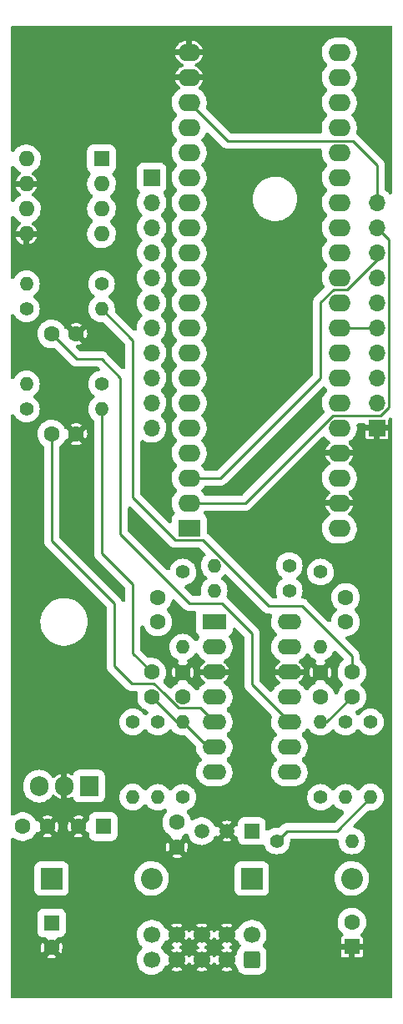
<source format=gbr>
%TF.GenerationSoftware,KiCad,Pcbnew,(6.0.0)*%
%TF.CreationDate,2022-11-14T01:28:36+01:00*%
%TF.ProjectId,Apeks,4170656b-732e-46b6-9963-61645f706362,rev?*%
%TF.SameCoordinates,Original*%
%TF.FileFunction,Copper,L2,Bot*%
%TF.FilePolarity,Positive*%
%FSLAX46Y46*%
G04 Gerber Fmt 4.6, Leading zero omitted, Abs format (unit mm)*
G04 Created by KiCad (PCBNEW (6.0.0)) date 2022-11-14 01:28:36*
%MOMM*%
%LPD*%
G01*
G04 APERTURE LIST*
G04 Aperture macros list*
%AMRoundRect*
0 Rectangle with rounded corners*
0 $1 Rounding radius*
0 $2 $3 $4 $5 $6 $7 $8 $9 X,Y pos of 4 corners*
0 Add a 4 corners polygon primitive as box body*
4,1,4,$2,$3,$4,$5,$6,$7,$8,$9,$2,$3,0*
0 Add four circle primitives for the rounded corners*
1,1,$1+$1,$2,$3*
1,1,$1+$1,$4,$5*
1,1,$1+$1,$6,$7*
1,1,$1+$1,$8,$9*
0 Add four rect primitives between the rounded corners*
20,1,$1+$1,$2,$3,$4,$5,0*
20,1,$1+$1,$4,$5,$6,$7,0*
20,1,$1+$1,$6,$7,$8,$9,0*
20,1,$1+$1,$8,$9,$2,$3,0*%
G04 Aperture macros list end*
%TA.AperFunction,ComponentPad*%
%ADD10C,1.600000*%
%TD*%
%TA.AperFunction,ComponentPad*%
%ADD11C,1.400000*%
%TD*%
%TA.AperFunction,ComponentPad*%
%ADD12O,1.400000X1.400000*%
%TD*%
%TA.AperFunction,ComponentPad*%
%ADD13R,2.200000X2.200000*%
%TD*%
%TA.AperFunction,ComponentPad*%
%ADD14O,2.200000X2.200000*%
%TD*%
%TA.AperFunction,ComponentPad*%
%ADD15R,1.700000X1.700000*%
%TD*%
%TA.AperFunction,ComponentPad*%
%ADD16O,1.700000X1.700000*%
%TD*%
%TA.AperFunction,ComponentPad*%
%ADD17R,1.500000X1.500000*%
%TD*%
%TA.AperFunction,ComponentPad*%
%ADD18C,1.500000*%
%TD*%
%TA.AperFunction,ComponentPad*%
%ADD19R,2.400000X1.600000*%
%TD*%
%TA.AperFunction,ComponentPad*%
%ADD20O,2.400000X1.600000*%
%TD*%
%TA.AperFunction,ComponentPad*%
%ADD21R,1.600000X1.600000*%
%TD*%
%TA.AperFunction,ComponentPad*%
%ADD22O,1.600000X1.600000*%
%TD*%
%TA.AperFunction,ComponentPad*%
%ADD23RoundRect,0.250000X0.600000X-0.600000X0.600000X0.600000X-0.600000X0.600000X-0.600000X-0.600000X0*%
%TD*%
%TA.AperFunction,ComponentPad*%
%ADD24C,1.700000*%
%TD*%
%TA.AperFunction,ComponentPad*%
%ADD25R,2.250000X1.727200*%
%TD*%
%TA.AperFunction,ComponentPad*%
%ADD26O,2.250000X1.727200*%
%TD*%
%TA.AperFunction,ComponentPad*%
%ADD27R,1.905000X2.000000*%
%TD*%
%TA.AperFunction,ComponentPad*%
%ADD28O,1.905000X2.000000*%
%TD*%
%TA.AperFunction,Conductor*%
%ADD29C,0.250000*%
%TD*%
G04 APERTURE END LIST*
D10*
%TO.P,C10,1*%
%TO.N,Net-(C10-Pad1)*%
X115570000Y-97155000D03*
%TO.P,C10,2*%
%TO.N,Net-(C10-Pad2)*%
X115570000Y-94655000D03*
%TD*%
D11*
%TO.P,R6,1*%
%TO.N,Net-(C4-Pad1)*%
X109855000Y-62865000D03*
D12*
%TO.P,R6,2*%
%TO.N,DACA*%
X102235000Y-62865000D03*
%TD*%
D11*
%TO.P,R4,1*%
%TO.N,Ref-10*%
X127635000Y-119380000D03*
D12*
%TO.P,R4,2*%
%TO.N,-12V*%
X135255000Y-119380000D03*
%TD*%
D10*
%TO.P,C9,1*%
%TO.N,Net-(C9-Pad1)*%
X134620000Y-97155000D03*
%TO.P,C9,2*%
%TO.N,Net-(C9-Pad2)*%
X134620000Y-94655000D03*
%TD*%
D13*
%TO.P,D1,1,K*%
%TO.N,+12V*%
X104775000Y-123190000D03*
D14*
%TO.P,D1,2,A*%
%TO.N,Net-(D1-Pad2)*%
X114935000Y-123190000D03*
%TD*%
D13*
%TO.P,D2,1,K*%
%TO.N,Net-(D2-Pad1)*%
X125095000Y-123190000D03*
D14*
%TO.P,D2,2,A*%
%TO.N,-12V*%
X135255000Y-123190000D03*
%TD*%
D15*
%TO.P,J6,1,Pin_1*%
%TO.N,Led_Split*%
X114935000Y-52070000D03*
D16*
%TO.P,J6,2,Pin_2*%
%TO.N,Led_Trigger1*%
X114935000Y-54610000D03*
%TO.P,J6,3,Pin_3*%
%TO.N,Led_Trigger2*%
X114935000Y-57150000D03*
%TO.P,J6,4,Pin_4*%
%TO.N,Led_Drum*%
X114935000Y-59690000D03*
%TO.P,J6,5,Pin_5*%
%TO.N,Led_Tap*%
X114935000Y-62230000D03*
%TO.P,J6,6,Pin_6*%
%TO.N,Led_Lfo*%
X114935000Y-64770000D03*
%TO.P,J6,7,Pin_7*%
%TO.N,Led_Env*%
X114935000Y-67310000D03*
%TO.P,J6,8,Pin_8*%
%TO.N,Pot1*%
X114935000Y-69850000D03*
%TO.P,J6,9,Pin_9*%
%TO.N,Pot2*%
X114935000Y-72390000D03*
%TO.P,J6,10,Pin_10*%
%TO.N,Pot3*%
X114935000Y-74930000D03*
%TO.P,J6,11,Pin_11*%
%TO.N,Pot4*%
X114935000Y-77470000D03*
%TD*%
D10*
%TO.P,C11,1*%
%TO.N,+5V*%
X101861300Y-117920000D03*
%TO.P,C11,2*%
%TO.N,GND*%
X104361300Y-117920000D03*
%TD*%
%TO.P,C1,1*%
%TO.N,Ref-10*%
X117475000Y-117495000D03*
%TO.P,C1,2*%
%TO.N,GND*%
X117475000Y-119995000D03*
%TD*%
%TO.P,C4,1*%
%TO.N,Net-(C4-Pad1)*%
X135255000Y-102235000D03*
%TO.P,C4,2*%
%TO.N,Net-(C4-Pad2)*%
X135255000Y-104735000D03*
%TD*%
D11*
%TO.P,R14,1*%
%TO.N,Net-(C9-Pad2)*%
X132080000Y-92095000D03*
D12*
%TO.P,R14,2*%
%TO.N,Net-(C9-Pad1)*%
X132080000Y-99715000D03*
%TD*%
D11*
%TO.P,R7,1*%
%TO.N,Net-(C5-Pad1)*%
X109855000Y-73025000D03*
D12*
%TO.P,R7,2*%
%TO.N,DACB*%
X102235000Y-73025000D03*
%TD*%
D15*
%TO.P,J7,1,Pin_1*%
%TO.N,GND*%
X137795000Y-77470000D03*
D16*
%TO.P,J7,2,Pin_2*%
%TO.N,OUT1*%
X137795000Y-74930000D03*
%TO.P,J7,3,Pin_3*%
%TO.N,OUT2*%
X137795000Y-72390000D03*
%TO.P,J7,4,Pin_4*%
%TO.N,Trigger2*%
X137795000Y-69850000D03*
%TO.P,J7,5,Pin_5*%
%TO.N,SwTrigger2*%
X137795000Y-67310000D03*
%TO.P,J7,6,Pin_6*%
%TO.N,Trigger1*%
X137795000Y-64770000D03*
%TO.P,J7,7,Pin_7*%
%TO.N,SwTrigger1*%
X137795000Y-62230000D03*
%TO.P,J7,8,Pin_8*%
%TO.N,SWMode*%
X137795000Y-59690000D03*
%TO.P,J7,9,Pin_9*%
%TO.N,SWDual*%
X137795000Y-57150000D03*
%TO.P,J7,10,Pin_10*%
%TO.N,+3V3*%
X137795000Y-54610000D03*
%TD*%
D11*
%TO.P,R10,1*%
%TO.N,Net-(C9-Pad1)*%
X137160000Y-107315000D03*
D12*
%TO.P,R10,2*%
%TO.N,Ref-10*%
X137160000Y-114935000D03*
%TD*%
D11*
%TO.P,R11,1*%
%TO.N,Net-(C9-Pad1)*%
X134620000Y-107335000D03*
D12*
%TO.P,R11,2*%
%TO.N,Net-(R11-Pad2)*%
X134620000Y-114955000D03*
%TD*%
D10*
%TO.P,C12,1*%
%TO.N,GND*%
X118110000Y-102275000D03*
%TO.P,C12,2*%
%TO.N,+12V*%
X118110000Y-104775000D03*
%TD*%
D11*
%TO.P,R8,1*%
%TO.N,Net-(C2-Pad1)*%
X102235000Y-65405000D03*
D12*
%TO.P,R8,2*%
%TO.N,Net-(C4-Pad1)*%
X109855000Y-65405000D03*
%TD*%
D10*
%TO.P,C2,1*%
%TO.N,Net-(C2-Pad1)*%
X104795000Y-67945000D03*
%TO.P,C2,2*%
%TO.N,GND*%
X107295000Y-67945000D03*
%TD*%
%TO.P,C3,1*%
%TO.N,Net-(C3-Pad1)*%
X104795000Y-78105000D03*
%TO.P,C3,2*%
%TO.N,GND*%
X107295000Y-78105000D03*
%TD*%
D11*
%TO.P,R12,1*%
%TO.N,Net-(C10-Pad1)*%
X113030000Y-107315000D03*
D12*
%TO.P,R12,2*%
%TO.N,Ref-10*%
X113030000Y-114935000D03*
%TD*%
D11*
%TO.P,R9,1*%
%TO.N,Net-(C3-Pad1)*%
X102235000Y-75565000D03*
D12*
%TO.P,R9,2*%
%TO.N,Net-(C5-Pad1)*%
X109855000Y-75565000D03*
%TD*%
D11*
%TO.P,R15,1*%
%TO.N,Net-(C10-Pad2)*%
X118110000Y-92095000D03*
D12*
%TO.P,R15,2*%
%TO.N,Net-(C10-Pad1)*%
X118110000Y-99715000D03*
%TD*%
D10*
%TO.P,C5,1*%
%TO.N,Net-(C5-Pad1)*%
X114935000Y-102255000D03*
%TO.P,C5,2*%
%TO.N,Net-(C5-Pad2)*%
X114935000Y-104755000D03*
%TD*%
D11*
%TO.P,R17,1*%
%TO.N,OUT2*%
X128905000Y-91440000D03*
D12*
%TO.P,R17,2*%
%TO.N,Net-(C10-Pad2)*%
X121285000Y-91440000D03*
%TD*%
D11*
%TO.P,R16,1*%
%TO.N,OUT1*%
X128905000Y-93980000D03*
D12*
%TO.P,R16,2*%
%TO.N,Net-(C9-Pad2)*%
X121285000Y-93980000D03*
%TD*%
D17*
%TO.P,U2,1*%
%TO.N,N/C*%
X125095000Y-118385000D03*
D18*
%TO.P,U2,2,K*%
%TO.N,GND*%
X122555000Y-118385000D03*
%TO.P,U2,3,A*%
%TO.N,Ref-10*%
X120015000Y-118385000D03*
%TD*%
D11*
%TO.P,R13,1*%
%TO.N,Net-(C10-Pad1)*%
X115570000Y-107335000D03*
D12*
%TO.P,R13,2*%
%TO.N,Net-(R13-Pad2)*%
X115570000Y-114955000D03*
%TD*%
D19*
%TO.P,U3,1*%
%TO.N,Net-(C10-Pad2)*%
X121295000Y-97150000D03*
D20*
%TO.P,U3,2,-*%
%TO.N,Net-(C10-Pad1)*%
X121295000Y-99690000D03*
%TO.P,U3,3,+*%
%TO.N,GND*%
X121295000Y-102230000D03*
%TO.P,U3,4,V+*%
%TO.N,+12V*%
X121295000Y-104770000D03*
%TO.P,U3,5,+*%
%TO.N,Net-(C3-Pad1)*%
X121295000Y-107310000D03*
%TO.P,U3,6,-*%
%TO.N,Net-(C5-Pad2)*%
X121295000Y-109850000D03*
%TO.P,U3,7*%
X121295000Y-112390000D03*
%TO.P,U3,8*%
%TO.N,Net-(C4-Pad2)*%
X128915000Y-112390000D03*
%TO.P,U3,9,-*%
X128915000Y-109850000D03*
%TO.P,U3,10,+*%
%TO.N,Net-(C2-Pad1)*%
X128915000Y-107310000D03*
%TO.P,U3,11,V-*%
%TO.N,-12V*%
X128915000Y-104770000D03*
%TO.P,U3,12,+*%
%TO.N,GND*%
X128915000Y-102230000D03*
%TO.P,U3,13,-*%
%TO.N,Net-(C9-Pad1)*%
X128915000Y-99690000D03*
%TO.P,U3,14*%
%TO.N,Net-(C9-Pad2)*%
X128915000Y-97150000D03*
%TD*%
D11*
%TO.P,R25,1*%
%TO.N,Net-(R11-Pad2)*%
X132080000Y-114955000D03*
D12*
%TO.P,R25,2*%
%TO.N,Net-(C4-Pad2)*%
X132080000Y-107335000D03*
%TD*%
D10*
%TO.P,C13,1*%
%TO.N,-12V*%
X132080000Y-104775000D03*
%TO.P,C13,2*%
%TO.N,GND*%
X132080000Y-102275000D03*
%TD*%
D11*
%TO.P,R26,1*%
%TO.N,Net-(R13-Pad2)*%
X118110000Y-114955000D03*
D12*
%TO.P,R26,2*%
%TO.N,Net-(C5-Pad2)*%
X118110000Y-107335000D03*
%TD*%
D21*
%TO.P,U4,1,Vdd*%
%TO.N,+5V*%
X109845000Y-50175000D03*
D22*
%TO.P,U4,2,~{CS}*%
%TO.N,Dac_SS*%
X109845000Y-52715000D03*
%TO.P,U4,3,SCK*%
%TO.N,Dac_SCK*%
X109845000Y-55255000D03*
%TO.P,U4,4,SDI*%
%TO.N,Dac_MOSI*%
X109845000Y-57795000D03*
%TO.P,U4,5,~{LDAC}*%
%TO.N,GND*%
X102225000Y-57795000D03*
%TO.P,U4,6,VB*%
%TO.N,DACB*%
X102225000Y-55255000D03*
%TO.P,U4,7,Vss*%
%TO.N,GND*%
X102225000Y-52715000D03*
%TO.P,U4,8,VA*%
%TO.N,DACA*%
X102225000Y-50175000D03*
%TD*%
D23*
%TO.P,J3,1,Pin_1*%
%TO.N,Net-(D2-Pad1)*%
X125095000Y-131445000D03*
D24*
%TO.P,J3,2,Pin_2*%
X125095000Y-128905000D03*
%TO.P,J3,3,Pin_3*%
%TO.N,GND*%
X122555000Y-131445000D03*
%TO.P,J3,4,Pin_4*%
X122555000Y-128905000D03*
%TO.P,J3,5,Pin_5*%
X120015000Y-131445000D03*
%TO.P,J3,6,Pin_6*%
X120015000Y-128905000D03*
%TO.P,J3,7,Pin_7*%
X117475000Y-131445000D03*
%TO.P,J3,8,Pin_8*%
X117475000Y-128905000D03*
%TO.P,J3,9,Pin_9*%
%TO.N,Net-(D1-Pad2)*%
X114935000Y-131445000D03*
%TO.P,J3,10,Pin_10*%
X114935000Y-128905000D03*
%TD*%
D25*
%TO.P,U1,1,VBAT*%
%TO.N,unconnected-(U1-Pad1)*%
X118745000Y-87640800D03*
D26*
%TO.P,U1,2,PC13_LED*%
%TO.N,SWDual*%
X118745000Y-85100800D03*
%TO.P,U1,3,PC14*%
%TO.N,SWMode*%
X118745000Y-82560800D03*
%TO.P,U1,4,PC15*%
%TO.N,unconnected-(U1-Pad4)*%
X118745000Y-80020800D03*
%TO.P,U1,5,PA0*%
%TO.N,Pot4*%
X118745000Y-77480800D03*
%TO.P,U1,6,PA1*%
%TO.N,Pot3*%
X118745000Y-74940800D03*
%TO.P,U1,7,PA2_TX2*%
%TO.N,Pot2*%
X118745000Y-72400800D03*
%TO.P,U1,8,PA3_RX2*%
%TO.N,Pot1*%
X118745000Y-69860800D03*
%TO.P,U1,9,PA4*%
%TO.N,Led_Env*%
X118745000Y-67320800D03*
%TO.P,U1,10,PA5_SCK1*%
%TO.N,Led_Lfo*%
X118745000Y-64780800D03*
%TO.P,U1,11,PA6_MISO1*%
%TO.N,Led_Tap*%
X118745000Y-62240800D03*
%TO.P,U1,12,PA7_MOSI1*%
%TO.N,Led_Drum*%
X118745000Y-59700800D03*
%TO.P,U1,13,PB0*%
%TO.N,Led_Trigger2*%
X118745000Y-57160800D03*
%TO.P,U1,14,PB1*%
%TO.N,Led_Trigger1*%
X118745000Y-54620800D03*
%TO.P,U1,15,PB10_SCL2*%
%TO.N,Led_Split*%
X118745000Y-52080800D03*
%TO.P,U1,16,PB11_SDA2*%
%TO.N,Trigger1*%
X118745000Y-49540800D03*
%TO.P,U1,17,NRST*%
%TO.N,unconnected-(U1-Pad17)*%
X118745000Y-47000800D03*
%TO.P,U1,18,VCC3V3*%
%TO.N,+3V3*%
X118745000Y-44460800D03*
%TO.P,U1,19,GND*%
%TO.N,GND*%
X118745000Y-41920800D03*
%TO.P,U1,20,GND*%
X118745000Y-39380800D03*
%TO.P,U1,21,PB12*%
%TO.N,Dac_SS*%
X133985000Y-39380800D03*
%TO.P,U1,22,PB13_SCK2*%
%TO.N,Dac_SCK*%
X133985000Y-41920800D03*
%TO.P,U1,23,PB14_MISO2*%
%TO.N,unconnected-(U1-Pad23)*%
X133985000Y-44460800D03*
%TO.P,U1,24,PB15_MOSI2*%
%TO.N,Dac_MOSI*%
X133985000Y-47000800D03*
%TO.P,U1,25,PA8*%
%TO.N,SwTrigger1*%
X133985000Y-49540800D03*
%TO.P,U1,26,PA9_TX1*%
%TO.N,unconnected-(U1-Pad26)*%
X133985000Y-52080800D03*
%TO.P,U1,27,PA10_RX1*%
%TO.N,unconnected-(U1-Pad27)*%
X133985000Y-54620800D03*
%TO.P,U1,28,PA11_USB_D-*%
%TO.N,unconnected-(U1-Pad28)*%
X133985000Y-57160800D03*
%TO.P,U1,29,PA12_USBD+*%
%TO.N,Trigger2*%
X133985000Y-59700800D03*
%TO.P,U1,30,PA15*%
%TO.N,unconnected-(U1-Pad30)*%
X133985000Y-62240800D03*
%TO.P,U1,31,PB3*%
%TO.N,unconnected-(U1-Pad31)*%
X133985000Y-64780800D03*
%TO.P,U1,32,PB4*%
%TO.N,SwTrigger2*%
X133985000Y-67320800D03*
%TO.P,U1,33,PB5*%
%TO.N,unconnected-(U1-Pad33)*%
X133985000Y-69860800D03*
%TO.P,U1,34,PB6_SCL1*%
%TO.N,unconnected-(U1-Pad34)*%
X133985000Y-72400800D03*
%TO.P,U1,35,PB7_SDA1*%
%TO.N,unconnected-(U1-Pad35)*%
X133985000Y-74940800D03*
%TO.P,U1,36,PB8*%
%TO.N,unconnected-(U1-Pad36)*%
X133985000Y-77480800D03*
%TO.P,U1,37,PB9*%
%TO.N,GND*%
X133985000Y-80020800D03*
%TO.P,U1,38,5V_USB*%
%TO.N,+5V*%
X133985000Y-82560800D03*
%TO.P,U1,39,GND*%
%TO.N,GND*%
X133985000Y-85100800D03*
%TO.P,U1,40,VCC3V3*%
%TO.N,unconnected-(U1-Pad40)*%
X133985000Y-87691600D03*
%TD*%
D21*
%TO.P,C6,1*%
%TO.N,+12V*%
X104775000Y-127699888D03*
D10*
%TO.P,C6,2*%
%TO.N,GND*%
X104775000Y-130199888D03*
%TD*%
D21*
%TO.P,C7,1*%
%TO.N,GND*%
X135255000Y-130110112D03*
D10*
%TO.P,C7,2*%
%TO.N,-12V*%
X135255000Y-127610112D03*
%TD*%
D21*
%TO.P,C8,1*%
%TO.N,+12V*%
X110031413Y-117920000D03*
D10*
%TO.P,C8,2*%
%TO.N,GND*%
X107531413Y-117920000D03*
%TD*%
D27*
%TO.P,U5,1,VI_1*%
%TO.N,+12V*%
X108585000Y-113815000D03*
D28*
%TO.P,U5,2,GND_2*%
%TO.N,GND*%
X106045000Y-113815000D03*
%TO.P,U5,3,VO_3*%
%TO.N,+5V*%
X103505000Y-113815000D03*
%TD*%
D29*
%TO.N,+3V3*%
X137795000Y-50800000D02*
X137795000Y-54610000D01*
X122636880Y-48352680D02*
X118745000Y-44460800D01*
X122636880Y-48352680D02*
X135347680Y-48352680D01*
X135347680Y-48352680D02*
X137795000Y-50800000D01*
%TO.N,SWDual*%
X138186010Y-76200000D02*
X133324145Y-76200000D01*
%TO.N,SWMode*%
X132080000Y-72390000D02*
X132080000Y-64744145D01*
X134738535Y-63428920D02*
X137795000Y-60372455D01*
%TO.N,SwTrigger2*%
X137784200Y-67320800D02*
X137795000Y-67310000D01*
%TO.N,SWMode*%
X133395225Y-63428920D02*
X134738535Y-63428920D01*
X137795000Y-60372455D02*
X137795000Y-59690000D01*
%TO.N,SwTrigger2*%
X133985000Y-67320800D02*
X137784200Y-67320800D01*
%TO.N,SWDual*%
X138969511Y-75416499D02*
X138186010Y-76200000D01*
X133324145Y-76200000D02*
X124423345Y-85100800D01*
X138969511Y-58324511D02*
X138969511Y-75416499D01*
X137795000Y-57150000D02*
X138969511Y-58324511D01*
%TO.N,SWMode*%
X132080000Y-64744145D02*
X133395225Y-63428920D01*
X118745000Y-82560800D02*
X121909200Y-82560800D01*
X121909200Y-82560800D02*
X132080000Y-72390000D01*
%TO.N,SWDual*%
X124423345Y-85100800D02*
X118745000Y-85100800D01*
%TO.N,Net-(C2-Pad1)*%
X111760000Y-72390000D02*
X109855000Y-70485000D01*
%TO.N,Net-(C3-Pad1)*%
X116205000Y-104434700D02*
X115149811Y-103379511D01*
%TO.N,Net-(C2-Pad1)*%
X111760000Y-88265000D02*
X111760000Y-72390000D01*
X109855000Y-70485000D02*
X107335000Y-70485000D01*
%TO.N,Net-(C3-Pad1)*%
X104775000Y-88900000D02*
X104795000Y-88880000D01*
X111125000Y-101600000D02*
X111125000Y-95250000D01*
%TO.N,Ref-10*%
X127635000Y-119380000D02*
X128659511Y-118355489D01*
%TO.N,Net-(C3-Pad1)*%
X104795000Y-88880000D02*
X104795000Y-78105000D01*
%TO.N,Net-(C2-Pad1)*%
X125095000Y-98300978D02*
X122044022Y-95250000D01*
X118745000Y-95250000D02*
X111760000Y-88265000D01*
%TO.N,Net-(C3-Pad1)*%
X112904511Y-103379511D02*
X111125000Y-101600000D01*
X115149811Y-103379511D02*
X112904511Y-103379511D01*
X116205000Y-104460300D02*
X116205000Y-104434700D01*
X119884511Y-105899511D02*
X117644211Y-105899511D01*
X111125000Y-95250000D02*
X104775000Y-88900000D01*
%TO.N,Ref-10*%
X128659511Y-118355489D02*
X133739511Y-118355489D01*
%TO.N,Net-(C3-Pad1)*%
X117644211Y-105899511D02*
X116205000Y-104460300D01*
X121295000Y-107310000D02*
X119884511Y-105899511D01*
%TO.N,Ref-10*%
X133739511Y-118355489D02*
X137160000Y-114935000D01*
%TO.N,Net-(C5-Pad2)*%
X117515000Y-107335000D02*
X118110000Y-107335000D01*
X121295000Y-109850000D02*
X120625000Y-109850000D01*
%TO.N,Net-(C2-Pad1)*%
X122044022Y-95250000D02*
X118745000Y-95250000D01*
%TO.N,Net-(C4-Pad1)*%
X126848880Y-95555002D02*
X120122789Y-88828911D01*
%TO.N,Net-(C5-Pad1)*%
X109855000Y-75565000D02*
X109855000Y-90170000D01*
%TO.N,Net-(C4-Pad1)*%
X120122789Y-88828911D02*
X117295489Y-88828911D01*
X135255000Y-102235000D02*
X135255000Y-100635002D01*
%TO.N,Net-(C2-Pad1)*%
X125095000Y-103490000D02*
X125095000Y-98300978D01*
%TO.N,Net-(C4-Pad2)*%
X135255000Y-104735000D02*
X132655000Y-107335000D01*
%TO.N,Net-(C5-Pad1)*%
X109855000Y-90170000D02*
X113030000Y-93345000D01*
%TO.N,Net-(C2-Pad1)*%
X128915000Y-107310000D02*
X125095000Y-103490000D01*
%TO.N,Net-(C5-Pad2)*%
X120625000Y-109850000D02*
X118110000Y-107335000D01*
%TO.N,Net-(C4-Pad1)*%
X130175000Y-95555002D02*
X126848880Y-95555002D01*
%TO.N,Net-(C2-Pad1)*%
X107335000Y-70485000D02*
X104795000Y-67945000D01*
%TO.N,Net-(C4-Pad2)*%
X132655000Y-107335000D02*
X132080000Y-107335000D01*
%TO.N,Net-(C4-Pad1)*%
X117295489Y-88828911D02*
X113030000Y-84563422D01*
%TO.N,Net-(C5-Pad2)*%
X114935000Y-104755000D02*
X117515000Y-107335000D01*
%TO.N,Net-(C5-Pad1)*%
X113030000Y-100350000D02*
X114935000Y-102255000D01*
%TO.N,Net-(C4-Pad1)*%
X113030000Y-68580000D02*
X109855000Y-65405000D01*
X135255000Y-100635002D02*
X130175000Y-95555002D01*
%TO.N,Net-(C5-Pad1)*%
X113030000Y-93345000D02*
X113030000Y-100350000D01*
%TO.N,Net-(C4-Pad1)*%
X113030000Y-84563422D02*
X113030000Y-68580000D01*
%TD*%
%TA.AperFunction,Conductor*%
%TO.N,GND*%
G36*
X139237343Y-36669707D02*
G01*
X139306584Y-36724926D01*
X139345011Y-36804718D01*
X139350000Y-36849000D01*
X139350000Y-53578067D01*
X139330293Y-53664410D01*
X139275074Y-53733651D01*
X139195282Y-53772078D01*
X139106718Y-53772078D01*
X139026926Y-53733651D01*
X138993334Y-53699486D01*
X138992343Y-53698200D01*
X138987905Y-53691339D01*
X138879106Y-53571770D01*
X138827347Y-53514887D01*
X138827344Y-53514884D01*
X138821846Y-53508842D01*
X138814203Y-53502806D01*
X138646164Y-53370097D01*
X138590618Y-53301117D01*
X138570500Y-53213926D01*
X138570500Y-50809250D01*
X138570511Y-50807166D01*
X138571296Y-50732256D01*
X138571296Y-50732252D01*
X138571412Y-50721135D01*
X138567487Y-50702981D01*
X138563460Y-50684355D01*
X138560206Y-50664484D01*
X138557253Y-50638157D01*
X138556013Y-50627102D01*
X138547007Y-50601241D01*
X138540433Y-50577852D01*
X138536997Y-50561958D01*
X138536996Y-50561955D01*
X138534645Y-50551081D01*
X138518739Y-50516970D01*
X138511169Y-50498328D01*
X138498796Y-50462797D01*
X138484280Y-50439567D01*
X138472694Y-50418227D01*
X138461117Y-50393401D01*
X138438055Y-50363669D01*
X138426542Y-50347166D01*
X138412495Y-50324686D01*
X138406600Y-50315252D01*
X138378964Y-50287423D01*
X138378657Y-50287094D01*
X138378106Y-50286384D01*
X138353572Y-50261850D01*
X138353081Y-50261358D01*
X138286572Y-50194383D01*
X138284006Y-50191799D01*
X138282934Y-50191119D01*
X138282028Y-50190306D01*
X135902636Y-47810914D01*
X135901170Y-47809433D01*
X135840920Y-47747908D01*
X135809284Y-47727520D01*
X135792949Y-47715782D01*
X135763540Y-47692305D01*
X135763539Y-47692305D01*
X135764280Y-47691377D01*
X135709404Y-47636389D01*
X135680239Y-47552765D01*
X135692227Y-47459373D01*
X135700759Y-47437146D01*
X135700760Y-47437141D01*
X135703623Y-47429684D01*
X135753448Y-47191184D01*
X135764501Y-46947787D01*
X135736496Y-46705753D01*
X135670156Y-46471310D01*
X135567185Y-46250489D01*
X135430235Y-46048973D01*
X135262827Y-45871944D01*
X135263230Y-45871563D01*
X135215342Y-45803536D01*
X135200832Y-45716169D01*
X135225666Y-45631159D01*
X135267875Y-45578794D01*
X135291140Y-45558283D01*
X135339096Y-45516004D01*
X135493747Y-45327729D01*
X135557773Y-45217722D01*
X135612288Y-45124055D01*
X135612290Y-45124051D01*
X135616307Y-45117149D01*
X135703623Y-44889684D01*
X135753448Y-44651184D01*
X135764501Y-44407787D01*
X135736496Y-44165753D01*
X135670156Y-43931310D01*
X135567185Y-43710489D01*
X135430235Y-43508973D01*
X135262827Y-43331944D01*
X135263230Y-43331563D01*
X135215342Y-43263536D01*
X135200832Y-43176169D01*
X135225666Y-43091159D01*
X135267875Y-43038794D01*
X135323791Y-42989497D01*
X135339096Y-42976004D01*
X135493747Y-42787729D01*
X135557773Y-42677722D01*
X135612288Y-42584055D01*
X135612290Y-42584051D01*
X135616307Y-42577149D01*
X135703623Y-42349684D01*
X135722115Y-42261170D01*
X135751815Y-42119001D01*
X135751815Y-42119000D01*
X135753448Y-42111184D01*
X135764501Y-41867787D01*
X135736496Y-41625753D01*
X135696511Y-41484448D01*
X135672332Y-41398999D01*
X135672331Y-41398996D01*
X135670156Y-41391310D01*
X135567185Y-41170489D01*
X135430235Y-40968973D01*
X135262827Y-40791944D01*
X135263230Y-40791563D01*
X135215342Y-40723536D01*
X135200832Y-40636169D01*
X135225666Y-40551159D01*
X135267875Y-40498794D01*
X135298530Y-40471768D01*
X135339096Y-40436004D01*
X135493747Y-40247729D01*
X135557773Y-40137722D01*
X135612288Y-40044055D01*
X135612290Y-40044051D01*
X135616307Y-40037149D01*
X135703623Y-39809684D01*
X135722115Y-39721170D01*
X135751815Y-39579001D01*
X135751815Y-39579000D01*
X135753448Y-39571184D01*
X135764501Y-39327787D01*
X135736496Y-39085753D01*
X135696511Y-38944448D01*
X135672332Y-38858999D01*
X135672331Y-38858996D01*
X135670156Y-38851310D01*
X135567185Y-38630489D01*
X135430235Y-38428973D01*
X135262827Y-38251944D01*
X135256479Y-38247091D01*
X135256474Y-38247086D01*
X135075620Y-38108813D01*
X135069269Y-38103957D01*
X135062229Y-38100182D01*
X135062224Y-38100179D01*
X134861583Y-37992597D01*
X134854541Y-37988821D01*
X134624166Y-37909497D01*
X134498106Y-37887723D01*
X134390240Y-37869091D01*
X134390237Y-37869091D01*
X134384073Y-37868026D01*
X134377824Y-37867742D01*
X134377822Y-37867742D01*
X134357146Y-37866803D01*
X134357138Y-37866803D01*
X134354874Y-37866700D01*
X133662374Y-37866700D01*
X133480736Y-37881314D01*
X133244121Y-37939433D01*
X133019841Y-38034634D01*
X133013082Y-38038890D01*
X133013077Y-38038893D01*
X132820431Y-38160209D01*
X132813668Y-38164468D01*
X132630904Y-38325596D01*
X132476253Y-38513871D01*
X132472237Y-38520771D01*
X132472235Y-38520774D01*
X132408380Y-38630489D01*
X132353693Y-38724451D01*
X132266377Y-38951916D01*
X132264743Y-38959738D01*
X132264742Y-38959741D01*
X132244246Y-39057851D01*
X132216552Y-39190416D01*
X132205499Y-39433813D01*
X132233504Y-39675847D01*
X132246329Y-39721170D01*
X132289951Y-39875327D01*
X132299844Y-39910290D01*
X132402815Y-40131111D01*
X132539765Y-40332627D01*
X132704546Y-40506878D01*
X132707173Y-40509656D01*
X132706770Y-40510037D01*
X132754658Y-40578064D01*
X132769168Y-40665431D01*
X132744334Y-40750441D01*
X132702125Y-40802806D01*
X132630904Y-40865596D01*
X132476253Y-41053871D01*
X132472237Y-41060771D01*
X132472235Y-41060774D01*
X132408380Y-41170489D01*
X132353693Y-41264451D01*
X132266377Y-41491916D01*
X132264743Y-41499738D01*
X132264742Y-41499741D01*
X132244246Y-41597851D01*
X132216552Y-41730416D01*
X132205499Y-41973813D01*
X132233504Y-42215847D01*
X132246329Y-42261170D01*
X132289951Y-42415327D01*
X132299844Y-42450290D01*
X132402815Y-42671111D01*
X132539765Y-42872627D01*
X132704546Y-43046878D01*
X132707173Y-43049656D01*
X132706770Y-43050037D01*
X132754658Y-43118064D01*
X132769168Y-43205431D01*
X132744334Y-43290441D01*
X132702125Y-43342806D01*
X132630904Y-43405596D01*
X132476253Y-43593871D01*
X132472237Y-43600771D01*
X132472235Y-43600774D01*
X132408380Y-43710489D01*
X132353693Y-43804451D01*
X132266377Y-44031916D01*
X132216552Y-44270416D01*
X132205499Y-44513813D01*
X132233504Y-44755847D01*
X132299844Y-44990290D01*
X132402815Y-45211111D01*
X132539765Y-45412627D01*
X132704546Y-45586878D01*
X132707173Y-45589656D01*
X132706770Y-45590037D01*
X132754658Y-45658064D01*
X132769168Y-45745431D01*
X132744334Y-45830441D01*
X132702125Y-45882806D01*
X132630904Y-45945596D01*
X132476253Y-46133871D01*
X132472237Y-46140771D01*
X132472235Y-46140774D01*
X132408380Y-46250489D01*
X132353693Y-46344451D01*
X132266377Y-46571916D01*
X132216552Y-46810416D01*
X132205499Y-47053813D01*
X132233504Y-47295847D01*
X132235680Y-47303536D01*
X132235680Y-47303537D01*
X132241469Y-47323994D01*
X132246017Y-47412440D01*
X132211739Y-47494101D01*
X132145424Y-47552802D01*
X132060207Y-47576917D01*
X132049988Y-47577180D01*
X123040531Y-47577180D01*
X122954188Y-47557473D01*
X122899817Y-47518894D01*
X120501464Y-45120541D01*
X120454345Y-45045553D01*
X120444429Y-44957546D01*
X120456394Y-44908515D01*
X120463623Y-44889684D01*
X120513448Y-44651184D01*
X120524501Y-44407787D01*
X120496496Y-44165753D01*
X120430156Y-43931310D01*
X120327185Y-43710489D01*
X120190235Y-43508973D01*
X120022827Y-43331944D01*
X120016479Y-43327091D01*
X120016474Y-43327086D01*
X119883904Y-43225729D01*
X119829269Y-43183957D01*
X119822227Y-43180181D01*
X119822219Y-43180176D01*
X119773322Y-43153958D01*
X119706540Y-43095789D01*
X119671610Y-43014405D01*
X119675451Y-42925925D01*
X119717302Y-42847874D01*
X119748293Y-42819129D01*
X119781026Y-42794687D01*
X119794532Y-42782525D01*
X119927307Y-42638890D01*
X119938369Y-42624473D01*
X120042750Y-42459039D01*
X120050997Y-42442855D01*
X120123481Y-42261170D01*
X120128641Y-42243749D01*
X120128832Y-42242792D01*
X120128311Y-42224241D01*
X120112196Y-42220800D01*
X117376836Y-42220800D01*
X117358156Y-42225063D01*
X117357975Y-42231747D01*
X117357993Y-42231815D01*
X117425693Y-42415327D01*
X117433516Y-42431729D01*
X117533531Y-42599838D01*
X117544213Y-42614540D01*
X117673179Y-42761598D01*
X117686363Y-42774109D01*
X117746675Y-42821655D01*
X117802281Y-42890586D01*
X117822472Y-42976817D01*
X117803249Y-43063269D01*
X117748420Y-43132819D01*
X117729532Y-43146315D01*
X117573668Y-43244468D01*
X117390904Y-43405596D01*
X117236253Y-43593871D01*
X117232237Y-43600771D01*
X117232235Y-43600774D01*
X117168380Y-43710489D01*
X117113693Y-43804451D01*
X117026377Y-44031916D01*
X116976552Y-44270416D01*
X116965499Y-44513813D01*
X116993504Y-44755847D01*
X117059844Y-44990290D01*
X117162815Y-45211111D01*
X117299765Y-45412627D01*
X117464546Y-45586878D01*
X117467173Y-45589656D01*
X117466770Y-45590037D01*
X117514658Y-45658064D01*
X117529168Y-45745431D01*
X117504334Y-45830441D01*
X117462125Y-45882806D01*
X117390904Y-45945596D01*
X117236253Y-46133871D01*
X117232237Y-46140771D01*
X117232235Y-46140774D01*
X117168380Y-46250489D01*
X117113693Y-46344451D01*
X117026377Y-46571916D01*
X116976552Y-46810416D01*
X116965499Y-47053813D01*
X116993504Y-47295847D01*
X116995680Y-47303536D01*
X117049604Y-47494101D01*
X117059844Y-47530290D01*
X117162815Y-47751111D01*
X117299765Y-47952627D01*
X117464546Y-48126878D01*
X117467173Y-48129656D01*
X117466770Y-48130037D01*
X117514658Y-48198064D01*
X117529168Y-48285431D01*
X117504334Y-48370441D01*
X117462125Y-48422806D01*
X117390904Y-48485596D01*
X117236253Y-48673871D01*
X117232237Y-48680771D01*
X117232235Y-48680774D01*
X117117712Y-48877545D01*
X117113693Y-48884451D01*
X117026377Y-49111916D01*
X117024743Y-49119738D01*
X117024742Y-49119741D01*
X116978185Y-49342599D01*
X116976552Y-49350416D01*
X116965499Y-49593813D01*
X116993504Y-49835847D01*
X117059844Y-50070290D01*
X117162815Y-50291111D01*
X117299765Y-50492627D01*
X117464546Y-50666878D01*
X117467173Y-50669656D01*
X117466770Y-50670037D01*
X117514658Y-50738064D01*
X117529168Y-50825431D01*
X117504334Y-50910441D01*
X117462125Y-50962806D01*
X117390904Y-51025596D01*
X117320188Y-51111687D01*
X117244649Y-51203650D01*
X117236253Y-51213871D01*
X117232237Y-51220771D01*
X117232235Y-51220774D01*
X117136234Y-51385721D01*
X117113693Y-51424451D01*
X117026377Y-51651916D01*
X117024743Y-51659738D01*
X117024742Y-51659741D01*
X116986090Y-51844761D01*
X116976552Y-51890416D01*
X116965499Y-52133813D01*
X116966418Y-52141755D01*
X116966418Y-52141757D01*
X116970109Y-52173657D01*
X116993504Y-52375847D01*
X117059844Y-52610290D01*
X117162815Y-52831111D01*
X117299765Y-53032627D01*
X117464546Y-53206878D01*
X117467173Y-53209656D01*
X117466770Y-53210037D01*
X117514658Y-53278064D01*
X117529168Y-53365431D01*
X117504334Y-53450441D01*
X117462125Y-53502806D01*
X117455279Y-53508842D01*
X117390904Y-53565596D01*
X117314740Y-53658320D01*
X117276942Y-53704336D01*
X117236253Y-53753871D01*
X117232237Y-53760771D01*
X117232235Y-53760774D01*
X117117712Y-53957545D01*
X117113693Y-53964451D01*
X117026377Y-54191916D01*
X117024743Y-54199738D01*
X117024742Y-54199741D01*
X116978185Y-54422599D01*
X116976552Y-54430416D01*
X116965499Y-54673813D01*
X116966418Y-54681755D01*
X116966418Y-54681757D01*
X116967232Y-54688791D01*
X116993504Y-54915847D01*
X117024510Y-55025420D01*
X117041731Y-55086278D01*
X117059844Y-55150290D01*
X117162815Y-55371111D01*
X117299765Y-55572627D01*
X117464546Y-55746878D01*
X117467173Y-55749656D01*
X117466770Y-55750037D01*
X117514658Y-55818064D01*
X117529168Y-55905431D01*
X117504334Y-55990441D01*
X117462125Y-56042806D01*
X117390904Y-56105596D01*
X117236253Y-56293871D01*
X117232237Y-56300771D01*
X117232235Y-56300774D01*
X117118317Y-56496506D01*
X117113693Y-56504451D01*
X117026377Y-56731916D01*
X117024743Y-56739738D01*
X117024742Y-56739741D01*
X116986090Y-56924761D01*
X116976552Y-56970416D01*
X116965499Y-57213813D01*
X116966418Y-57221755D01*
X116966418Y-57221757D01*
X116966906Y-57225972D01*
X116993504Y-57455847D01*
X117059844Y-57690290D01*
X117162815Y-57911111D01*
X117299765Y-58112627D01*
X117464546Y-58286878D01*
X117467173Y-58289656D01*
X117466770Y-58290037D01*
X117514658Y-58358064D01*
X117529168Y-58445431D01*
X117504334Y-58530441D01*
X117462125Y-58582806D01*
X117390904Y-58645596D01*
X117314740Y-58738320D01*
X117258213Y-58807137D01*
X117236253Y-58833871D01*
X117232237Y-58840771D01*
X117232235Y-58840774D01*
X117170818Y-58946300D01*
X117113693Y-59044451D01*
X117026377Y-59271916D01*
X117024743Y-59279738D01*
X117024742Y-59279741D01*
X116998417Y-59405753D01*
X116976552Y-59510416D01*
X116965499Y-59753813D01*
X116966418Y-59761755D01*
X116966418Y-59761757D01*
X116967232Y-59768791D01*
X116993504Y-59995847D01*
X117059844Y-60230290D01*
X117162815Y-60451111D01*
X117299765Y-60652627D01*
X117464546Y-60826878D01*
X117467173Y-60829656D01*
X117466770Y-60830037D01*
X117514658Y-60898064D01*
X117529168Y-60985431D01*
X117504334Y-61070441D01*
X117462125Y-61122806D01*
X117390904Y-61185596D01*
X117236253Y-61373871D01*
X117232237Y-61380771D01*
X117232235Y-61380774D01*
X117117712Y-61577545D01*
X117113693Y-61584451D01*
X117026377Y-61811916D01*
X117024743Y-61819738D01*
X117024742Y-61819741D01*
X116998417Y-61945753D01*
X116976552Y-62050416D01*
X116965499Y-62293813D01*
X116966418Y-62301755D01*
X116966418Y-62301757D01*
X116980470Y-62423203D01*
X116993504Y-62535847D01*
X117059844Y-62770290D01*
X117162815Y-62991111D01*
X117299765Y-63192627D01*
X117464546Y-63366878D01*
X117467173Y-63369656D01*
X117466770Y-63370037D01*
X117514658Y-63438064D01*
X117529168Y-63525431D01*
X117504334Y-63610441D01*
X117462125Y-63662806D01*
X117390904Y-63725596D01*
X117311332Y-63822468D01*
X117259473Y-63885603D01*
X117236253Y-63913871D01*
X117232237Y-63920771D01*
X117232235Y-63920774D01*
X117164163Y-64037734D01*
X117113693Y-64124451D01*
X117026377Y-64351916D01*
X117024743Y-64359738D01*
X117024742Y-64359741D01*
X116978185Y-64582599D01*
X116976552Y-64590416D01*
X116965499Y-64833813D01*
X116966418Y-64841755D01*
X116966418Y-64841757D01*
X116980470Y-64963203D01*
X116993504Y-65075847D01*
X117059844Y-65310290D01*
X117162815Y-65531111D01*
X117299765Y-65732627D01*
X117464546Y-65906878D01*
X117467173Y-65909656D01*
X117466770Y-65910037D01*
X117514658Y-65978064D01*
X117529168Y-66065431D01*
X117504334Y-66150441D01*
X117462125Y-66202806D01*
X117390904Y-66265596D01*
X117236253Y-66453871D01*
X117232237Y-66460771D01*
X117232235Y-66460774D01*
X117117712Y-66657545D01*
X117113693Y-66664451D01*
X117026377Y-66891916D01*
X117024743Y-66899738D01*
X117024742Y-66899741D01*
X116990468Y-67063805D01*
X116976552Y-67130416D01*
X116965499Y-67373813D01*
X116966418Y-67381755D01*
X116966418Y-67381757D01*
X116972581Y-67435021D01*
X116993504Y-67615847D01*
X117059844Y-67850290D01*
X117162815Y-68071111D01*
X117299765Y-68272627D01*
X117464546Y-68446878D01*
X117467173Y-68449656D01*
X117466770Y-68450037D01*
X117514658Y-68518064D01*
X117529168Y-68605431D01*
X117504334Y-68690441D01*
X117462125Y-68742806D01*
X117390904Y-68805596D01*
X117312356Y-68901222D01*
X117244649Y-68983650D01*
X117236253Y-68993871D01*
X117232237Y-69000771D01*
X117232235Y-69000774D01*
X117152073Y-69138507D01*
X117113693Y-69204451D01*
X117026377Y-69431916D01*
X117024743Y-69439738D01*
X117024742Y-69439741D01*
X116998417Y-69565753D01*
X116976552Y-69670416D01*
X116965499Y-69913813D01*
X116966418Y-69921755D01*
X116966418Y-69921757D01*
X116968903Y-69943233D01*
X116993504Y-70155847D01*
X117059844Y-70390290D01*
X117162815Y-70611111D01*
X117299765Y-70812627D01*
X117464546Y-70986878D01*
X117467173Y-70989656D01*
X117466770Y-70990037D01*
X117514658Y-71058064D01*
X117529168Y-71145431D01*
X117504334Y-71230441D01*
X117462125Y-71282806D01*
X117390904Y-71345596D01*
X117236253Y-71533871D01*
X117232237Y-71540771D01*
X117232235Y-71540774D01*
X117135763Y-71706530D01*
X117113693Y-71744451D01*
X117026377Y-71971916D01*
X117024743Y-71979738D01*
X117024742Y-71979741D01*
X116998417Y-72105753D01*
X116976552Y-72210416D01*
X116965499Y-72453813D01*
X116966418Y-72461755D01*
X116966418Y-72461757D01*
X116980470Y-72583203D01*
X116993504Y-72695847D01*
X117059844Y-72930290D01*
X117162815Y-73151111D01*
X117299765Y-73352627D01*
X117464546Y-73526878D01*
X117467173Y-73529656D01*
X117466770Y-73530037D01*
X117514658Y-73598064D01*
X117529168Y-73685431D01*
X117504334Y-73770441D01*
X117462125Y-73822806D01*
X117390904Y-73885596D01*
X117236253Y-74073871D01*
X117232237Y-74080771D01*
X117232235Y-74080774D01*
X117117712Y-74277545D01*
X117113693Y-74284451D01*
X117026377Y-74511916D01*
X117024743Y-74519738D01*
X117024742Y-74519741D01*
X116998417Y-74645753D01*
X116976552Y-74750416D01*
X116965499Y-74993813D01*
X116966418Y-75001755D01*
X116966418Y-75001757D01*
X116980470Y-75123203D01*
X116993504Y-75235847D01*
X117059844Y-75470290D01*
X117162815Y-75691111D01*
X117299765Y-75892627D01*
X117464546Y-76066878D01*
X117467173Y-76069656D01*
X117466770Y-76070037D01*
X117514658Y-76138064D01*
X117529168Y-76225431D01*
X117504334Y-76310441D01*
X117462125Y-76362806D01*
X117390904Y-76425596D01*
X117236253Y-76613871D01*
X117232237Y-76620771D01*
X117232235Y-76620774D01*
X117121172Y-76811600D01*
X117113693Y-76824451D01*
X117026377Y-77051916D01*
X117024743Y-77059738D01*
X117024742Y-77059741D01*
X116990468Y-77223805D01*
X116976552Y-77290416D01*
X116965499Y-77533813D01*
X116966418Y-77541755D01*
X116966418Y-77541757D01*
X116972581Y-77595021D01*
X116993504Y-77775847D01*
X117059844Y-78010290D01*
X117162815Y-78231111D01*
X117299765Y-78432627D01*
X117464546Y-78606878D01*
X117467173Y-78609656D01*
X117466770Y-78610037D01*
X117514658Y-78678064D01*
X117529168Y-78765431D01*
X117504334Y-78850441D01*
X117462125Y-78902806D01*
X117445474Y-78917486D01*
X117390904Y-78965596D01*
X117349769Y-79015675D01*
X117272499Y-79109745D01*
X117236253Y-79153871D01*
X117232237Y-79160771D01*
X117232235Y-79160774D01*
X117117948Y-79357140D01*
X117113693Y-79364451D01*
X117026377Y-79591916D01*
X117024743Y-79599738D01*
X117024742Y-79599741D01*
X117004246Y-79697851D01*
X116976552Y-79830416D01*
X116965499Y-80073813D01*
X116993504Y-80315847D01*
X117006329Y-80361170D01*
X117049951Y-80515327D01*
X117059844Y-80550290D01*
X117162815Y-80771111D01*
X117299765Y-80972627D01*
X117464546Y-81146878D01*
X117467173Y-81149656D01*
X117466770Y-81150037D01*
X117514658Y-81218064D01*
X117529168Y-81305431D01*
X117504334Y-81390441D01*
X117462125Y-81442806D01*
X117390904Y-81505596D01*
X117236253Y-81693871D01*
X117232237Y-81700771D01*
X117232235Y-81700774D01*
X117168380Y-81810489D01*
X117113693Y-81904451D01*
X117026377Y-82131916D01*
X116976552Y-82370416D01*
X116965499Y-82613813D01*
X116993504Y-82855847D01*
X116995680Y-82863536D01*
X117047829Y-83047828D01*
X117059844Y-83090290D01*
X117162815Y-83311111D01*
X117299765Y-83512627D01*
X117464546Y-83686878D01*
X117467173Y-83689656D01*
X117466770Y-83690037D01*
X117514658Y-83758064D01*
X117529168Y-83845431D01*
X117504334Y-83930441D01*
X117462125Y-83982806D01*
X117390904Y-84045596D01*
X117349769Y-84095675D01*
X117243131Y-84225498D01*
X117236253Y-84233871D01*
X117232237Y-84240771D01*
X117232235Y-84240774D01*
X117183040Y-84325300D01*
X117113693Y-84444451D01*
X117026377Y-84671916D01*
X117024743Y-84679738D01*
X117024742Y-84679741D01*
X117004246Y-84777851D01*
X116976552Y-84910416D01*
X116965499Y-85153813D01*
X116966418Y-85161755D01*
X116966418Y-85161757D01*
X116967560Y-85171623D01*
X116993504Y-85395847D01*
X117006329Y-85441170D01*
X117049951Y-85595327D01*
X117059844Y-85630290D01*
X117162815Y-85851111D01*
X117167306Y-85857720D01*
X117167311Y-85857728D01*
X117259324Y-85993121D01*
X117291557Y-86075610D01*
X117284806Y-86163916D01*
X117240410Y-86240548D01*
X117223678Y-86255841D01*
X117218135Y-86259119D01*
X117101919Y-86375335D01*
X117018256Y-86516802D01*
X117014763Y-86528824D01*
X117014762Y-86528827D01*
X116975238Y-86664869D01*
X116972402Y-86674631D01*
X116969500Y-86711506D01*
X116969500Y-86925772D01*
X116949793Y-87012115D01*
X116894574Y-87081356D01*
X116814782Y-87119783D01*
X116726218Y-87119783D01*
X116646426Y-87081356D01*
X116629786Y-87066486D01*
X113863786Y-84300486D01*
X113816667Y-84225498D01*
X113805500Y-84159772D01*
X113805500Y-78894744D01*
X113825207Y-78808401D01*
X113880426Y-78739160D01*
X113960218Y-78700733D01*
X114048782Y-78700733D01*
X114104901Y-78722928D01*
X114284433Y-78827838D01*
X114292063Y-78830752D01*
X114292066Y-78830753D01*
X114480756Y-78902806D01*
X114514939Y-78915859D01*
X114635535Y-78940395D01*
X114748728Y-78963425D01*
X114748731Y-78963425D01*
X114756726Y-78965052D01*
X114858741Y-78968793D01*
X114995139Y-78973794D01*
X114995142Y-78973794D01*
X115003300Y-78974093D01*
X115011393Y-78973056D01*
X115011398Y-78973056D01*
X115239941Y-78943779D01*
X115239945Y-78943778D01*
X115248041Y-78942741D01*
X115408098Y-78894722D01*
X115476558Y-78874183D01*
X115476559Y-78874183D01*
X115484374Y-78871838D01*
X115491703Y-78868248D01*
X115491707Y-78868246D01*
X115698622Y-78766879D01*
X115698623Y-78766879D01*
X115705954Y-78763287D01*
X115720675Y-78752787D01*
X115900185Y-78624743D01*
X115906829Y-78620004D01*
X116081605Y-78445837D01*
X116225588Y-78245463D01*
X116259870Y-78176099D01*
X116331296Y-78031579D01*
X116331297Y-78031576D01*
X116334911Y-78024264D01*
X116406639Y-77788180D01*
X116438845Y-77543550D01*
X116440643Y-77470000D01*
X116420425Y-77224089D01*
X116418438Y-77216179D01*
X116418437Y-77216172D01*
X116368308Y-77016602D01*
X116360316Y-76984783D01*
X116356677Y-76976412D01*
X116265186Y-76766000D01*
X116261928Y-76758507D01*
X116127905Y-76551339D01*
X116030837Y-76444662D01*
X115967347Y-76374887D01*
X115967344Y-76374884D01*
X115961846Y-76368842D01*
X115955436Y-76363780D01*
X115955431Y-76363775D01*
X115945355Y-76355818D01*
X115889808Y-76286840D01*
X115869691Y-76200592D01*
X115888988Y-76114156D01*
X115928220Y-76058688D01*
X116040764Y-75946535D01*
X116075817Y-75911605D01*
X116075818Y-75911604D01*
X116081605Y-75905837D01*
X116225588Y-75705463D01*
X116229414Y-75697722D01*
X116331296Y-75491579D01*
X116331297Y-75491576D01*
X116334911Y-75484264D01*
X116406639Y-75248180D01*
X116438845Y-75003550D01*
X116440643Y-74930000D01*
X116420425Y-74684089D01*
X116418438Y-74676179D01*
X116418437Y-74676172D01*
X116362306Y-74452706D01*
X116360316Y-74444783D01*
X116345762Y-74411310D01*
X116265186Y-74226000D01*
X116261928Y-74218507D01*
X116127905Y-74011339D01*
X116102268Y-73983164D01*
X115967347Y-73834887D01*
X115967344Y-73834884D01*
X115961846Y-73828842D01*
X115955436Y-73823780D01*
X115955431Y-73823775D01*
X115945355Y-73815818D01*
X115889808Y-73746840D01*
X115869691Y-73660592D01*
X115888988Y-73574156D01*
X115928220Y-73518688D01*
X116081605Y-73365837D01*
X116225588Y-73165463D01*
X116236263Y-73143864D01*
X116331296Y-72951579D01*
X116331297Y-72951576D01*
X116334911Y-72944264D01*
X116341493Y-72922601D01*
X116404267Y-72715988D01*
X116404268Y-72715985D01*
X116406639Y-72708180D01*
X116419892Y-72607517D01*
X116438155Y-72468791D01*
X116438845Y-72463550D01*
X116440643Y-72390000D01*
X116420425Y-72144089D01*
X116418438Y-72136179D01*
X116418437Y-72136172D01*
X116362306Y-71912706D01*
X116360316Y-71904783D01*
X116345762Y-71871310D01*
X116265186Y-71686000D01*
X116261928Y-71678507D01*
X116164364Y-71527696D01*
X116132340Y-71478194D01*
X116132338Y-71478192D01*
X116127905Y-71471339D01*
X116102268Y-71443164D01*
X115967347Y-71294887D01*
X115967344Y-71294884D01*
X115961846Y-71288842D01*
X115955436Y-71283780D01*
X115955431Y-71283775D01*
X115945355Y-71275818D01*
X115889808Y-71206840D01*
X115869691Y-71120592D01*
X115888988Y-71034156D01*
X115928220Y-70978688D01*
X116081605Y-70825837D01*
X116225588Y-70625463D01*
X116236263Y-70603864D01*
X116331296Y-70411579D01*
X116331297Y-70411576D01*
X116334911Y-70404264D01*
X116341493Y-70382601D01*
X116404267Y-70175988D01*
X116404268Y-70175985D01*
X116406639Y-70168180D01*
X116419892Y-70067517D01*
X116438155Y-69928791D01*
X116438845Y-69923550D01*
X116440643Y-69850000D01*
X116437142Y-69807410D01*
X116421094Y-69612225D01*
X116421094Y-69612224D01*
X116420425Y-69604089D01*
X116418438Y-69596179D01*
X116418437Y-69596172D01*
X116366784Y-69390532D01*
X116360316Y-69364783D01*
X116351414Y-69344308D01*
X116265186Y-69146000D01*
X116261928Y-69138507D01*
X116158557Y-68978720D01*
X116132340Y-68938194D01*
X116132338Y-68938192D01*
X116127905Y-68931339D01*
X116115698Y-68917924D01*
X115967347Y-68754887D01*
X115967344Y-68754884D01*
X115961846Y-68748842D01*
X115955436Y-68743780D01*
X115955431Y-68743775D01*
X115945355Y-68735818D01*
X115889808Y-68666840D01*
X115869691Y-68580592D01*
X115888988Y-68494156D01*
X115928220Y-68438688D01*
X116081605Y-68285837D01*
X116225588Y-68085463D01*
X116232681Y-68071111D01*
X116331296Y-67871579D01*
X116331297Y-67871576D01*
X116334911Y-67864264D01*
X116406639Y-67628180D01*
X116438845Y-67383550D01*
X116440643Y-67310000D01*
X116420425Y-67064089D01*
X116418438Y-67056179D01*
X116418437Y-67056172D01*
X116368308Y-66856602D01*
X116360316Y-66824783D01*
X116351908Y-66805444D01*
X116265186Y-66606000D01*
X116261928Y-66598507D01*
X116127905Y-66391339D01*
X116102268Y-66363164D01*
X115967347Y-66214887D01*
X115967344Y-66214884D01*
X115961846Y-66208842D01*
X115955436Y-66203780D01*
X115955431Y-66203775D01*
X115945355Y-66195818D01*
X115889808Y-66126840D01*
X115869691Y-66040592D01*
X115888988Y-65954156D01*
X115928220Y-65898688D01*
X116081605Y-65745837D01*
X116225588Y-65545463D01*
X116236263Y-65523864D01*
X116331296Y-65331579D01*
X116331297Y-65331576D01*
X116334911Y-65324264D01*
X116341493Y-65302601D01*
X116404267Y-65095988D01*
X116404268Y-65095985D01*
X116406639Y-65088180D01*
X116419892Y-64987517D01*
X116438155Y-64848791D01*
X116438845Y-64843550D01*
X116440643Y-64770000D01*
X116434478Y-64695008D01*
X116421094Y-64532225D01*
X116421094Y-64532224D01*
X116420425Y-64524089D01*
X116418438Y-64516179D01*
X116418437Y-64516172D01*
X116362306Y-64292706D01*
X116360316Y-64284783D01*
X116349651Y-64260254D01*
X116265186Y-64066000D01*
X116261928Y-64058507D01*
X116157670Y-63897348D01*
X116132340Y-63858194D01*
X116132338Y-63858192D01*
X116127905Y-63851339D01*
X116102268Y-63823164D01*
X115967347Y-63674887D01*
X115967344Y-63674884D01*
X115961846Y-63668842D01*
X115955436Y-63663780D01*
X115955431Y-63663775D01*
X115945355Y-63655818D01*
X115889808Y-63586840D01*
X115869691Y-63500592D01*
X115888988Y-63414156D01*
X115928220Y-63358688D01*
X116040764Y-63246535D01*
X116075817Y-63211605D01*
X116075818Y-63211604D01*
X116081605Y-63205837D01*
X116225588Y-63005463D01*
X116229414Y-62997722D01*
X116331296Y-62791579D01*
X116331297Y-62791576D01*
X116334911Y-62784264D01*
X116341493Y-62762601D01*
X116404267Y-62555988D01*
X116404268Y-62555985D01*
X116406639Y-62548180D01*
X116419892Y-62447517D01*
X116438155Y-62308791D01*
X116438845Y-62303550D01*
X116440643Y-62230000D01*
X116420425Y-61984089D01*
X116418438Y-61976179D01*
X116418437Y-61976172D01*
X116362306Y-61752706D01*
X116360316Y-61744783D01*
X116345762Y-61711310D01*
X116265186Y-61526000D01*
X116261928Y-61518507D01*
X116156768Y-61355954D01*
X116132340Y-61318194D01*
X116132338Y-61318192D01*
X116127905Y-61311339D01*
X116102268Y-61283164D01*
X115967347Y-61134887D01*
X115967344Y-61134884D01*
X115961846Y-61128842D01*
X115955436Y-61123780D01*
X115955431Y-61123775D01*
X115945355Y-61115818D01*
X115889808Y-61046840D01*
X115869691Y-60960592D01*
X115888988Y-60874156D01*
X115928220Y-60818688D01*
X116081605Y-60665837D01*
X116225588Y-60465463D01*
X116262587Y-60390601D01*
X116331296Y-60251579D01*
X116331297Y-60251576D01*
X116334911Y-60244264D01*
X116341493Y-60222601D01*
X116404267Y-60015988D01*
X116404268Y-60015985D01*
X116406639Y-60008180D01*
X116419892Y-59907517D01*
X116438155Y-59768791D01*
X116438845Y-59763550D01*
X116440643Y-59690000D01*
X116420425Y-59444089D01*
X116418438Y-59436179D01*
X116418437Y-59436172D01*
X116362306Y-59212706D01*
X116360316Y-59204783D01*
X116355762Y-59194308D01*
X116265186Y-58986000D01*
X116261928Y-58978507D01*
X116167454Y-58832473D01*
X116132340Y-58778194D01*
X116132338Y-58778192D01*
X116127905Y-58771339D01*
X116102268Y-58743164D01*
X115967347Y-58594887D01*
X115967344Y-58594884D01*
X115961846Y-58588842D01*
X115955436Y-58583780D01*
X115955431Y-58583775D01*
X115945355Y-58575818D01*
X115889808Y-58506840D01*
X115869691Y-58420592D01*
X115888988Y-58334156D01*
X115928220Y-58278688D01*
X116081605Y-58125837D01*
X116225588Y-57925463D01*
X116252337Y-57871340D01*
X116331296Y-57711579D01*
X116331297Y-57711576D01*
X116334911Y-57704264D01*
X116364074Y-57608278D01*
X116404267Y-57475988D01*
X116404268Y-57475985D01*
X116406639Y-57468180D01*
X116419892Y-57367517D01*
X116438155Y-57228791D01*
X116438845Y-57223550D01*
X116440643Y-57150000D01*
X116437742Y-57114709D01*
X116421094Y-56912225D01*
X116421094Y-56912224D01*
X116420425Y-56904089D01*
X116418438Y-56896179D01*
X116418437Y-56896172D01*
X116362306Y-56672706D01*
X116360316Y-56664783D01*
X116355054Y-56652680D01*
X116265186Y-56446000D01*
X116261928Y-56438507D01*
X116168359Y-56293871D01*
X116132340Y-56238194D01*
X116132338Y-56238192D01*
X116127905Y-56231339D01*
X116102268Y-56203164D01*
X115967347Y-56054887D01*
X115967344Y-56054884D01*
X115961846Y-56048842D01*
X115955436Y-56043780D01*
X115955431Y-56043775D01*
X115945355Y-56035818D01*
X115889808Y-55966840D01*
X115869691Y-55880592D01*
X115888988Y-55794156D01*
X115928220Y-55738688D01*
X116081605Y-55585837D01*
X116225588Y-55385463D01*
X116252337Y-55331340D01*
X116331296Y-55171579D01*
X116331297Y-55171576D01*
X116334911Y-55164264D01*
X116362323Y-55074040D01*
X116404267Y-54935988D01*
X116404268Y-54935985D01*
X116406639Y-54928180D01*
X116419892Y-54827517D01*
X116438155Y-54688791D01*
X116438845Y-54683550D01*
X116440643Y-54610000D01*
X116439946Y-54601515D01*
X116421094Y-54372225D01*
X116421094Y-54372224D01*
X116420425Y-54364089D01*
X116418438Y-54356179D01*
X116418437Y-54356172D01*
X116362306Y-54132706D01*
X116360316Y-54124783D01*
X116345762Y-54091310D01*
X116265186Y-53906000D01*
X116261928Y-53898507D01*
X116136876Y-53705206D01*
X116106524Y-53622007D01*
X116115276Y-53533877D01*
X116161400Y-53458272D01*
X116178387Y-53443095D01*
X116186865Y-53438081D01*
X116303081Y-53321865D01*
X116386744Y-53180398D01*
X116393305Y-53157818D01*
X116429762Y-53032331D01*
X116429762Y-53032330D01*
X116432598Y-53022569D01*
X116435500Y-52985694D01*
X116435500Y-51154306D01*
X116432598Y-51117431D01*
X116406513Y-51027647D01*
X116390238Y-50971627D01*
X116390237Y-50971624D01*
X116386744Y-50959602D01*
X116303081Y-50818135D01*
X116186865Y-50701919D01*
X116045398Y-50618256D01*
X116033376Y-50614763D01*
X116033373Y-50614762D01*
X115897331Y-50575238D01*
X115897330Y-50575238D01*
X115887569Y-50572402D01*
X115867386Y-50570814D01*
X115854587Y-50569806D01*
X115854578Y-50569806D01*
X115850694Y-50569500D01*
X114019306Y-50569500D01*
X114015422Y-50569806D01*
X114015413Y-50569806D01*
X114002614Y-50570814D01*
X113982431Y-50572402D01*
X113972670Y-50575238D01*
X113972669Y-50575238D01*
X113836627Y-50614762D01*
X113836624Y-50614763D01*
X113824602Y-50618256D01*
X113683135Y-50701919D01*
X113566919Y-50818135D01*
X113483256Y-50959602D01*
X113479763Y-50971624D01*
X113479762Y-50971627D01*
X113463487Y-51027647D01*
X113437402Y-51117431D01*
X113434500Y-51154306D01*
X113434500Y-52985694D01*
X113437402Y-53022569D01*
X113440238Y-53032330D01*
X113440238Y-53032331D01*
X113476696Y-53157818D01*
X113483256Y-53180398D01*
X113566919Y-53321865D01*
X113683135Y-53438081D01*
X113690915Y-53442682D01*
X113745819Y-53509660D01*
X113766686Y-53595730D01*
X113748142Y-53682330D01*
X113732101Y-53710543D01*
X113625851Y-53866300D01*
X113576826Y-53971916D01*
X113541619Y-54047764D01*
X113521965Y-54090104D01*
X113456026Y-54327871D01*
X113429806Y-54573214D01*
X113430276Y-54581367D01*
X113430276Y-54581373D01*
X113435146Y-54665824D01*
X113444010Y-54819545D01*
X113498255Y-55060249D01*
X113501330Y-55067821D01*
X113501330Y-55067822D01*
X113508824Y-55086278D01*
X113591084Y-55288861D01*
X113595351Y-55295824D01*
X113595352Y-55295826D01*
X113715739Y-55492279D01*
X113715743Y-55492284D01*
X113720006Y-55499241D01*
X113881557Y-55685741D01*
X113887841Y-55690958D01*
X113887842Y-55690959D01*
X113928495Y-55724710D01*
X113982339Y-55795026D01*
X114000341Y-55881740D01*
X113978937Y-55967678D01*
X113935605Y-56023902D01*
X113935364Y-56024083D01*
X113929721Y-56029988D01*
X113775199Y-56191687D01*
X113764896Y-56202468D01*
X113760298Y-56209208D01*
X113760295Y-56209212D01*
X113653369Y-56365960D01*
X113625851Y-56406300D01*
X113578282Y-56508780D01*
X113552933Y-56563390D01*
X113521965Y-56630104D01*
X113456026Y-56867871D01*
X113429806Y-57113214D01*
X113430276Y-57121367D01*
X113430276Y-57121373D01*
X113434012Y-57186161D01*
X113444010Y-57359545D01*
X113498255Y-57600249D01*
X113591084Y-57828861D01*
X113595351Y-57835824D01*
X113595352Y-57835826D01*
X113715739Y-58032279D01*
X113715743Y-58032284D01*
X113720006Y-58039241D01*
X113725352Y-58045412D01*
X113725353Y-58045414D01*
X113774869Y-58102577D01*
X113881557Y-58225741D01*
X113887841Y-58230958D01*
X113887842Y-58230959D01*
X113928495Y-58264710D01*
X113982339Y-58335026D01*
X114000341Y-58421740D01*
X113978937Y-58507678D01*
X113935605Y-58563902D01*
X113935364Y-58564083D01*
X113929721Y-58569988D01*
X113775199Y-58731687D01*
X113764896Y-58742468D01*
X113760298Y-58749208D01*
X113760295Y-58749212D01*
X113656806Y-58900922D01*
X113625851Y-58946300D01*
X113578280Y-59048783D01*
X113552894Y-59103474D01*
X113521965Y-59170104D01*
X113456026Y-59407871D01*
X113429806Y-59653214D01*
X113430276Y-59661367D01*
X113430276Y-59661373D01*
X113435146Y-59745824D01*
X113444010Y-59899545D01*
X113498255Y-60140249D01*
X113591084Y-60368861D01*
X113595351Y-60375824D01*
X113595352Y-60375826D01*
X113715739Y-60572279D01*
X113715743Y-60572284D01*
X113720006Y-60579241D01*
X113881557Y-60765741D01*
X113887841Y-60770958D01*
X113887842Y-60770959D01*
X113928495Y-60804710D01*
X113982339Y-60875026D01*
X114000341Y-60961740D01*
X113978937Y-61047678D01*
X113935605Y-61103902D01*
X113935364Y-61104083D01*
X113764896Y-61282468D01*
X113760298Y-61289208D01*
X113760295Y-61289212D01*
X113697836Y-61380774D01*
X113625851Y-61486300D01*
X113604552Y-61532186D01*
X113528535Y-61695951D01*
X113521965Y-61710104D01*
X113456026Y-61947871D01*
X113429806Y-62193214D01*
X113430276Y-62201367D01*
X113430276Y-62201373D01*
X113433366Y-62254958D01*
X113444010Y-62439545D01*
X113498255Y-62680249D01*
X113591084Y-62908861D01*
X113595351Y-62915824D01*
X113595352Y-62915826D01*
X113715739Y-63112279D01*
X113715742Y-63112283D01*
X113720006Y-63119241D01*
X113725352Y-63125412D01*
X113725353Y-63125414D01*
X113783575Y-63192627D01*
X113881557Y-63305741D01*
X113887841Y-63310958D01*
X113887842Y-63310959D01*
X113928495Y-63344710D01*
X113982339Y-63415026D01*
X114000341Y-63501740D01*
X113978937Y-63587678D01*
X113935605Y-63643902D01*
X113935364Y-63644083D01*
X113764896Y-63822468D01*
X113760298Y-63829208D01*
X113760295Y-63829212D01*
X113662899Y-63971990D01*
X113625851Y-64026300D01*
X113521965Y-64250104D01*
X113456026Y-64487871D01*
X113429806Y-64733214D01*
X113430276Y-64741367D01*
X113430276Y-64741373D01*
X113433366Y-64794958D01*
X113444010Y-64979545D01*
X113498255Y-65220249D01*
X113591084Y-65448861D01*
X113595351Y-65455824D01*
X113595352Y-65455826D01*
X113715739Y-65652279D01*
X113715743Y-65652284D01*
X113720006Y-65659241D01*
X113881557Y-65845741D01*
X113887841Y-65850958D01*
X113887842Y-65850959D01*
X113928495Y-65884710D01*
X113982339Y-65955026D01*
X114000341Y-66041740D01*
X113978937Y-66127678D01*
X113935605Y-66183902D01*
X113935364Y-66184083D01*
X113764896Y-66362468D01*
X113760298Y-66369208D01*
X113760295Y-66369212D01*
X113672837Y-66497421D01*
X113625851Y-66566300D01*
X113602115Y-66617436D01*
X113535929Y-66760022D01*
X113521965Y-66790104D01*
X113456026Y-67027871D01*
X113429806Y-67273214D01*
X113430276Y-67281367D01*
X113430276Y-67281373D01*
X113432964Y-67327989D01*
X113436576Y-67390612D01*
X113437046Y-67398770D01*
X113422342Y-67486104D01*
X113371201Y-67558410D01*
X113293753Y-67601366D01*
X113205337Y-67606464D01*
X113123464Y-67572695D01*
X113097662Y-67550940D01*
X111255444Y-65708722D01*
X111208325Y-65633734D01*
X111197915Y-65550664D01*
X111209902Y-65413653D01*
X111209902Y-65413652D01*
X111210659Y-65405000D01*
X111190063Y-65169592D01*
X111164945Y-65075847D01*
X111131152Y-64949731D01*
X111128903Y-64941337D01*
X111075038Y-64825824D01*
X111032708Y-64735047D01*
X111032706Y-64735044D01*
X111029035Y-64727171D01*
X111024051Y-64720053D01*
X111024048Y-64720048D01*
X110898481Y-64540719D01*
X110898478Y-64540715D01*
X110893495Y-64533599D01*
X110726401Y-64366505D01*
X110659404Y-64319593D01*
X110628582Y-64298011D01*
X110569158Y-64232343D01*
X110544110Y-64147396D01*
X110558401Y-64059993D01*
X110609199Y-63987446D01*
X110628582Y-63971989D01*
X110701724Y-63920774D01*
X110726401Y-63903495D01*
X110893495Y-63736401D01*
X110898478Y-63729285D01*
X110898481Y-63729281D01*
X111024048Y-63549952D01*
X111024051Y-63549947D01*
X111029035Y-63542829D01*
X111045116Y-63508345D01*
X111109610Y-63370037D01*
X111128903Y-63328663D01*
X111186447Y-63113904D01*
X111187814Y-63108803D01*
X111187815Y-63108799D01*
X111190063Y-63100408D01*
X111210659Y-62865000D01*
X111190063Y-62629592D01*
X111164945Y-62535847D01*
X111131152Y-62409731D01*
X111128903Y-62401337D01*
X111029035Y-62187171D01*
X111024051Y-62180053D01*
X111024048Y-62180048D01*
X110898481Y-62000719D01*
X110898478Y-62000715D01*
X110893495Y-61993599D01*
X110726401Y-61826505D01*
X110532830Y-61690965D01*
X110318663Y-61591097D01*
X110310275Y-61588850D01*
X110310271Y-61588848D01*
X110098803Y-61532186D01*
X110098799Y-61532185D01*
X110090408Y-61529937D01*
X109855000Y-61509341D01*
X109619592Y-61529937D01*
X109611201Y-61532185D01*
X109611197Y-61532186D01*
X109453419Y-61574462D01*
X109391337Y-61591097D01*
X109383465Y-61594768D01*
X109185047Y-61687292D01*
X109185044Y-61687294D01*
X109177171Y-61690965D01*
X109170053Y-61695949D01*
X109170048Y-61695952D01*
X108990719Y-61821519D01*
X108990718Y-61821520D01*
X108983599Y-61826505D01*
X108816505Y-61993599D01*
X108811522Y-62000715D01*
X108811519Y-62000719D01*
X108685952Y-62180048D01*
X108685949Y-62180053D01*
X108680965Y-62187171D01*
X108581097Y-62401337D01*
X108578848Y-62409731D01*
X108545056Y-62535847D01*
X108519937Y-62629592D01*
X108499341Y-62865000D01*
X108519937Y-63100408D01*
X108522185Y-63108799D01*
X108522186Y-63108803D01*
X108523553Y-63113904D01*
X108581097Y-63328663D01*
X108600390Y-63370037D01*
X108664885Y-63508345D01*
X108680965Y-63542829D01*
X108685949Y-63549947D01*
X108685952Y-63549952D01*
X108811519Y-63729281D01*
X108811522Y-63729285D01*
X108816505Y-63736401D01*
X108983599Y-63903495D01*
X108990715Y-63908478D01*
X108990719Y-63908481D01*
X109081419Y-63971990D01*
X109140844Y-64037658D01*
X109165891Y-64122606D01*
X109151600Y-64210008D01*
X109100802Y-64282555D01*
X109081431Y-64298002D01*
X108983599Y-64366505D01*
X108816505Y-64533599D01*
X108811522Y-64540715D01*
X108811519Y-64540719D01*
X108685952Y-64720048D01*
X108685949Y-64720053D01*
X108680965Y-64727171D01*
X108677294Y-64735044D01*
X108677292Y-64735047D01*
X108634962Y-64825824D01*
X108581097Y-64941337D01*
X108578848Y-64949731D01*
X108545056Y-65075847D01*
X108519937Y-65169592D01*
X108499341Y-65405000D01*
X108519937Y-65640408D01*
X108522185Y-65648799D01*
X108522186Y-65648803D01*
X108523553Y-65653904D01*
X108581097Y-65868663D01*
X108600390Y-65910037D01*
X108664885Y-66048345D01*
X108680965Y-66082829D01*
X108685949Y-66089947D01*
X108685952Y-66089952D01*
X108811519Y-66269281D01*
X108811522Y-66269285D01*
X108816505Y-66276401D01*
X108983599Y-66443495D01*
X109105931Y-66529153D01*
X109158983Y-66566300D01*
X109177170Y-66579035D01*
X109391337Y-66678903D01*
X109399725Y-66681150D01*
X109399729Y-66681152D01*
X109611197Y-66737814D01*
X109611201Y-66737815D01*
X109619592Y-66740063D01*
X109855000Y-66760659D01*
X109863652Y-66759902D01*
X109863653Y-66759902D01*
X110000664Y-66747915D01*
X110088396Y-66760022D01*
X110158722Y-66805444D01*
X112196214Y-68842936D01*
X112243333Y-68917924D01*
X112254500Y-68983650D01*
X112254500Y-71307349D01*
X112234793Y-71393692D01*
X112179574Y-71462933D01*
X112099782Y-71501360D01*
X112011218Y-71501360D01*
X111931426Y-71462933D01*
X111914786Y-71448063D01*
X110409955Y-69943233D01*
X110408489Y-69941752D01*
X110381129Y-69913813D01*
X110348240Y-69880228D01*
X110316604Y-69859840D01*
X110300269Y-69848102D01*
X110270860Y-69824625D01*
X110246207Y-69812707D01*
X110225023Y-69800820D01*
X110211347Y-69792006D01*
X110211345Y-69792005D01*
X110201996Y-69785980D01*
X110191543Y-69782175D01*
X110191536Y-69782172D01*
X110166632Y-69773108D01*
X110148086Y-69765274D01*
X110124240Y-69753747D01*
X110124241Y-69753747D01*
X110114220Y-69748903D01*
X110087538Y-69742743D01*
X110064243Y-69735842D01*
X110048967Y-69730282D01*
X110048965Y-69730282D01*
X110038507Y-69726475D01*
X110027470Y-69725081D01*
X110027467Y-69725080D01*
X110006968Y-69722491D01*
X110001173Y-69721759D01*
X109981361Y-69718229D01*
X109944698Y-69709765D01*
X109933572Y-69709726D01*
X109933570Y-69709726D01*
X109905492Y-69709628D01*
X109905026Y-69709613D01*
X109904137Y-69709500D01*
X109869276Y-69709500D01*
X109868581Y-69709499D01*
X109868392Y-69709498D01*
X109770716Y-69709157D01*
X109769475Y-69709434D01*
X109768264Y-69709500D01*
X107738651Y-69709500D01*
X107652308Y-69689793D01*
X107597937Y-69651214D01*
X107320937Y-69374214D01*
X107273818Y-69299226D01*
X107263902Y-69211219D01*
X107293153Y-69127626D01*
X107355777Y-69065002D01*
X107433096Y-69036559D01*
X107543861Y-69020499D01*
X107561532Y-69016256D01*
X107735684Y-68957140D01*
X107752292Y-68949745D01*
X107811693Y-68916479D01*
X107824960Y-68904488D01*
X107818259Y-68892523D01*
X106871356Y-67945620D01*
X107724767Y-67945620D01*
X107727395Y-67953131D01*
X108239667Y-68465403D01*
X108254807Y-68474917D01*
X108264503Y-68465221D01*
X108299745Y-68402292D01*
X108307140Y-68385684D01*
X108366256Y-68211532D01*
X108370499Y-68193861D01*
X108397359Y-68008609D01*
X108398352Y-67996963D01*
X108399560Y-67950853D01*
X108399177Y-67939167D01*
X108382049Y-67752765D01*
X108378739Y-67734907D01*
X108328814Y-67557884D01*
X108322303Y-67540924D01*
X108266507Y-67427782D01*
X108255229Y-67413907D01*
X108245617Y-67418647D01*
X107735119Y-67929145D01*
X107724767Y-67945620D01*
X106871356Y-67945620D01*
X106350082Y-67424346D01*
X106332537Y-67413322D01*
X106323880Y-67412346D01*
X106257167Y-67419863D01*
X106173573Y-67390612D01*
X106110949Y-67327989D01*
X106096952Y-67301465D01*
X106080970Y-67264709D01*
X106077712Y-67257216D01*
X106062363Y-67233489D01*
X105952589Y-67063805D01*
X105948155Y-67056951D01*
X105882339Y-66984620D01*
X106765207Y-66984620D01*
X106775161Y-67000897D01*
X107279145Y-67504881D01*
X107295620Y-67515233D01*
X107303131Y-67512605D01*
X107816551Y-66999185D01*
X107826089Y-66984006D01*
X107813522Y-66971416D01*
X107804243Y-66965561D01*
X107788061Y-66957315D01*
X107617225Y-66889158D01*
X107599807Y-66883999D01*
X107419430Y-66848120D01*
X107401346Y-66846219D01*
X107217450Y-66843811D01*
X107199333Y-66845237D01*
X107018063Y-66876385D01*
X107000524Y-66881085D01*
X106827972Y-66944743D01*
X106811566Y-66952568D01*
X106777710Y-66972710D01*
X106765207Y-66984620D01*
X105882339Y-66984620D01*
X105787629Y-66880536D01*
X105781228Y-66875481D01*
X105781224Y-66875477D01*
X105634880Y-66759902D01*
X105600445Y-66732707D01*
X105391631Y-66617436D01*
X105383936Y-66614711D01*
X105174485Y-66540540D01*
X105174479Y-66540538D01*
X105166794Y-66537817D01*
X104931972Y-66495988D01*
X104923805Y-66495888D01*
X104923803Y-66495888D01*
X104825300Y-66494685D01*
X104693471Y-66493074D01*
X104685402Y-66494309D01*
X104685398Y-66494309D01*
X104594605Y-66508203D01*
X104457698Y-66529153D01*
X104230982Y-66603255D01*
X104223744Y-66607023D01*
X104223739Y-66607025D01*
X104113425Y-66664451D01*
X104019414Y-66713390D01*
X104012882Y-66718294D01*
X104012881Y-66718295D01*
X103835211Y-66851694D01*
X103835207Y-66851698D01*
X103828675Y-66856602D01*
X103823029Y-66862510D01*
X103823028Y-66862511D01*
X103669532Y-67023134D01*
X103669527Y-67023140D01*
X103663887Y-67029042D01*
X103529475Y-67226082D01*
X103515023Y-67257216D01*
X103443015Y-67412346D01*
X103429051Y-67442428D01*
X103365309Y-67672272D01*
X103339963Y-67909440D01*
X103340433Y-67917593D01*
X103340433Y-67917599D01*
X103345010Y-67996963D01*
X103353694Y-68147562D01*
X103406131Y-68380245D01*
X103495867Y-68601239D01*
X103500134Y-68608202D01*
X103500135Y-68608204D01*
X103616226Y-68797647D01*
X103616230Y-68797653D01*
X103620493Y-68804609D01*
X103625839Y-68810781D01*
X103625840Y-68810782D01*
X103716620Y-68915582D01*
X103776660Y-68984894D01*
X103782944Y-68990111D01*
X103782945Y-68990112D01*
X103814436Y-69016256D01*
X103960176Y-69137252D01*
X104031531Y-69178949D01*
X104159066Y-69253474D01*
X104159069Y-69253476D01*
X104166112Y-69257591D01*
X104388937Y-69342680D01*
X104396936Y-69344307D01*
X104396938Y-69344308D01*
X104614667Y-69388606D01*
X104614672Y-69388607D01*
X104622666Y-69390233D01*
X104722066Y-69393878D01*
X104852864Y-69398674D01*
X104852867Y-69398674D01*
X104861025Y-69398973D01*
X104869118Y-69397936D01*
X104869124Y-69397936D01*
X105022268Y-69378317D01*
X105110415Y-69386893D01*
X105188268Y-69434990D01*
X106780091Y-71026814D01*
X106781557Y-71028295D01*
X106841760Y-71089772D01*
X106851114Y-71095800D01*
X106851116Y-71095802D01*
X106873393Y-71110159D01*
X106889741Y-71121905D01*
X106919140Y-71145374D01*
X106929159Y-71150217D01*
X106929160Y-71150218D01*
X106943791Y-71157291D01*
X106964974Y-71169178D01*
X106988004Y-71184020D01*
X107023375Y-71196894D01*
X107041903Y-71204721D01*
X107075779Y-71221097D01*
X107102471Y-71227260D01*
X107125742Y-71234153D01*
X107151493Y-71243525D01*
X107188827Y-71248241D01*
X107208639Y-71251771D01*
X107245302Y-71260235D01*
X107256428Y-71260274D01*
X107256430Y-71260274D01*
X107284504Y-71260372D01*
X107284973Y-71260388D01*
X107285863Y-71260500D01*
X107320850Y-71260500D01*
X107321543Y-71260501D01*
X107419283Y-71260842D01*
X107420521Y-71260565D01*
X107421728Y-71260500D01*
X109451350Y-71260500D01*
X109537693Y-71280207D01*
X109592064Y-71318786D01*
X109646875Y-71373597D01*
X109693994Y-71448585D01*
X109703910Y-71536592D01*
X109674659Y-71620185D01*
X109612035Y-71682809D01*
X109557667Y-71706530D01*
X109391337Y-71751097D01*
X109383465Y-71754768D01*
X109185047Y-71847292D01*
X109185044Y-71847294D01*
X109177171Y-71850965D01*
X109170053Y-71855949D01*
X109170048Y-71855952D01*
X108990719Y-71981519D01*
X108990718Y-71981520D01*
X108983599Y-71986505D01*
X108816505Y-72153599D01*
X108811522Y-72160715D01*
X108811519Y-72160719D01*
X108685952Y-72340048D01*
X108685949Y-72340053D01*
X108680965Y-72347171D01*
X108581097Y-72561337D01*
X108578848Y-72569731D01*
X108545056Y-72695847D01*
X108519937Y-72789592D01*
X108499341Y-73025000D01*
X108519937Y-73260408D01*
X108522185Y-73268799D01*
X108522186Y-73268803D01*
X108538175Y-73328475D01*
X108581097Y-73488663D01*
X108600390Y-73530037D01*
X108664885Y-73668345D01*
X108680965Y-73702829D01*
X108685949Y-73709947D01*
X108685952Y-73709952D01*
X108811519Y-73889281D01*
X108811522Y-73889285D01*
X108816505Y-73896401D01*
X108983599Y-74063495D01*
X108990715Y-74068478D01*
X108990719Y-74068481D01*
X109081419Y-74131990D01*
X109140844Y-74197658D01*
X109165891Y-74282606D01*
X109151600Y-74370008D01*
X109100802Y-74442555D01*
X109081431Y-74458002D01*
X108983599Y-74526505D01*
X108816505Y-74693599D01*
X108811522Y-74700715D01*
X108811519Y-74700719D01*
X108685952Y-74880048D01*
X108685949Y-74880053D01*
X108680965Y-74887171D01*
X108581097Y-75101337D01*
X108578848Y-75109731D01*
X108545056Y-75235847D01*
X108519937Y-75329592D01*
X108499341Y-75565000D01*
X108519937Y-75800408D01*
X108581097Y-76028663D01*
X108600390Y-76070037D01*
X108664885Y-76208345D01*
X108680965Y-76242829D01*
X108685949Y-76249947D01*
X108685952Y-76249952D01*
X108811519Y-76429281D01*
X108811522Y-76429285D01*
X108816505Y-76436401D01*
X108983599Y-76603495D01*
X108994640Y-76611226D01*
X108996688Y-76613489D01*
X108997373Y-76614064D01*
X108997294Y-76614159D01*
X109054064Y-76676890D01*
X109079113Y-76761837D01*
X109079500Y-76774238D01*
X109079500Y-90160750D01*
X109079489Y-90162834D01*
X109078588Y-90248865D01*
X109080938Y-90259733D01*
X109080938Y-90259735D01*
X109086540Y-90285645D01*
X109089794Y-90305516D01*
X109093987Y-90342898D01*
X109097646Y-90353404D01*
X109102991Y-90368752D01*
X109109567Y-90392148D01*
X109112919Y-90407650D01*
X109115355Y-90418919D01*
X109120057Y-90429002D01*
X109131259Y-90453025D01*
X109138831Y-90471672D01*
X109151204Y-90507203D01*
X109165720Y-90530433D01*
X109177306Y-90551773D01*
X109188883Y-90576599D01*
X109211945Y-90606331D01*
X109223457Y-90622833D01*
X109243400Y-90654748D01*
X109271031Y-90682572D01*
X109271343Y-90682906D01*
X109271894Y-90683616D01*
X109296428Y-90708150D01*
X109296919Y-90708642D01*
X109365994Y-90778201D01*
X109367066Y-90778881D01*
X109367972Y-90779694D01*
X112196214Y-93607936D01*
X112243333Y-93682924D01*
X112254500Y-93748650D01*
X112254500Y-94948180D01*
X112234793Y-95034523D01*
X112179574Y-95103764D01*
X112099782Y-95142191D01*
X112011218Y-95142191D01*
X111931426Y-95103764D01*
X111876207Y-95034523D01*
X111866972Y-95011844D01*
X111864645Y-95001081D01*
X111848739Y-94966970D01*
X111841169Y-94948328D01*
X111828796Y-94912797D01*
X111814280Y-94889567D01*
X111802694Y-94868227D01*
X111791117Y-94843401D01*
X111768055Y-94813669D01*
X111756542Y-94797166D01*
X111756112Y-94796477D01*
X111736600Y-94765252D01*
X111708964Y-94737423D01*
X111708657Y-94737094D01*
X111708106Y-94736384D01*
X111683572Y-94711850D01*
X111683081Y-94711358D01*
X111616572Y-94644383D01*
X111614006Y-94641799D01*
X111612934Y-94641119D01*
X111612028Y-94640306D01*
X105628786Y-88657064D01*
X105581667Y-88582076D01*
X105570500Y-88516350D01*
X105570500Y-79436116D01*
X105590207Y-79349773D01*
X105645426Y-79280532D01*
X105653940Y-79274107D01*
X105727800Y-79221423D01*
X105727801Y-79221422D01*
X105734445Y-79216683D01*
X105883741Y-79067907D01*
X106762197Y-79067907D01*
X106770231Y-79076169D01*
X106776260Y-79079442D01*
X106945241Y-79152042D01*
X106962527Y-79157658D01*
X107141909Y-79198249D01*
X107159918Y-79200620D01*
X107343707Y-79207841D01*
X107361838Y-79206891D01*
X107543861Y-79180499D01*
X107561532Y-79176256D01*
X107735684Y-79117140D01*
X107752292Y-79109745D01*
X107811693Y-79076479D01*
X107824960Y-79064488D01*
X107818259Y-79052523D01*
X107310855Y-78545119D01*
X107294380Y-78534767D01*
X107286869Y-78537395D01*
X106772070Y-79052194D01*
X106762197Y-79067907D01*
X105883741Y-79067907D01*
X105903397Y-79048320D01*
X105994047Y-78922167D01*
X106037819Y-78861252D01*
X106037821Y-78861249D01*
X106042582Y-78854623D01*
X106046196Y-78847311D01*
X106046203Y-78847299D01*
X106097112Y-78744294D01*
X106153036Y-78675620D01*
X106233217Y-78638013D01*
X106287806Y-78638571D01*
X106287816Y-78637994D01*
X106330952Y-78638720D01*
X106342202Y-78633534D01*
X106854881Y-78120855D01*
X106864454Y-78105620D01*
X107724767Y-78105620D01*
X107727395Y-78113131D01*
X108239667Y-78625403D01*
X108254807Y-78634917D01*
X108264503Y-78625221D01*
X108299745Y-78562292D01*
X108307140Y-78545684D01*
X108366256Y-78371532D01*
X108370499Y-78353861D01*
X108397359Y-78168609D01*
X108398352Y-78156963D01*
X108399560Y-78110853D01*
X108399177Y-78099167D01*
X108382049Y-77912765D01*
X108378739Y-77894907D01*
X108328814Y-77717884D01*
X108322303Y-77700924D01*
X108266507Y-77587782D01*
X108255229Y-77573907D01*
X108245617Y-77578647D01*
X107735119Y-78089145D01*
X107724767Y-78105620D01*
X106864454Y-78105620D01*
X106865233Y-78104380D01*
X106862605Y-78096869D01*
X106350082Y-77584346D01*
X106332537Y-77573322D01*
X106323880Y-77572346D01*
X106257167Y-77579863D01*
X106173573Y-77550612D01*
X106110949Y-77487989D01*
X106096952Y-77461465D01*
X106080970Y-77424709D01*
X106077712Y-77417216D01*
X106062363Y-77393489D01*
X105952589Y-77223805D01*
X105948155Y-77216951D01*
X105882339Y-77144620D01*
X106765207Y-77144620D01*
X106775161Y-77160897D01*
X107279145Y-77664881D01*
X107295620Y-77675233D01*
X107303131Y-77672605D01*
X107816551Y-77159185D01*
X107826089Y-77144006D01*
X107813522Y-77131416D01*
X107804243Y-77125561D01*
X107788061Y-77117315D01*
X107617225Y-77049158D01*
X107599807Y-77043999D01*
X107419430Y-77008120D01*
X107401346Y-77006219D01*
X107217450Y-77003811D01*
X107199333Y-77005237D01*
X107018063Y-77036385D01*
X107000524Y-77041085D01*
X106827972Y-77104743D01*
X106811566Y-77112568D01*
X106777710Y-77132710D01*
X106765207Y-77144620D01*
X105882339Y-77144620D01*
X105787629Y-77040536D01*
X105781228Y-77035481D01*
X105781224Y-77035477D01*
X105609759Y-76900063D01*
X105600445Y-76892707D01*
X105391631Y-76777436D01*
X105382600Y-76774238D01*
X105174485Y-76700540D01*
X105174479Y-76700538D01*
X105166794Y-76697817D01*
X104931972Y-76655988D01*
X104923805Y-76655888D01*
X104923803Y-76655888D01*
X104825300Y-76654685D01*
X104693471Y-76653074D01*
X104685402Y-76654309D01*
X104685398Y-76654309D01*
X104594605Y-76668203D01*
X104457698Y-76689153D01*
X104230982Y-76763255D01*
X104223744Y-76767023D01*
X104223739Y-76767025D01*
X104113425Y-76824451D01*
X104019414Y-76873390D01*
X104012882Y-76878294D01*
X104012881Y-76878295D01*
X103835211Y-77011694D01*
X103835207Y-77011698D01*
X103828675Y-77016602D01*
X103823029Y-77022510D01*
X103823028Y-77022511D01*
X103669532Y-77183134D01*
X103669527Y-77183140D01*
X103663887Y-77189042D01*
X103529475Y-77386082D01*
X103515023Y-77417216D01*
X103443015Y-77572346D01*
X103429051Y-77602428D01*
X103365309Y-77832272D01*
X103339963Y-78069440D01*
X103340433Y-78077593D01*
X103340433Y-78077599D01*
X103345010Y-78156963D01*
X103353694Y-78307562D01*
X103406131Y-78540245D01*
X103495867Y-78761239D01*
X103500134Y-78768202D01*
X103500135Y-78768204D01*
X103616226Y-78957647D01*
X103616230Y-78957653D01*
X103620493Y-78964609D01*
X103625839Y-78970781D01*
X103625840Y-78970782D01*
X103687260Y-79041687D01*
X103776660Y-79144894D01*
X103782944Y-79150111D01*
X103782945Y-79150112D01*
X103947615Y-79286824D01*
X104001459Y-79357140D01*
X104019500Y-79439934D01*
X104019500Y-88701386D01*
X104014082Y-88747503D01*
X104000410Y-88804893D01*
X104000381Y-88807633D01*
X103999765Y-88810302D01*
X103999729Y-88820596D01*
X103999472Y-88893965D01*
X103999462Y-88895350D01*
X103999286Y-88912191D01*
X103998588Y-88978865D01*
X103999167Y-88981541D01*
X103999157Y-88984284D01*
X104017425Y-89066010D01*
X104017662Y-89067085D01*
X104035355Y-89148919D01*
X104036514Y-89151405D01*
X104037111Y-89154075D01*
X104073055Y-89229774D01*
X104073471Y-89230658D01*
X104108883Y-89306599D01*
X104110560Y-89308761D01*
X104111737Y-89311240D01*
X104118116Y-89319346D01*
X104163507Y-89377027D01*
X104164363Y-89378123D01*
X104191894Y-89413616D01*
X104193462Y-89415184D01*
X104194753Y-89416734D01*
X104219330Y-89447965D01*
X104247572Y-89470835D01*
X104263051Y-89484773D01*
X110291214Y-95512936D01*
X110338333Y-95587924D01*
X110349500Y-95653650D01*
X110349500Y-101590750D01*
X110349489Y-101592834D01*
X110348588Y-101678865D01*
X110350938Y-101689733D01*
X110350938Y-101689735D01*
X110356540Y-101715645D01*
X110359794Y-101735516D01*
X110362367Y-101758458D01*
X110363987Y-101772898D01*
X110371293Y-101793875D01*
X110372991Y-101798752D01*
X110379567Y-101822148D01*
X110385355Y-101848919D01*
X110399596Y-101879458D01*
X110401259Y-101883025D01*
X110408831Y-101901672D01*
X110421204Y-101937203D01*
X110435720Y-101960433D01*
X110447306Y-101981773D01*
X110458883Y-102006599D01*
X110481945Y-102036331D01*
X110493457Y-102052833D01*
X110513400Y-102084748D01*
X110541031Y-102112572D01*
X110541343Y-102112906D01*
X110541894Y-102113616D01*
X110566430Y-102138152D01*
X110566921Y-102138644D01*
X110635994Y-102208201D01*
X110637066Y-102208881D01*
X110637972Y-102209694D01*
X112349601Y-103921324D01*
X112351067Y-103922805D01*
X112403488Y-103976336D01*
X112403491Y-103976339D01*
X112411271Y-103984283D01*
X112420621Y-103990309D01*
X112420625Y-103990312D01*
X112442903Y-104004670D01*
X112459251Y-104016417D01*
X112488651Y-104039886D01*
X112513318Y-104051811D01*
X112534481Y-104063687D01*
X112557515Y-104078531D01*
X112581377Y-104087216D01*
X112592875Y-104091401D01*
X112611425Y-104099237D01*
X112645291Y-104115609D01*
X112656133Y-104118112D01*
X112671978Y-104121770D01*
X112695263Y-104128667D01*
X112721004Y-104138036D01*
X112732038Y-104139430D01*
X112758333Y-104142752D01*
X112778153Y-104146283D01*
X112803973Y-104152244D01*
X112803978Y-104152245D01*
X112814813Y-104154746D01*
X112825934Y-104154785D01*
X112825936Y-104154785D01*
X112854019Y-104154883D01*
X112854485Y-104154898D01*
X112855374Y-104155011D01*
X112890235Y-104155011D01*
X112890930Y-104155012D01*
X112988795Y-104155354D01*
X112990036Y-104155077D01*
X112991247Y-104155011D01*
X113334369Y-104155011D01*
X113420712Y-104174718D01*
X113489953Y-104229937D01*
X113528380Y-104309729D01*
X113528380Y-104398293D01*
X113526137Y-104407171D01*
X113505309Y-104482272D01*
X113479963Y-104719440D01*
X113480433Y-104727593D01*
X113480433Y-104727599D01*
X113484655Y-104800813D01*
X113493694Y-104957562D01*
X113546131Y-105190245D01*
X113635867Y-105411239D01*
X113640134Y-105418202D01*
X113640135Y-105418204D01*
X113756226Y-105607647D01*
X113756230Y-105607653D01*
X113760493Y-105614609D01*
X113765839Y-105620781D01*
X113765840Y-105620782D01*
X113808965Y-105670567D01*
X113916660Y-105794894D01*
X113947027Y-105820105D01*
X113972383Y-105841156D01*
X114026226Y-105911473D01*
X114035975Y-105958435D01*
X114039125Y-105957333D01*
X114127132Y-105967249D01*
X114161807Y-105983266D01*
X114299066Y-106063474D01*
X114299069Y-106063476D01*
X114306112Y-106067591D01*
X114468978Y-106129784D01*
X114542608Y-106178996D01*
X114587596Y-106255282D01*
X114595029Y-106343533D01*
X114563435Y-106426269D01*
X114538700Y-106456404D01*
X114531505Y-106463599D01*
X114526523Y-106470714D01*
X114526519Y-106470719D01*
X114470013Y-106551419D01*
X114404346Y-106610844D01*
X114319399Y-106635892D01*
X114231996Y-106621601D01*
X114159449Y-106570804D01*
X114143999Y-106551430D01*
X114068495Y-106443599D01*
X113920692Y-106295796D01*
X113873573Y-106220808D01*
X113869967Y-106188801D01*
X113797171Y-106187366D01*
X113731125Y-106157276D01*
X113707830Y-106140965D01*
X113493663Y-106041097D01*
X113485275Y-106038850D01*
X113485271Y-106038848D01*
X113273803Y-105982186D01*
X113273799Y-105982185D01*
X113265408Y-105979937D01*
X113030000Y-105959341D01*
X112794592Y-105979937D01*
X112786201Y-105982185D01*
X112786197Y-105982186D01*
X112628419Y-106024462D01*
X112566337Y-106041097D01*
X112558465Y-106044768D01*
X112360047Y-106137292D01*
X112360044Y-106137294D01*
X112352171Y-106140965D01*
X112345053Y-106145949D01*
X112345048Y-106145952D01*
X112165719Y-106271519D01*
X112165718Y-106271520D01*
X112158599Y-106276505D01*
X111991505Y-106443599D01*
X111986522Y-106450715D01*
X111986519Y-106450719D01*
X111860952Y-106630048D01*
X111860949Y-106630053D01*
X111855965Y-106637171D01*
X111852294Y-106645044D01*
X111852292Y-106645047D01*
X111820433Y-106713369D01*
X111756097Y-106851337D01*
X111694937Y-107079592D01*
X111674341Y-107315000D01*
X111694937Y-107550408D01*
X111697185Y-107558799D01*
X111697186Y-107558803D01*
X111718736Y-107639228D01*
X111756097Y-107778663D01*
X111759768Y-107786535D01*
X111829008Y-107935019D01*
X111855965Y-107992829D01*
X111860949Y-107999947D01*
X111860952Y-107999952D01*
X111986519Y-108179281D01*
X111986522Y-108179285D01*
X111991505Y-108186401D01*
X112158599Y-108353495D01*
X112278835Y-108437685D01*
X112315210Y-108463155D01*
X112352170Y-108489035D01*
X112566337Y-108588903D01*
X112574725Y-108591150D01*
X112574729Y-108591152D01*
X112786197Y-108647814D01*
X112786201Y-108647815D01*
X112794592Y-108650063D01*
X113030000Y-108670659D01*
X113265408Y-108650063D01*
X113273799Y-108647815D01*
X113273803Y-108647814D01*
X113485271Y-108591152D01*
X113485275Y-108591150D01*
X113493663Y-108588903D01*
X113707830Y-108489035D01*
X113744791Y-108463155D01*
X113781165Y-108437685D01*
X113901401Y-108353495D01*
X114068495Y-108186401D01*
X114073478Y-108179285D01*
X114073481Y-108179281D01*
X114129987Y-108098581D01*
X114195654Y-108039156D01*
X114280601Y-108014108D01*
X114368004Y-108028399D01*
X114440551Y-108079196D01*
X114456001Y-108098570D01*
X114531505Y-108206401D01*
X114698599Y-108373495D01*
X114892170Y-108509035D01*
X115106337Y-108608903D01*
X115114725Y-108611150D01*
X115114729Y-108611152D01*
X115326197Y-108667814D01*
X115326201Y-108667815D01*
X115334592Y-108670063D01*
X115570000Y-108690659D01*
X115805408Y-108670063D01*
X115813799Y-108667815D01*
X115813803Y-108667814D01*
X116025271Y-108611152D01*
X116025275Y-108611150D01*
X116033663Y-108608903D01*
X116247830Y-108509035D01*
X116441401Y-108373495D01*
X116608495Y-108206401D01*
X116613478Y-108199285D01*
X116613481Y-108199281D01*
X116676989Y-108108581D01*
X116742656Y-108049156D01*
X116827603Y-108024109D01*
X116915006Y-108038399D01*
X116987553Y-108089196D01*
X117003011Y-108108581D01*
X117066519Y-108199281D01*
X117066522Y-108199285D01*
X117071505Y-108206401D01*
X117238599Y-108373495D01*
X117432170Y-108509035D01*
X117646337Y-108608903D01*
X117654725Y-108611150D01*
X117654729Y-108611152D01*
X117866197Y-108667814D01*
X117866201Y-108667815D01*
X117874592Y-108670063D01*
X118110000Y-108690659D01*
X118118652Y-108689902D01*
X118118653Y-108689902D01*
X118255664Y-108677915D01*
X118343396Y-108690022D01*
X118413722Y-108735444D01*
X119386033Y-109707755D01*
X119433152Y-109782743D01*
X119444304Y-109850898D01*
X119443074Y-109951529D01*
X119444309Y-109959598D01*
X119444309Y-109959602D01*
X119449728Y-109995014D01*
X119479153Y-110187302D01*
X119553255Y-110414018D01*
X119557023Y-110421256D01*
X119557025Y-110421261D01*
X119647916Y-110595861D01*
X119663390Y-110625586D01*
X119668294Y-110632118D01*
X119668295Y-110632119D01*
X119801694Y-110809789D01*
X119801698Y-110809793D01*
X119806602Y-110816325D01*
X119839878Y-110848124D01*
X119975454Y-110977685D01*
X120024262Y-111051586D01*
X120036171Y-111139345D01*
X120008824Y-111223580D01*
X119971898Y-111268741D01*
X119830536Y-111397371D01*
X119825481Y-111403772D01*
X119825477Y-111403776D01*
X119722644Y-111533986D01*
X119682707Y-111584555D01*
X119567436Y-111793369D01*
X119564711Y-111801063D01*
X119564711Y-111801064D01*
X119490540Y-112010515D01*
X119490538Y-112010521D01*
X119487817Y-112018206D01*
X119445988Y-112253028D01*
X119445888Y-112261195D01*
X119445888Y-112261197D01*
X119445025Y-112331808D01*
X119443074Y-112491529D01*
X119444309Y-112499598D01*
X119444309Y-112499602D01*
X119454566Y-112566627D01*
X119479153Y-112727302D01*
X119553255Y-112954018D01*
X119557023Y-112961256D01*
X119557025Y-112961261D01*
X119593245Y-113030839D01*
X119663390Y-113165586D01*
X119668294Y-113172118D01*
X119668295Y-113172119D01*
X119801694Y-113349789D01*
X119801698Y-113349793D01*
X119806602Y-113356325D01*
X119812510Y-113361971D01*
X119812511Y-113361972D01*
X119973134Y-113515468D01*
X119973140Y-113515473D01*
X119979042Y-113521113D01*
X120176082Y-113655525D01*
X120392428Y-113755949D01*
X120622272Y-113819691D01*
X120703347Y-113828355D01*
X120811715Y-113839937D01*
X120811721Y-113839937D01*
X120816986Y-113840500D01*
X121755463Y-113840500D01*
X121875426Y-113830637D01*
X121924580Y-113826596D01*
X121924581Y-113826596D01*
X121932716Y-113825927D01*
X122164048Y-113767821D01*
X122171537Y-113764565D01*
X122171542Y-113764563D01*
X122375291Y-113675970D01*
X122382784Y-113672712D01*
X122416467Y-113650922D01*
X122576195Y-113547589D01*
X122583049Y-113543155D01*
X122759464Y-113382629D01*
X122764519Y-113376228D01*
X122764523Y-113376224D01*
X122902236Y-113201848D01*
X122907293Y-113195445D01*
X123022564Y-112986631D01*
X123066431Y-112862755D01*
X123099460Y-112769485D01*
X123099462Y-112769479D01*
X123102183Y-112761794D01*
X123144012Y-112526972D01*
X123144347Y-112499602D01*
X123146360Y-112334800D01*
X123146926Y-112288471D01*
X123142753Y-112261197D01*
X123130226Y-112179340D01*
X123110847Y-112052698D01*
X123036745Y-111825982D01*
X123016048Y-111786222D01*
X122930383Y-111621662D01*
X122926610Y-111614414D01*
X122899384Y-111578152D01*
X122788306Y-111430211D01*
X122788302Y-111430207D01*
X122783398Y-111423675D01*
X122621270Y-111268741D01*
X122614546Y-111262315D01*
X122565738Y-111188414D01*
X122553829Y-111100655D01*
X122581176Y-111016420D01*
X122618102Y-110971259D01*
X122753425Y-110848124D01*
X122759464Y-110842629D01*
X122764519Y-110836228D01*
X122764523Y-110836224D01*
X122902236Y-110661848D01*
X122907293Y-110655445D01*
X123022564Y-110446631D01*
X123036861Y-110406258D01*
X123099460Y-110229485D01*
X123099462Y-110229479D01*
X123102183Y-110221794D01*
X123144012Y-109986972D01*
X123144347Y-109959602D01*
X123145315Y-109880300D01*
X123146926Y-109748471D01*
X123142753Y-109721197D01*
X123131797Y-109649605D01*
X123110847Y-109512698D01*
X123036745Y-109285982D01*
X123016048Y-109246222D01*
X122930383Y-109081662D01*
X122926610Y-109074414D01*
X122899384Y-109038152D01*
X122788306Y-108890211D01*
X122788302Y-108890207D01*
X122783398Y-108883675D01*
X122698066Y-108802129D01*
X122614546Y-108722315D01*
X122565738Y-108648414D01*
X122553829Y-108560655D01*
X122581176Y-108476420D01*
X122618102Y-108431259D01*
X122753425Y-108308124D01*
X122759464Y-108302629D01*
X122764519Y-108296228D01*
X122764523Y-108296224D01*
X122902236Y-108121848D01*
X122907293Y-108115445D01*
X123022564Y-107906631D01*
X123057834Y-107807033D01*
X123099460Y-107689485D01*
X123099462Y-107689479D01*
X123102183Y-107681794D01*
X123144012Y-107446972D01*
X123144347Y-107419602D01*
X123146826Y-107216636D01*
X123146926Y-107208471D01*
X123142753Y-107181197D01*
X123125920Y-107071197D01*
X123110847Y-106972698D01*
X123036745Y-106745982D01*
X123020633Y-106715030D01*
X122930383Y-106541662D01*
X122930380Y-106541657D01*
X122926610Y-106534414D01*
X122878786Y-106470719D01*
X122788306Y-106350211D01*
X122788302Y-106350207D01*
X122783398Y-106343675D01*
X122698066Y-106262129D01*
X122614546Y-106182315D01*
X122565738Y-106108414D01*
X122553829Y-106020655D01*
X122581176Y-105936420D01*
X122618102Y-105891259D01*
X122753425Y-105768124D01*
X122759464Y-105762629D01*
X122764519Y-105756228D01*
X122764523Y-105756224D01*
X122902236Y-105581848D01*
X122907293Y-105575445D01*
X123022564Y-105366631D01*
X123053910Y-105278112D01*
X123099460Y-105149485D01*
X123099462Y-105149479D01*
X123102183Y-105141794D01*
X123144012Y-104906972D01*
X123146926Y-104668471D01*
X123110847Y-104432698D01*
X123036745Y-104205982D01*
X123031175Y-104195281D01*
X122930383Y-104001662D01*
X122926610Y-103994414D01*
X122921705Y-103987881D01*
X122788306Y-103810211D01*
X122788302Y-103810207D01*
X122783398Y-103803675D01*
X122751325Y-103773025D01*
X122616866Y-103644532D01*
X122616860Y-103644527D01*
X122610958Y-103638887D01*
X122413918Y-103504475D01*
X122406511Y-103501037D01*
X122406506Y-103501034D01*
X122355779Y-103477487D01*
X122285760Y-103423259D01*
X122246204Y-103344020D01*
X122244946Y-103255465D01*
X122282234Y-103175135D01*
X122316639Y-103140493D01*
X122449583Y-103036064D01*
X122463241Y-103023058D01*
X122588394Y-102878832D01*
X122599343Y-102863482D01*
X122694964Y-102698195D01*
X122702819Y-102681039D01*
X122747913Y-102551181D01*
X122749873Y-102533408D01*
X122740059Y-102530000D01*
X119858220Y-102530000D01*
X119841081Y-102533912D01*
X119841193Y-102552388D01*
X119847978Y-102580542D01*
X119854121Y-102598381D01*
X119933157Y-102772211D01*
X119942554Y-102788554D01*
X120053034Y-102944303D01*
X120065361Y-102958583D01*
X120203301Y-103090632D01*
X120218098Y-103102317D01*
X120257894Y-103128014D01*
X120319740Y-103191407D01*
X120347956Y-103275355D01*
X120336954Y-103363232D01*
X120288913Y-103437633D01*
X120229297Y-103477687D01*
X120207216Y-103487288D01*
X120200356Y-103491726D01*
X120200354Y-103491727D01*
X120120495Y-103543390D01*
X120006951Y-103616845D01*
X119830536Y-103777371D01*
X119825481Y-103783772D01*
X119825477Y-103783776D01*
X119755974Y-103871783D01*
X119682707Y-103964555D01*
X119678763Y-103971699D01*
X119678758Y-103971707D01*
X119673343Y-103981516D01*
X119614362Y-104047582D01*
X119532557Y-104081515D01*
X119444131Y-104076593D01*
X119366597Y-104033792D01*
X119332044Y-103993438D01*
X119263155Y-103886951D01*
X119102629Y-103710536D01*
X119096228Y-103705481D01*
X119096224Y-103705477D01*
X118921848Y-103567764D01*
X118915445Y-103562707D01*
X118737322Y-103464379D01*
X118671257Y-103405398D01*
X118637324Y-103323593D01*
X118641768Y-103243757D01*
X118641348Y-103236967D01*
X118633259Y-103222523D01*
X118125855Y-102715119D01*
X118109380Y-102704767D01*
X118101869Y-102707395D01*
X117587070Y-103222194D01*
X117576046Y-103239739D01*
X117575066Y-103248430D01*
X117582576Y-103315079D01*
X117553325Y-103398673D01*
X117490701Y-103461296D01*
X117476715Y-103469313D01*
X117334414Y-103543390D01*
X117327882Y-103548294D01*
X117327881Y-103548295D01*
X117150211Y-103681694D01*
X117150207Y-103681698D01*
X117143675Y-103686602D01*
X117138029Y-103692510D01*
X117138028Y-103692511D01*
X116996163Y-103840964D01*
X116922263Y-103889771D01*
X116834504Y-103901681D01*
X116750268Y-103874335D01*
X116711091Y-103843703D01*
X116696573Y-103829084D01*
X116694006Y-103826499D01*
X116692935Y-103825819D01*
X116692032Y-103825009D01*
X116172119Y-103305096D01*
X116125000Y-103230108D01*
X116115084Y-103142101D01*
X116144335Y-103058508D01*
X116151228Y-103048258D01*
X116177816Y-103011256D01*
X116177817Y-103011254D01*
X116182582Y-103004623D01*
X116279992Y-102807530D01*
X116284647Y-102798112D01*
X116284648Y-102798109D01*
X116288263Y-102790795D01*
X116357600Y-102562577D01*
X116388733Y-102326099D01*
X116390466Y-102255186D01*
X117006263Y-102255186D01*
X117018291Y-102438712D01*
X117021133Y-102456656D01*
X117066406Y-102634919D01*
X117072473Y-102652049D01*
X117137620Y-102793363D01*
X117148533Y-102807530D01*
X117157202Y-102803534D01*
X117669881Y-102290855D01*
X117679454Y-102275620D01*
X118539767Y-102275620D01*
X118542395Y-102283131D01*
X119054667Y-102795403D01*
X119069807Y-102804917D01*
X119079503Y-102795221D01*
X119114745Y-102732292D01*
X119122140Y-102715684D01*
X119181256Y-102541532D01*
X119185499Y-102523861D01*
X119212359Y-102338609D01*
X119213352Y-102326963D01*
X119214560Y-102280853D01*
X119214177Y-102269167D01*
X119197049Y-102082765D01*
X119193739Y-102064907D01*
X119143814Y-101887884D01*
X119137303Y-101870924D01*
X119081507Y-101757782D01*
X119070229Y-101743907D01*
X119060617Y-101748647D01*
X118550119Y-102259145D01*
X118539767Y-102275620D01*
X117679454Y-102275620D01*
X117680233Y-102274380D01*
X117677605Y-102266869D01*
X117165082Y-101754346D01*
X117149942Y-101744832D01*
X117141393Y-101753381D01*
X117093628Y-101844168D01*
X117086672Y-101860960D01*
X117032134Y-102036602D01*
X117028356Y-102054376D01*
X117006738Y-102237023D01*
X117006263Y-102255186D01*
X116390466Y-102255186D01*
X116390471Y-102255000D01*
X116387548Y-102219440D01*
X116371596Y-102025420D01*
X116371596Y-102025419D01*
X116370927Y-102017284D01*
X116312821Y-101785952D01*
X116302339Y-101761843D01*
X116220970Y-101574709D01*
X116217712Y-101567216D01*
X116204774Y-101547216D01*
X116092589Y-101373805D01*
X116088155Y-101366951D01*
X115927629Y-101190536D01*
X115921228Y-101185481D01*
X115921224Y-101185477D01*
X115746848Y-101047764D01*
X115740445Y-101042707D01*
X115531631Y-100927436D01*
X115461618Y-100902643D01*
X115314485Y-100850540D01*
X115314479Y-100850538D01*
X115306794Y-100847817D01*
X115071972Y-100805988D01*
X115063805Y-100805888D01*
X115063803Y-100805888D01*
X114965300Y-100804685D01*
X114833471Y-100803074D01*
X114825403Y-100804309D01*
X114825397Y-100804309D01*
X114713043Y-100821502D01*
X114624713Y-100815082D01*
X114542228Y-100765506D01*
X113863786Y-100087064D01*
X113816667Y-100012076D01*
X113805500Y-99946350D01*
X113805500Y-97684194D01*
X113825207Y-97597851D01*
X113880426Y-97528610D01*
X113960218Y-97490183D01*
X114048782Y-97490183D01*
X114128574Y-97528610D01*
X114183793Y-97597851D01*
X114188879Y-97609325D01*
X114270867Y-97811239D01*
X114275134Y-97818202D01*
X114275135Y-97818204D01*
X114391226Y-98007647D01*
X114391230Y-98007653D01*
X114395493Y-98014609D01*
X114400839Y-98020781D01*
X114400840Y-98020782D01*
X114427933Y-98052059D01*
X114551660Y-98194894D01*
X114735176Y-98347252D01*
X114783039Y-98375221D01*
X114934066Y-98463474D01*
X114934069Y-98463476D01*
X114941112Y-98467591D01*
X115163937Y-98552680D01*
X115171936Y-98554307D01*
X115171938Y-98554308D01*
X115389667Y-98598606D01*
X115389672Y-98598607D01*
X115397666Y-98600233D01*
X115497066Y-98603878D01*
X115627864Y-98608674D01*
X115627867Y-98608674D01*
X115636025Y-98608973D01*
X115644118Y-98607936D01*
X115644123Y-98607936D01*
X115864514Y-98579702D01*
X115872609Y-98578665D01*
X115880422Y-98576321D01*
X115880427Y-98576320D01*
X116093247Y-98512472D01*
X116093254Y-98512469D01*
X116101068Y-98510125D01*
X116315264Y-98405191D01*
X116509445Y-98266683D01*
X116678397Y-98098320D01*
X116743552Y-98007647D01*
X116812819Y-97911252D01*
X116812821Y-97911249D01*
X116817582Y-97904623D01*
X116863736Y-97811239D01*
X116919647Y-97698112D01*
X116919648Y-97698109D01*
X116923263Y-97690795D01*
X116992600Y-97462577D01*
X117023733Y-97226099D01*
X117025471Y-97155000D01*
X117024958Y-97148753D01*
X117006596Y-96925420D01*
X117006596Y-96925419D01*
X117005927Y-96917284D01*
X116947821Y-96685952D01*
X116937677Y-96662621D01*
X116855970Y-96474709D01*
X116852712Y-96467216D01*
X116837363Y-96443489D01*
X116727589Y-96273805D01*
X116723155Y-96266951D01*
X116562629Y-96090536D01*
X116556224Y-96085478D01*
X116556218Y-96085472D01*
X116527558Y-96062838D01*
X116472012Y-95993859D01*
X116451895Y-95907610D01*
X116471193Y-95821175D01*
X116510424Y-95765708D01*
X116672611Y-95604086D01*
X116672612Y-95604085D01*
X116678397Y-95598320D01*
X116817582Y-95404623D01*
X116863736Y-95311239D01*
X116919647Y-95198112D01*
X116919648Y-95198109D01*
X116923263Y-95190795D01*
X116938030Y-95142191D01*
X116981944Y-94997652D01*
X117025900Y-94920766D01*
X117098862Y-94870567D01*
X117186380Y-94856996D01*
X117271118Y-94882742D01*
X117313064Y-94914787D01*
X118190091Y-95791814D01*
X118191557Y-95793295D01*
X118243977Y-95846825D01*
X118243980Y-95846828D01*
X118251760Y-95854772D01*
X118261110Y-95860798D01*
X118261114Y-95860801D01*
X118283392Y-95875159D01*
X118299740Y-95886906D01*
X118329140Y-95910375D01*
X118353807Y-95922300D01*
X118374970Y-95934176D01*
X118398004Y-95949020D01*
X118429276Y-95960402D01*
X118433364Y-95961890D01*
X118451914Y-95969726D01*
X118485780Y-95986098D01*
X118496622Y-95988601D01*
X118512467Y-95992259D01*
X118535752Y-95999156D01*
X118561493Y-96008525D01*
X118572527Y-96009919D01*
X118598822Y-96013241D01*
X118618642Y-96016772D01*
X118644462Y-96022733D01*
X118644467Y-96022734D01*
X118655302Y-96025235D01*
X118666423Y-96025274D01*
X118666425Y-96025274D01*
X118694508Y-96025372D01*
X118694974Y-96025387D01*
X118695863Y-96025500D01*
X118730724Y-96025500D01*
X118731419Y-96025501D01*
X118829284Y-96025843D01*
X118830525Y-96025566D01*
X118831736Y-96025500D01*
X119250352Y-96025500D01*
X119336695Y-96045207D01*
X119405936Y-96100426D01*
X119444363Y-96180218D01*
X119445829Y-96247307D01*
X119447402Y-96247431D01*
X119445254Y-96274728D01*
X119444500Y-96284306D01*
X119444500Y-98015694D01*
X119447402Y-98052569D01*
X119450238Y-98062330D01*
X119450238Y-98062331D01*
X119488752Y-98194894D01*
X119493256Y-98210398D01*
X119576919Y-98351865D01*
X119693135Y-98468081D01*
X119703913Y-98474455D01*
X119714219Y-98480550D01*
X119778506Y-98541465D01*
X119809997Y-98624241D01*
X119802454Y-98712482D01*
X119769090Y-98775174D01*
X119687769Y-98878144D01*
X119687764Y-98878152D01*
X119682707Y-98884555D01*
X119678764Y-98891698D01*
X119678758Y-98891707D01*
X119614057Y-99008912D01*
X119555076Y-99074978D01*
X119473271Y-99108911D01*
X119384845Y-99103989D01*
X119307311Y-99061188D01*
X119276834Y-99026886D01*
X119148495Y-98843599D01*
X118981401Y-98676505D01*
X118787830Y-98540965D01*
X118573663Y-98441097D01*
X118565275Y-98438850D01*
X118565271Y-98438848D01*
X118353803Y-98382186D01*
X118353799Y-98382185D01*
X118345408Y-98379937D01*
X118110000Y-98359341D01*
X117874592Y-98379937D01*
X117866201Y-98382185D01*
X117866197Y-98382186D01*
X117723214Y-98420498D01*
X117646337Y-98441097D01*
X117638465Y-98444768D01*
X117440047Y-98537292D01*
X117440044Y-98537294D01*
X117432171Y-98540965D01*
X117425053Y-98545949D01*
X117425048Y-98545952D01*
X117245719Y-98671519D01*
X117245718Y-98671520D01*
X117238599Y-98676505D01*
X117071505Y-98843599D01*
X117066523Y-98850714D01*
X117066519Y-98850719D01*
X116940952Y-99030048D01*
X116940949Y-99030053D01*
X116935965Y-99037171D01*
X116932294Y-99045044D01*
X116932292Y-99045047D01*
X116920665Y-99069982D01*
X116836097Y-99251337D01*
X116774937Y-99479592D01*
X116754341Y-99715000D01*
X116774937Y-99950408D01*
X116777185Y-99958799D01*
X116777186Y-99958803D01*
X116812216Y-100089538D01*
X116836097Y-100178663D01*
X116859291Y-100228403D01*
X116928117Y-100375998D01*
X116935965Y-100392829D01*
X116940949Y-100399947D01*
X116940952Y-100399952D01*
X117066519Y-100579281D01*
X117066522Y-100579285D01*
X117071505Y-100586401D01*
X117238599Y-100753495D01*
X117432170Y-100889035D01*
X117440046Y-100892707D01*
X117440050Y-100892710D01*
X117570979Y-100953763D01*
X117640904Y-101008114D01*
X117680322Y-101087422D01*
X117681426Y-101175978D01*
X117643997Y-101256244D01*
X117608919Y-101287220D01*
X117608944Y-101287247D01*
X117580207Y-101314620D01*
X117590161Y-101330897D01*
X118094145Y-101834881D01*
X118110620Y-101845233D01*
X118118131Y-101842605D01*
X118631551Y-101329185D01*
X118641089Y-101314006D01*
X118612748Y-101285612D01*
X118612807Y-101285553D01*
X118566255Y-101238828D01*
X118537159Y-101155181D01*
X118547238Y-101067193D01*
X118594495Y-100992291D01*
X118650848Y-100952911D01*
X118705479Y-100927436D01*
X118787830Y-100889035D01*
X118981401Y-100753495D01*
X119148495Y-100586401D01*
X119153478Y-100579285D01*
X119153481Y-100579281D01*
X119270009Y-100412860D01*
X119284035Y-100392829D01*
X119284101Y-100392688D01*
X119342061Y-100330220D01*
X119424502Y-100297862D01*
X119512818Y-100304479D01*
X119589517Y-100348759D01*
X119630680Y-100402751D01*
X119637066Y-100415018D01*
X119663390Y-100465586D01*
X119668294Y-100472118D01*
X119668295Y-100472119D01*
X119801694Y-100649789D01*
X119801698Y-100649793D01*
X119806602Y-100656325D01*
X119812510Y-100661971D01*
X119812511Y-100661972D01*
X119973134Y-100815468D01*
X119973140Y-100815473D01*
X119979042Y-100821113D01*
X120040181Y-100862819D01*
X120130911Y-100924711D01*
X120176082Y-100955525D01*
X120183489Y-100958963D01*
X120183494Y-100958966D01*
X120234221Y-100982513D01*
X120304240Y-101036741D01*
X120343796Y-101115980D01*
X120345054Y-101204535D01*
X120307766Y-101284865D01*
X120273361Y-101319507D01*
X120140417Y-101423936D01*
X120126759Y-101436942D01*
X120001606Y-101581168D01*
X119990657Y-101596518D01*
X119895036Y-101761805D01*
X119887181Y-101778961D01*
X119842087Y-101908819D01*
X119840127Y-101926592D01*
X119849941Y-101930000D01*
X122731780Y-101930000D01*
X122748919Y-101926088D01*
X122748807Y-101907612D01*
X122742022Y-101879458D01*
X122735879Y-101861619D01*
X122656843Y-101687789D01*
X122647446Y-101671446D01*
X122536966Y-101515697D01*
X122524639Y-101501417D01*
X122386699Y-101369368D01*
X122371902Y-101357683D01*
X122332106Y-101331986D01*
X122270260Y-101268593D01*
X122242044Y-101184645D01*
X122253046Y-101096768D01*
X122301087Y-101022367D01*
X122360703Y-100982313D01*
X122382784Y-100972712D01*
X122416467Y-100950922D01*
X122553035Y-100862572D01*
X122583049Y-100843155D01*
X122759464Y-100682629D01*
X122764519Y-100676228D01*
X122764523Y-100676224D01*
X122888408Y-100519357D01*
X122907293Y-100495445D01*
X123022564Y-100286631D01*
X123026833Y-100274576D01*
X123099460Y-100069485D01*
X123099462Y-100069479D01*
X123102183Y-100061794D01*
X123144012Y-99826972D01*
X123144347Y-99799602D01*
X123146826Y-99596636D01*
X123146926Y-99588471D01*
X123142753Y-99561197D01*
X123128328Y-99466936D01*
X123110847Y-99352698D01*
X123036745Y-99125982D01*
X123027859Y-99108911D01*
X122930383Y-98921662D01*
X122930380Y-98921657D01*
X122926610Y-98914414D01*
X122878786Y-98850719D01*
X122818795Y-98770818D01*
X122782712Y-98689938D01*
X122785295Y-98601412D01*
X122826033Y-98522774D01*
X122876634Y-98480046D01*
X122886084Y-98474457D01*
X122886087Y-98474455D01*
X122896865Y-98468081D01*
X123013081Y-98351865D01*
X123096744Y-98210398D01*
X123101249Y-98194894D01*
X123139762Y-98062331D01*
X123139762Y-98062330D01*
X123142598Y-98052569D01*
X123145500Y-98015694D01*
X123145500Y-97928629D01*
X123165207Y-97842286D01*
X123220426Y-97773045D01*
X123300218Y-97734618D01*
X123388782Y-97734618D01*
X123468574Y-97773045D01*
X123485214Y-97787915D01*
X124261214Y-98563915D01*
X124308333Y-98638903D01*
X124319500Y-98704629D01*
X124319500Y-103480750D01*
X124319489Y-103482834D01*
X124318855Y-103543390D01*
X124318588Y-103568865D01*
X124320938Y-103579733D01*
X124320938Y-103579735D01*
X124326540Y-103605645D01*
X124329794Y-103625516D01*
X124333987Y-103662898D01*
X124337646Y-103673404D01*
X124342991Y-103688752D01*
X124349567Y-103712148D01*
X124355355Y-103738919D01*
X124360057Y-103749002D01*
X124371259Y-103773025D01*
X124378831Y-103791672D01*
X124391204Y-103827203D01*
X124405720Y-103850433D01*
X124417306Y-103871773D01*
X124428883Y-103896599D01*
X124451945Y-103926331D01*
X124463457Y-103942833D01*
X124483400Y-103974748D01*
X124510127Y-104001662D01*
X124511031Y-104002572D01*
X124511343Y-104002906D01*
X124511894Y-104003616D01*
X124536429Y-104028151D01*
X124536920Y-104028643D01*
X124605994Y-104098201D01*
X124607066Y-104098881D01*
X124607972Y-104099694D01*
X127107598Y-106599321D01*
X127154717Y-106674310D01*
X127164633Y-106762316D01*
X127154469Y-106806463D01*
X127110543Y-106930505D01*
X127110540Y-106930517D01*
X127107817Y-106938206D01*
X127065988Y-107173028D01*
X127065888Y-107181195D01*
X127065888Y-107181197D01*
X127065555Y-107208471D01*
X127063074Y-107411529D01*
X127064309Y-107419598D01*
X127064309Y-107419602D01*
X127069728Y-107455014D01*
X127099153Y-107647302D01*
X127173255Y-107874018D01*
X127177023Y-107881256D01*
X127177025Y-107881261D01*
X127247712Y-108017049D01*
X127283390Y-108085586D01*
X127288294Y-108092118D01*
X127288295Y-108092119D01*
X127421694Y-108269789D01*
X127421698Y-108269793D01*
X127426602Y-108276325D01*
X127459878Y-108308124D01*
X127595454Y-108437685D01*
X127644262Y-108511586D01*
X127656171Y-108599345D01*
X127628824Y-108683580D01*
X127591898Y-108728741D01*
X127450536Y-108857371D01*
X127445481Y-108863772D01*
X127445477Y-108863776D01*
X127342644Y-108993986D01*
X127302707Y-109044555D01*
X127187436Y-109253369D01*
X127184711Y-109261063D01*
X127184711Y-109261064D01*
X127110540Y-109470515D01*
X127110538Y-109470521D01*
X127107817Y-109478206D01*
X127065988Y-109713028D01*
X127065888Y-109721195D01*
X127065888Y-109721197D01*
X127065555Y-109748471D01*
X127063074Y-109951529D01*
X127064309Y-109959598D01*
X127064309Y-109959602D01*
X127069728Y-109995014D01*
X127099153Y-110187302D01*
X127173255Y-110414018D01*
X127177023Y-110421256D01*
X127177025Y-110421261D01*
X127267916Y-110595861D01*
X127283390Y-110625586D01*
X127288294Y-110632118D01*
X127288295Y-110632119D01*
X127421694Y-110809789D01*
X127421698Y-110809793D01*
X127426602Y-110816325D01*
X127459878Y-110848124D01*
X127595454Y-110977685D01*
X127644262Y-111051586D01*
X127656171Y-111139345D01*
X127628824Y-111223580D01*
X127591898Y-111268741D01*
X127450536Y-111397371D01*
X127445481Y-111403772D01*
X127445477Y-111403776D01*
X127342644Y-111533986D01*
X127302707Y-111584555D01*
X127187436Y-111793369D01*
X127184711Y-111801063D01*
X127184711Y-111801064D01*
X127110540Y-112010515D01*
X127110538Y-112010521D01*
X127107817Y-112018206D01*
X127065988Y-112253028D01*
X127065888Y-112261195D01*
X127065888Y-112261197D01*
X127065025Y-112331808D01*
X127063074Y-112491529D01*
X127064309Y-112499598D01*
X127064309Y-112499602D01*
X127074566Y-112566627D01*
X127099153Y-112727302D01*
X127173255Y-112954018D01*
X127177023Y-112961256D01*
X127177025Y-112961261D01*
X127213245Y-113030839D01*
X127283390Y-113165586D01*
X127288294Y-113172118D01*
X127288295Y-113172119D01*
X127421694Y-113349789D01*
X127421698Y-113349793D01*
X127426602Y-113356325D01*
X127432510Y-113361971D01*
X127432511Y-113361972D01*
X127593134Y-113515468D01*
X127593140Y-113515473D01*
X127599042Y-113521113D01*
X127796082Y-113655525D01*
X128012428Y-113755949D01*
X128242272Y-113819691D01*
X128323347Y-113828355D01*
X128431715Y-113839937D01*
X128431721Y-113839937D01*
X128436986Y-113840500D01*
X129375463Y-113840500D01*
X129495426Y-113830637D01*
X129544580Y-113826596D01*
X129544581Y-113826596D01*
X129552716Y-113825927D01*
X129784048Y-113767821D01*
X129791537Y-113764565D01*
X129791542Y-113764563D01*
X129995291Y-113675970D01*
X130002784Y-113672712D01*
X130036467Y-113650922D01*
X130196195Y-113547589D01*
X130203049Y-113543155D01*
X130379464Y-113382629D01*
X130384519Y-113376228D01*
X130384523Y-113376224D01*
X130522236Y-113201848D01*
X130527293Y-113195445D01*
X130642564Y-112986631D01*
X130686431Y-112862755D01*
X130719460Y-112769485D01*
X130719462Y-112769479D01*
X130722183Y-112761794D01*
X130764012Y-112526972D01*
X130764347Y-112499602D01*
X130766360Y-112334800D01*
X130766926Y-112288471D01*
X130762753Y-112261197D01*
X130750226Y-112179340D01*
X130730847Y-112052698D01*
X130656745Y-111825982D01*
X130636048Y-111786222D01*
X130550383Y-111621662D01*
X130546610Y-111614414D01*
X130519384Y-111578152D01*
X130408306Y-111430211D01*
X130408302Y-111430207D01*
X130403398Y-111423675D01*
X130241270Y-111268741D01*
X130234546Y-111262315D01*
X130185738Y-111188414D01*
X130173829Y-111100655D01*
X130201176Y-111016420D01*
X130238102Y-110971259D01*
X130373425Y-110848124D01*
X130379464Y-110842629D01*
X130384519Y-110836228D01*
X130384523Y-110836224D01*
X130522236Y-110661848D01*
X130527293Y-110655445D01*
X130642564Y-110446631D01*
X130656861Y-110406258D01*
X130719460Y-110229485D01*
X130719462Y-110229479D01*
X130722183Y-110221794D01*
X130764012Y-109986972D01*
X130764347Y-109959602D01*
X130765315Y-109880300D01*
X130766926Y-109748471D01*
X130762753Y-109721197D01*
X130751797Y-109649605D01*
X130730847Y-109512698D01*
X130656745Y-109285982D01*
X130636048Y-109246222D01*
X130550383Y-109081662D01*
X130546610Y-109074414D01*
X130519384Y-109038152D01*
X130408306Y-108890211D01*
X130408302Y-108890207D01*
X130403398Y-108883675D01*
X130318066Y-108802129D01*
X130234546Y-108722315D01*
X130185738Y-108648414D01*
X130173829Y-108560655D01*
X130201176Y-108476420D01*
X130238102Y-108431259D01*
X130373425Y-108308124D01*
X130379464Y-108302629D01*
X130384519Y-108296228D01*
X130384523Y-108296224D01*
X130522236Y-108121848D01*
X130527293Y-108115445D01*
X130543776Y-108085586D01*
X130571691Y-108035018D01*
X130630672Y-107968952D01*
X130712476Y-107935019D01*
X130800903Y-107939940D01*
X130878437Y-107982740D01*
X130908916Y-108017043D01*
X131041505Y-108206401D01*
X131208599Y-108373495D01*
X131402170Y-108509035D01*
X131616337Y-108608903D01*
X131624725Y-108611150D01*
X131624729Y-108611152D01*
X131836197Y-108667814D01*
X131836201Y-108667815D01*
X131844592Y-108670063D01*
X132080000Y-108690659D01*
X132315408Y-108670063D01*
X132323799Y-108667815D01*
X132323803Y-108667814D01*
X132535271Y-108611152D01*
X132535275Y-108611150D01*
X132543663Y-108608903D01*
X132757830Y-108509035D01*
X132951401Y-108373495D01*
X133118495Y-108206401D01*
X133123478Y-108199285D01*
X133123481Y-108199281D01*
X133186989Y-108108581D01*
X133252656Y-108049156D01*
X133337603Y-108024109D01*
X133425006Y-108038399D01*
X133497553Y-108089196D01*
X133513011Y-108108581D01*
X133576519Y-108199281D01*
X133576522Y-108199285D01*
X133581505Y-108206401D01*
X133748599Y-108373495D01*
X133942170Y-108509035D01*
X134156337Y-108608903D01*
X134164725Y-108611150D01*
X134164729Y-108611152D01*
X134376197Y-108667814D01*
X134376201Y-108667815D01*
X134384592Y-108670063D01*
X134620000Y-108690659D01*
X134855408Y-108670063D01*
X134863799Y-108667815D01*
X134863803Y-108667814D01*
X135075271Y-108611152D01*
X135075275Y-108611150D01*
X135083663Y-108608903D01*
X135297830Y-108509035D01*
X135491401Y-108373495D01*
X135658495Y-108206401D01*
X135733993Y-108098578D01*
X135799658Y-108039156D01*
X135884605Y-108014109D01*
X135972008Y-108028399D01*
X136044555Y-108079196D01*
X136060013Y-108098581D01*
X136116519Y-108179281D01*
X136116522Y-108179285D01*
X136121505Y-108186401D01*
X136288599Y-108353495D01*
X136408835Y-108437685D01*
X136445210Y-108463155D01*
X136482170Y-108489035D01*
X136696337Y-108588903D01*
X136704725Y-108591150D01*
X136704729Y-108591152D01*
X136916197Y-108647814D01*
X136916201Y-108647815D01*
X136924592Y-108650063D01*
X137160000Y-108670659D01*
X137395408Y-108650063D01*
X137403799Y-108647815D01*
X137403803Y-108647814D01*
X137615271Y-108591152D01*
X137615275Y-108591150D01*
X137623663Y-108588903D01*
X137837830Y-108489035D01*
X137874791Y-108463155D01*
X137911165Y-108437685D01*
X138031401Y-108353495D01*
X138198495Y-108186401D01*
X138203478Y-108179285D01*
X138203481Y-108179281D01*
X138329048Y-107999952D01*
X138329051Y-107999947D01*
X138334035Y-107992829D01*
X138360993Y-107935019D01*
X138430232Y-107786535D01*
X138433903Y-107778663D01*
X138471264Y-107639228D01*
X138492814Y-107558803D01*
X138492815Y-107558799D01*
X138495063Y-107550408D01*
X138515659Y-107315000D01*
X138495063Y-107079592D01*
X138433903Y-106851337D01*
X138369567Y-106713369D01*
X138337708Y-106645047D01*
X138337706Y-106645044D01*
X138334035Y-106637171D01*
X138329051Y-106630053D01*
X138329048Y-106630048D01*
X138203481Y-106450719D01*
X138203478Y-106450715D01*
X138198495Y-106443599D01*
X138031401Y-106276505D01*
X137837830Y-106140965D01*
X137623663Y-106041097D01*
X137615275Y-106038850D01*
X137615271Y-106038848D01*
X137403803Y-105982186D01*
X137403799Y-105982185D01*
X137395408Y-105979937D01*
X137160000Y-105959341D01*
X136924592Y-105979937D01*
X136916201Y-105982185D01*
X136916197Y-105982186D01*
X136758419Y-106024462D01*
X136696337Y-106041097D01*
X136688465Y-106044768D01*
X136490047Y-106137292D01*
X136490044Y-106137294D01*
X136482171Y-106140965D01*
X136475053Y-106145949D01*
X136475048Y-106145952D01*
X136295719Y-106271519D01*
X136295718Y-106271520D01*
X136288599Y-106276505D01*
X136121505Y-106443599D01*
X136046007Y-106551422D01*
X135980342Y-106610844D01*
X135895395Y-106635891D01*
X135807992Y-106621601D01*
X135735445Y-106570804D01*
X135719987Y-106551419D01*
X135663481Y-106470719D01*
X135663477Y-106470714D01*
X135658495Y-106463599D01*
X135636234Y-106441338D01*
X135589115Y-106366350D01*
X135579199Y-106278343D01*
X135608450Y-106194750D01*
X135671074Y-106132126D01*
X135719764Y-106110017D01*
X135778246Y-106092472D01*
X135778249Y-106092471D01*
X135786068Y-106090125D01*
X136000264Y-105985191D01*
X136039320Y-105957333D01*
X136187801Y-105851422D01*
X136194445Y-105846683D01*
X136363397Y-105678320D01*
X136502582Y-105484623D01*
X136542593Y-105403668D01*
X136604647Y-105278112D01*
X136604648Y-105278109D01*
X136608263Y-105270795D01*
X136677600Y-105042577D01*
X136708733Y-104806099D01*
X136710471Y-104735000D01*
X136708524Y-104711312D01*
X136691596Y-104505420D01*
X136691596Y-104505419D01*
X136690927Y-104497284D01*
X136632821Y-104265952D01*
X136621669Y-104240302D01*
X136540970Y-104054709D01*
X136537712Y-104047216D01*
X136528481Y-104032946D01*
X136425870Y-103874335D01*
X136408155Y-103846951D01*
X136247629Y-103670536D01*
X136241224Y-103665478D01*
X136241218Y-103665472D01*
X136212558Y-103642838D01*
X136157012Y-103573859D01*
X136136895Y-103487610D01*
X136156193Y-103401175D01*
X136195424Y-103345708D01*
X136357611Y-103184086D01*
X136357612Y-103184085D01*
X136363397Y-103178320D01*
X136429484Y-103086350D01*
X136497819Y-102991252D01*
X136497821Y-102991249D01*
X136502582Y-102984623D01*
X136548736Y-102891239D01*
X136604647Y-102778112D01*
X136604648Y-102778109D01*
X136608263Y-102770795D01*
X136677600Y-102542577D01*
X136708733Y-102306099D01*
X136710471Y-102235000D01*
X136708524Y-102211311D01*
X136691596Y-102005420D01*
X136691596Y-102005419D01*
X136690927Y-101997284D01*
X136632821Y-101765952D01*
X136621668Y-101740300D01*
X136540970Y-101554709D01*
X136537712Y-101547216D01*
X136522363Y-101523489D01*
X136412589Y-101353805D01*
X136408155Y-101346951D01*
X136247629Y-101170536D01*
X136241228Y-101165481D01*
X136241224Y-101165477D01*
X136117569Y-101067821D01*
X136106163Y-101058813D01*
X136050618Y-100989835D01*
X136030500Y-100902643D01*
X136030500Y-100644252D01*
X136030511Y-100642168D01*
X136031296Y-100567258D01*
X136031296Y-100567254D01*
X136031412Y-100556137D01*
X136029062Y-100545267D01*
X136023460Y-100519357D01*
X136020206Y-100499486D01*
X136019753Y-100495445D01*
X136016013Y-100462104D01*
X136007008Y-100436245D01*
X136000435Y-100412860D01*
X135996997Y-100396961D01*
X135996996Y-100396959D01*
X135994645Y-100386084D01*
X135989946Y-100376007D01*
X135989943Y-100375998D01*
X135978745Y-100351985D01*
X135971169Y-100333329D01*
X135962454Y-100308303D01*
X135958796Y-100297799D01*
X135944280Y-100274569D01*
X135932694Y-100253229D01*
X135921117Y-100228403D01*
X135898055Y-100198671D01*
X135886542Y-100182168D01*
X135872495Y-100159688D01*
X135866600Y-100150254D01*
X135838964Y-100122425D01*
X135838657Y-100122096D01*
X135838106Y-100121386D01*
X135813572Y-100096852D01*
X135813081Y-100096360D01*
X135770777Y-100053760D01*
X135744006Y-100026801D01*
X135742934Y-100026121D01*
X135742028Y-100025308D01*
X134653211Y-98936491D01*
X134606092Y-98861503D01*
X134596176Y-98773496D01*
X134625427Y-98689903D01*
X134688051Y-98627279D01*
X134768638Y-98598390D01*
X134914514Y-98579702D01*
X134922609Y-98578665D01*
X134930422Y-98576321D01*
X134930427Y-98576320D01*
X135143247Y-98512472D01*
X135143254Y-98512469D01*
X135151068Y-98510125D01*
X135365264Y-98405191D01*
X135559445Y-98266683D01*
X135728397Y-98098320D01*
X135793552Y-98007647D01*
X135862819Y-97911252D01*
X135862821Y-97911249D01*
X135867582Y-97904623D01*
X135913736Y-97811239D01*
X135969647Y-97698112D01*
X135969648Y-97698109D01*
X135973263Y-97690795D01*
X136042600Y-97462577D01*
X136073733Y-97226099D01*
X136075471Y-97155000D01*
X136074958Y-97148753D01*
X136056596Y-96925420D01*
X136056596Y-96925419D01*
X136055927Y-96917284D01*
X135997821Y-96685952D01*
X135987677Y-96662621D01*
X135905970Y-96474709D01*
X135902712Y-96467216D01*
X135887363Y-96443489D01*
X135777589Y-96273805D01*
X135773155Y-96266951D01*
X135612629Y-96090536D01*
X135606224Y-96085478D01*
X135606218Y-96085472D01*
X135577558Y-96062838D01*
X135522012Y-95993859D01*
X135501895Y-95907610D01*
X135521193Y-95821175D01*
X135560424Y-95765708D01*
X135722611Y-95604086D01*
X135722612Y-95604085D01*
X135728397Y-95598320D01*
X135867582Y-95404623D01*
X135913736Y-95311239D01*
X135969647Y-95198112D01*
X135969648Y-95198109D01*
X135973263Y-95190795D01*
X136042600Y-94962577D01*
X136073733Y-94726099D01*
X136075471Y-94655000D01*
X136074317Y-94640957D01*
X136056596Y-94425420D01*
X136056596Y-94425419D01*
X136055927Y-94417284D01*
X135997821Y-94185952D01*
X135987677Y-94162621D01*
X135905970Y-93974709D01*
X135902712Y-93967216D01*
X135887363Y-93943489D01*
X135777589Y-93773805D01*
X135773155Y-93766951D01*
X135612629Y-93590536D01*
X135606228Y-93585481D01*
X135606224Y-93585477D01*
X135431848Y-93447764D01*
X135425445Y-93442707D01*
X135216631Y-93327436D01*
X135208936Y-93324711D01*
X134999485Y-93250540D01*
X134999479Y-93250538D01*
X134991794Y-93247817D01*
X134756972Y-93205988D01*
X134748805Y-93205888D01*
X134748803Y-93205888D01*
X134650300Y-93204685D01*
X134518471Y-93203074D01*
X134510402Y-93204309D01*
X134510398Y-93204309D01*
X134419605Y-93218203D01*
X134282698Y-93239153D01*
X134055982Y-93313255D01*
X134048744Y-93317023D01*
X134048739Y-93317025D01*
X133874139Y-93407916D01*
X133844414Y-93423390D01*
X133837882Y-93428294D01*
X133837881Y-93428295D01*
X133660211Y-93561694D01*
X133660207Y-93561698D01*
X133653675Y-93566602D01*
X133648029Y-93572510D01*
X133648028Y-93572511D01*
X133494532Y-93733134D01*
X133494527Y-93733140D01*
X133488887Y-93739042D01*
X133354475Y-93936082D01*
X133340023Y-93967216D01*
X133265700Y-94127333D01*
X133254051Y-94152428D01*
X133190309Y-94382272D01*
X133164963Y-94619440D01*
X133165433Y-94627593D01*
X133165433Y-94627599D01*
X133171604Y-94734614D01*
X133178694Y-94857562D01*
X133231131Y-95090245D01*
X133320867Y-95311239D01*
X133325134Y-95318202D01*
X133325135Y-95318204D01*
X133441226Y-95507647D01*
X133441230Y-95507653D01*
X133445493Y-95514609D01*
X133601660Y-95694894D01*
X133663838Y-95746515D01*
X133667595Y-95749634D01*
X133721438Y-95819950D01*
X133739440Y-95906664D01*
X133718036Y-95992602D01*
X133665462Y-96055319D01*
X133666313Y-96056277D01*
X133660211Y-96061695D01*
X133653675Y-96066602D01*
X133648029Y-96072510D01*
X133648028Y-96072511D01*
X133494532Y-96233134D01*
X133494527Y-96233140D01*
X133488887Y-96239042D01*
X133354475Y-96436082D01*
X133340023Y-96467216D01*
X133265700Y-96627333D01*
X133254051Y-96652428D01*
X133190309Y-96882272D01*
X133189441Y-96890395D01*
X133177452Y-97002578D01*
X133148681Y-97086337D01*
X133086418Y-97149319D01*
X133002994Y-97179049D01*
X132914932Y-97169638D01*
X132838865Y-97122145D01*
X130729956Y-95013236D01*
X130728490Y-95011755D01*
X130676027Y-94958182D01*
X130668240Y-94950230D01*
X130636604Y-94929842D01*
X130620269Y-94918104D01*
X130590860Y-94894627D01*
X130566207Y-94882709D01*
X130545023Y-94870822D01*
X130544628Y-94870567D01*
X130521996Y-94855982D01*
X130511543Y-94852177D01*
X130511536Y-94852174D01*
X130486632Y-94843110D01*
X130468086Y-94835276D01*
X130444240Y-94823749D01*
X130444241Y-94823749D01*
X130434220Y-94818905D01*
X130407538Y-94812745D01*
X130384243Y-94805844D01*
X130368967Y-94800284D01*
X130368965Y-94800284D01*
X130358507Y-94796477D01*
X130347470Y-94795083D01*
X130347467Y-94795082D01*
X130326968Y-94792493D01*
X130321173Y-94791761D01*
X130301346Y-94788228D01*
X130294406Y-94786626D01*
X130285183Y-94784496D01*
X130205488Y-94745867D01*
X130150446Y-94676485D01*
X130130959Y-94590093D01*
X130149603Y-94506498D01*
X130175230Y-94451540D01*
X130175232Y-94451535D01*
X130178903Y-94443663D01*
X130214606Y-94310417D01*
X130237814Y-94223803D01*
X130237815Y-94223799D01*
X130240063Y-94215408D01*
X130260659Y-93980000D01*
X130240063Y-93744592D01*
X130223540Y-93682924D01*
X130181152Y-93524731D01*
X130178903Y-93516337D01*
X130102348Y-93352166D01*
X130082708Y-93310047D01*
X130082706Y-93310044D01*
X130079035Y-93302171D01*
X130074051Y-93295053D01*
X130074048Y-93295048D01*
X129948481Y-93115719D01*
X129948478Y-93115715D01*
X129943495Y-93108599D01*
X129776401Y-92941505D01*
X129705938Y-92892166D01*
X129678582Y-92873011D01*
X129619158Y-92807343D01*
X129594110Y-92722396D01*
X129608401Y-92634993D01*
X129659199Y-92562446D01*
X129678582Y-92546989D01*
X129769280Y-92483481D01*
X129776401Y-92478495D01*
X129943495Y-92311401D01*
X129948478Y-92304285D01*
X129948481Y-92304281D01*
X130074048Y-92124952D01*
X130074051Y-92124947D01*
X130079035Y-92117829D01*
X130089681Y-92095000D01*
X130724341Y-92095000D01*
X130744937Y-92330408D01*
X130747185Y-92338799D01*
X130747186Y-92338803D01*
X130782969Y-92472348D01*
X130806097Y-92558663D01*
X130831918Y-92614035D01*
X130890369Y-92739383D01*
X130905965Y-92772829D01*
X130910949Y-92779947D01*
X130910952Y-92779952D01*
X131036519Y-92959281D01*
X131036522Y-92959285D01*
X131041505Y-92966401D01*
X131208599Y-93133495D01*
X131331411Y-93219489D01*
X131371868Y-93247817D01*
X131402170Y-93269035D01*
X131616337Y-93368903D01*
X131624725Y-93371150D01*
X131624729Y-93371152D01*
X131836197Y-93427814D01*
X131836201Y-93427815D01*
X131844592Y-93430063D01*
X132080000Y-93450659D01*
X132315408Y-93430063D01*
X132323799Y-93427815D01*
X132323803Y-93427814D01*
X132535271Y-93371152D01*
X132535275Y-93371150D01*
X132543663Y-93368903D01*
X132757830Y-93269035D01*
X132788133Y-93247817D01*
X132828589Y-93219489D01*
X132951401Y-93133495D01*
X133118495Y-92966401D01*
X133123478Y-92959285D01*
X133123481Y-92959281D01*
X133249048Y-92779952D01*
X133249051Y-92779947D01*
X133254035Y-92772829D01*
X133269632Y-92739383D01*
X133328082Y-92614035D01*
X133353903Y-92558663D01*
X133377031Y-92472348D01*
X133412814Y-92338803D01*
X133412815Y-92338799D01*
X133415063Y-92330408D01*
X133435659Y-92095000D01*
X133415063Y-91859592D01*
X133353903Y-91631337D01*
X133268715Y-91448652D01*
X133257708Y-91425047D01*
X133257706Y-91425044D01*
X133254035Y-91417171D01*
X133249051Y-91410053D01*
X133249048Y-91410048D01*
X133123481Y-91230719D01*
X133123478Y-91230715D01*
X133118495Y-91223599D01*
X132951401Y-91056505D01*
X132757830Y-90920965D01*
X132543663Y-90821097D01*
X132535275Y-90818850D01*
X132535271Y-90818848D01*
X132323803Y-90762186D01*
X132323799Y-90762185D01*
X132315408Y-90759937D01*
X132080000Y-90739341D01*
X131844592Y-90759937D01*
X131836201Y-90762185D01*
X131836197Y-90762186D01*
X131678419Y-90804462D01*
X131616337Y-90821097D01*
X131608465Y-90824768D01*
X131410047Y-90917292D01*
X131410044Y-90917294D01*
X131402171Y-90920965D01*
X131395053Y-90925949D01*
X131395048Y-90925952D01*
X131215719Y-91051519D01*
X131215718Y-91051520D01*
X131208599Y-91056505D01*
X131041505Y-91223599D01*
X131036522Y-91230715D01*
X131036519Y-91230719D01*
X130910952Y-91410048D01*
X130910949Y-91410053D01*
X130905965Y-91417171D01*
X130902294Y-91425044D01*
X130902292Y-91425047D01*
X130891285Y-91448652D01*
X130806097Y-91631337D01*
X130744937Y-91859592D01*
X130724341Y-92095000D01*
X130089681Y-92095000D01*
X130175232Y-91911535D01*
X130178903Y-91903663D01*
X130240063Y-91675408D01*
X130260659Y-91440000D01*
X130240063Y-91204592D01*
X130178903Y-90976337D01*
X130079035Y-90762171D01*
X130074051Y-90755053D01*
X130074048Y-90755048D01*
X129948481Y-90575719D01*
X129948478Y-90575715D01*
X129943495Y-90568599D01*
X129776401Y-90401505D01*
X129582830Y-90265965D01*
X129368663Y-90166097D01*
X129360275Y-90163850D01*
X129360271Y-90163848D01*
X129148803Y-90107186D01*
X129148799Y-90107185D01*
X129140408Y-90104937D01*
X128905000Y-90084341D01*
X128669592Y-90104937D01*
X128661201Y-90107185D01*
X128661197Y-90107186D01*
X128503419Y-90149462D01*
X128441337Y-90166097D01*
X128433465Y-90169768D01*
X128235047Y-90262292D01*
X128235044Y-90262294D01*
X128227171Y-90265965D01*
X128220053Y-90270949D01*
X128220048Y-90270952D01*
X128040719Y-90396519D01*
X128040718Y-90396520D01*
X128033599Y-90401505D01*
X127866505Y-90568599D01*
X127861522Y-90575715D01*
X127861519Y-90575719D01*
X127735952Y-90755048D01*
X127735949Y-90755053D01*
X127730965Y-90762171D01*
X127631097Y-90976337D01*
X127569937Y-91204592D01*
X127549341Y-91440000D01*
X127569937Y-91675408D01*
X127631097Y-91903663D01*
X127634768Y-91911535D01*
X127720320Y-92095000D01*
X127730965Y-92117829D01*
X127735949Y-92124947D01*
X127735952Y-92124952D01*
X127861519Y-92304281D01*
X127861522Y-92304285D01*
X127866505Y-92311401D01*
X128033599Y-92478495D01*
X128040715Y-92483478D01*
X128040719Y-92483481D01*
X128131419Y-92546990D01*
X128190844Y-92612658D01*
X128215891Y-92697606D01*
X128201600Y-92785008D01*
X128150802Y-92857555D01*
X128131431Y-92873002D01*
X128033599Y-92941505D01*
X127866505Y-93108599D01*
X127861522Y-93115715D01*
X127861519Y-93115719D01*
X127735952Y-93295048D01*
X127735949Y-93295053D01*
X127730965Y-93302171D01*
X127727294Y-93310044D01*
X127727292Y-93310047D01*
X127707652Y-93352166D01*
X127631097Y-93516337D01*
X127628848Y-93524731D01*
X127586461Y-93682924D01*
X127569937Y-93744592D01*
X127549341Y-93980000D01*
X127569937Y-94215408D01*
X127572185Y-94223799D01*
X127572186Y-94223803D01*
X127595394Y-94310417D01*
X127631097Y-94443663D01*
X127634768Y-94451535D01*
X127655689Y-94496400D01*
X127674319Y-94582982D01*
X127653537Y-94669072D01*
X127597460Y-94737620D01*
X127517195Y-94775049D01*
X127475334Y-94779502D01*
X127252530Y-94779502D01*
X127166187Y-94759795D01*
X127111816Y-94721216D01*
X120677745Y-88287145D01*
X120676279Y-88285664D01*
X120623816Y-88232091D01*
X120616029Y-88224139D01*
X120606673Y-88218109D01*
X120598055Y-88211081D01*
X120599698Y-88209067D01*
X120549802Y-88158018D01*
X120521509Y-88074095D01*
X120520500Y-88054077D01*
X120520500Y-87744613D01*
X132205499Y-87744613D01*
X132233504Y-87986647D01*
X132235680Y-87994336D01*
X132281997Y-88158018D01*
X132299844Y-88221090D01*
X132402815Y-88441911D01*
X132539765Y-88643427D01*
X132707173Y-88820456D01*
X132713521Y-88825309D01*
X132713526Y-88825314D01*
X132814675Y-88902648D01*
X132900731Y-88968443D01*
X132907771Y-88972218D01*
X132907776Y-88972221D01*
X133070795Y-89059631D01*
X133115459Y-89083579D01*
X133345834Y-89162903D01*
X133471894Y-89184677D01*
X133579760Y-89203309D01*
X133579763Y-89203309D01*
X133585927Y-89204374D01*
X133592176Y-89204658D01*
X133592178Y-89204658D01*
X133612854Y-89205597D01*
X133612862Y-89205597D01*
X133615126Y-89205700D01*
X134307626Y-89205700D01*
X134489264Y-89191086D01*
X134725879Y-89132967D01*
X134950159Y-89037766D01*
X134956918Y-89033510D01*
X134956923Y-89033507D01*
X135149569Y-88912191D01*
X135149570Y-88912190D01*
X135156332Y-88907932D01*
X135339096Y-88746804D01*
X135493747Y-88558529D01*
X135499861Y-88548025D01*
X135612288Y-88354855D01*
X135612290Y-88354851D01*
X135616307Y-88347949D01*
X135703623Y-88120484D01*
X135753448Y-87881984D01*
X135764501Y-87638587D01*
X135736496Y-87396553D01*
X135670156Y-87162110D01*
X135567185Y-86941289D01*
X135430235Y-86739773D01*
X135262827Y-86562744D01*
X135256479Y-86557891D01*
X135256474Y-86557886D01*
X135075620Y-86419613D01*
X135069269Y-86414757D01*
X134973724Y-86363526D01*
X134906944Y-86305358D01*
X134872014Y-86223974D01*
X134875855Y-86135494D01*
X134917706Y-86057443D01*
X134948695Y-86028699D01*
X135021028Y-85974685D01*
X135034532Y-85962525D01*
X135167307Y-85818890D01*
X135178369Y-85804473D01*
X135282750Y-85639039D01*
X135290997Y-85622855D01*
X135363481Y-85441170D01*
X135368641Y-85423749D01*
X135368832Y-85422792D01*
X135368311Y-85404241D01*
X135352196Y-85400800D01*
X132616836Y-85400800D01*
X132598156Y-85405063D01*
X132597975Y-85411747D01*
X132597993Y-85411815D01*
X132665693Y-85595327D01*
X132673516Y-85611729D01*
X132773531Y-85779838D01*
X132784213Y-85794540D01*
X132913179Y-85941598D01*
X132926363Y-85954109D01*
X133022498Y-86029896D01*
X133078104Y-86098827D01*
X133098295Y-86185058D01*
X133079072Y-86271510D01*
X133024243Y-86341060D01*
X133005355Y-86354557D01*
X132813668Y-86475268D01*
X132630904Y-86636396D01*
X132476253Y-86824671D01*
X132472237Y-86831571D01*
X132472235Y-86831574D01*
X132408380Y-86941289D01*
X132353693Y-87035251D01*
X132266377Y-87262716D01*
X132216552Y-87501216D01*
X132205499Y-87744613D01*
X120520500Y-87744613D01*
X120520500Y-86711506D01*
X120517598Y-86674631D01*
X120514762Y-86664869D01*
X120475238Y-86528827D01*
X120475237Y-86528824D01*
X120471744Y-86516802D01*
X120388081Y-86375335D01*
X120271865Y-86259119D01*
X120271129Y-86258684D01*
X120219150Y-86195273D01*
X120198283Y-86109203D01*
X120216827Y-86022603D01*
X120243487Y-85980220D01*
X120253747Y-85967729D01*
X120257356Y-85961528D01*
X120322599Y-85902074D01*
X120407459Y-85876731D01*
X120420546Y-85876300D01*
X124414095Y-85876300D01*
X124416179Y-85876311D01*
X124491089Y-85877096D01*
X124491093Y-85877096D01*
X124502210Y-85877212D01*
X124513078Y-85874862D01*
X124513080Y-85874862D01*
X124538990Y-85869260D01*
X124558861Y-85866006D01*
X124585188Y-85863053D01*
X124596243Y-85861813D01*
X124622104Y-85852807D01*
X124645493Y-85846233D01*
X124661387Y-85842797D01*
X124661390Y-85842796D01*
X124672264Y-85840445D01*
X124706375Y-85824539D01*
X124725017Y-85816969D01*
X124760548Y-85804596D01*
X124783778Y-85790080D01*
X124805118Y-85778494D01*
X124829944Y-85766917D01*
X124859676Y-85743855D01*
X124876179Y-85732342D01*
X124898659Y-85718295D01*
X124908093Y-85712400D01*
X124935922Y-85684764D01*
X124936251Y-85684457D01*
X124936961Y-85683906D01*
X124961495Y-85659372D01*
X124961987Y-85658881D01*
X125028962Y-85592372D01*
X125031546Y-85589806D01*
X125032226Y-85588734D01*
X125033039Y-85587828D01*
X128007054Y-82613813D01*
X132205499Y-82613813D01*
X132233504Y-82855847D01*
X132235680Y-82863536D01*
X132287829Y-83047828D01*
X132299844Y-83090290D01*
X132402815Y-83311111D01*
X132539765Y-83512627D01*
X132707173Y-83689656D01*
X132713521Y-83694509D01*
X132713526Y-83694514D01*
X132814675Y-83771848D01*
X132900731Y-83837643D01*
X132907773Y-83841419D01*
X132907781Y-83841424D01*
X132956678Y-83867642D01*
X133023460Y-83925811D01*
X133058390Y-84007195D01*
X133054549Y-84095675D01*
X133012698Y-84173726D01*
X132981707Y-84202471D01*
X132948974Y-84226913D01*
X132935468Y-84239075D01*
X132802693Y-84382710D01*
X132791631Y-84397127D01*
X132687250Y-84562561D01*
X132679003Y-84578745D01*
X132606519Y-84760430D01*
X132601359Y-84777851D01*
X132601168Y-84778808D01*
X132601689Y-84797359D01*
X132617804Y-84800800D01*
X135353164Y-84800800D01*
X135371844Y-84796537D01*
X135372025Y-84789853D01*
X135372007Y-84789785D01*
X135304307Y-84606273D01*
X135296484Y-84589871D01*
X135196469Y-84421762D01*
X135185787Y-84407060D01*
X135056821Y-84260002D01*
X135043637Y-84247491D01*
X134983325Y-84199945D01*
X134927719Y-84131014D01*
X134907528Y-84044783D01*
X134926751Y-83958331D01*
X134981580Y-83888781D01*
X135000468Y-83875285D01*
X135156332Y-83777132D01*
X135339096Y-83616004D01*
X135493747Y-83427729D01*
X135546497Y-83337096D01*
X135612288Y-83224055D01*
X135612290Y-83224051D01*
X135616307Y-83217149D01*
X135703623Y-82989684D01*
X135753448Y-82751184D01*
X135764501Y-82507787D01*
X135736496Y-82265753D01*
X135670156Y-82031310D01*
X135567185Y-81810489D01*
X135430235Y-81608973D01*
X135262827Y-81431944D01*
X135256479Y-81427091D01*
X135256474Y-81427086D01*
X135123904Y-81325729D01*
X135069269Y-81283957D01*
X135062227Y-81280181D01*
X135062219Y-81280176D01*
X135013322Y-81253958D01*
X134946540Y-81195789D01*
X134911610Y-81114405D01*
X134915451Y-81025925D01*
X134957302Y-80947874D01*
X134988293Y-80919129D01*
X135021026Y-80894687D01*
X135034532Y-80882525D01*
X135167307Y-80738890D01*
X135178369Y-80724473D01*
X135282750Y-80559039D01*
X135290997Y-80542855D01*
X135363481Y-80361170D01*
X135368641Y-80343749D01*
X135368832Y-80342792D01*
X135368311Y-80324241D01*
X135352196Y-80320800D01*
X132616836Y-80320800D01*
X132598156Y-80325063D01*
X132597975Y-80331747D01*
X132597993Y-80331815D01*
X132665693Y-80515327D01*
X132673516Y-80531729D01*
X132773531Y-80699838D01*
X132784213Y-80714540D01*
X132913179Y-80861598D01*
X132926363Y-80874109D01*
X132986675Y-80921655D01*
X133042281Y-80990586D01*
X133062472Y-81076817D01*
X133043249Y-81163269D01*
X132988420Y-81232819D01*
X132969532Y-81246315D01*
X132813668Y-81344468D01*
X132630904Y-81505596D01*
X132476253Y-81693871D01*
X132472237Y-81700771D01*
X132472235Y-81700774D01*
X132408380Y-81810489D01*
X132353693Y-81904451D01*
X132266377Y-82131916D01*
X132216552Y-82370416D01*
X132205499Y-82613813D01*
X128007054Y-82613813D01*
X132227437Y-78393430D01*
X132302425Y-78346311D01*
X132390432Y-78336395D01*
X132474025Y-78365646D01*
X132530195Y-78419837D01*
X132530261Y-78419784D01*
X132530679Y-78420304D01*
X132532744Y-78422296D01*
X132539765Y-78432627D01*
X132707173Y-78609656D01*
X132713521Y-78614509D01*
X132713526Y-78614514D01*
X132814675Y-78691848D01*
X132900731Y-78757643D01*
X132907773Y-78761419D01*
X132907781Y-78761424D01*
X132956678Y-78787642D01*
X133023460Y-78845811D01*
X133058390Y-78927195D01*
X133054549Y-79015675D01*
X133012698Y-79093726D01*
X132981707Y-79122471D01*
X132948974Y-79146913D01*
X132935468Y-79159075D01*
X132802693Y-79302710D01*
X132791631Y-79317127D01*
X132687250Y-79482561D01*
X132679003Y-79498745D01*
X132606519Y-79680430D01*
X132601359Y-79697851D01*
X132601168Y-79698808D01*
X132601689Y-79717359D01*
X132617804Y-79720800D01*
X135353164Y-79720800D01*
X135371844Y-79716537D01*
X135372025Y-79709853D01*
X135372007Y-79709785D01*
X135304307Y-79526273D01*
X135296484Y-79509871D01*
X135196469Y-79341762D01*
X135185787Y-79327060D01*
X135056821Y-79180002D01*
X135043637Y-79167491D01*
X134983325Y-79119945D01*
X134927719Y-79051014D01*
X134907528Y-78964783D01*
X134926751Y-78878331D01*
X134981580Y-78808781D01*
X135000468Y-78795285D01*
X135156332Y-78697132D01*
X135339096Y-78536004D01*
X135474195Y-78371532D01*
X135484750Y-78358682D01*
X136645000Y-78358682D01*
X136645696Y-78370426D01*
X136646348Y-78375900D01*
X136654174Y-78404377D01*
X136686020Y-78476073D01*
X136706483Y-78505846D01*
X136759571Y-78558842D01*
X136789378Y-78579251D01*
X136861104Y-78610960D01*
X136889654Y-78618744D01*
X136894687Y-78619331D01*
X136906203Y-78620000D01*
X137472577Y-78620000D01*
X137491547Y-78615670D01*
X137495000Y-78608500D01*
X137495000Y-78597577D01*
X138095000Y-78597577D01*
X138099330Y-78616547D01*
X138106500Y-78620000D01*
X138683682Y-78620000D01*
X138695426Y-78619304D01*
X138700900Y-78618652D01*
X138729377Y-78610826D01*
X138801073Y-78578980D01*
X138830846Y-78558517D01*
X138883842Y-78505429D01*
X138904251Y-78475622D01*
X138935960Y-78403896D01*
X138943744Y-78375346D01*
X138944331Y-78370313D01*
X138945000Y-78358797D01*
X138945000Y-77792423D01*
X138940670Y-77773453D01*
X138933500Y-77770000D01*
X138117423Y-77770000D01*
X138098453Y-77774330D01*
X138095000Y-77781500D01*
X138095000Y-78597577D01*
X137495000Y-78597577D01*
X137495000Y-77792423D01*
X137490670Y-77773453D01*
X137483500Y-77770000D01*
X136667423Y-77770000D01*
X136648453Y-77774330D01*
X136645000Y-77781500D01*
X136645000Y-78358682D01*
X135484750Y-78358682D01*
X135488675Y-78353904D01*
X135488676Y-78353902D01*
X135493747Y-78347729D01*
X135549406Y-78252098D01*
X135612288Y-78144055D01*
X135612290Y-78144051D01*
X135616307Y-78137149D01*
X135703623Y-77909684D01*
X135729007Y-77788180D01*
X135751815Y-77679001D01*
X135751815Y-77679000D01*
X135753448Y-77671184D01*
X135764501Y-77427787D01*
X135762484Y-77410354D01*
X135737841Y-77197373D01*
X135747493Y-77109337D01*
X135794387Y-77034208D01*
X135869235Y-76986865D01*
X135935522Y-76975500D01*
X136447027Y-76975500D01*
X136533370Y-76995207D01*
X136602611Y-77050426D01*
X136641038Y-77130219D01*
X136649330Y-77166547D01*
X136656500Y-77170000D01*
X138922577Y-77170000D01*
X138941547Y-77165670D01*
X138945000Y-77158500D01*
X138945000Y-76620160D01*
X138964707Y-76533817D01*
X139003286Y-76479446D01*
X139010286Y-76472446D01*
X139085274Y-76425327D01*
X139173281Y-76415411D01*
X139256874Y-76444662D01*
X139319498Y-76507286D01*
X139348749Y-76590879D01*
X139350000Y-76613160D01*
X139350000Y-135151000D01*
X139330293Y-135237343D01*
X139275074Y-135306584D01*
X139195282Y-135345011D01*
X139151000Y-135350000D01*
X100849000Y-135350000D01*
X100762657Y-135330293D01*
X100693416Y-135275074D01*
X100654989Y-135195282D01*
X100650000Y-135151000D01*
X100650000Y-131408214D01*
X113429806Y-131408214D01*
X113444010Y-131654545D01*
X113498255Y-131895249D01*
X113591084Y-132123861D01*
X113595351Y-132130824D01*
X113595352Y-132130826D01*
X113715739Y-132327279D01*
X113715743Y-132327284D01*
X113720006Y-132334241D01*
X113881557Y-132520741D01*
X113887841Y-132525958D01*
X113887842Y-132525959D01*
X113902525Y-132538149D01*
X114071399Y-132678351D01*
X114284433Y-132802838D01*
X114292063Y-132805752D01*
X114292066Y-132805753D01*
X114405799Y-132849183D01*
X114514939Y-132890859D01*
X114635535Y-132915395D01*
X114748728Y-132938425D01*
X114748731Y-132938425D01*
X114756726Y-132940052D01*
X114858741Y-132943793D01*
X114995139Y-132948794D01*
X114995142Y-132948794D01*
X115003300Y-132949093D01*
X115011393Y-132948056D01*
X115011398Y-132948056D01*
X115239941Y-132918779D01*
X115239945Y-132918778D01*
X115248041Y-132917741D01*
X115339441Y-132890320D01*
X115476558Y-132849183D01*
X115476559Y-132849183D01*
X115484374Y-132846838D01*
X115491703Y-132843248D01*
X115491707Y-132843246D01*
X115698622Y-132741879D01*
X115698623Y-132741879D01*
X115705954Y-132738287D01*
X115906829Y-132595004D01*
X116058403Y-132443958D01*
X116906146Y-132443958D01*
X116917298Y-132455427D01*
X116932296Y-132463570D01*
X117109725Y-132539799D01*
X117127011Y-132545416D01*
X117315354Y-132588033D01*
X117333364Y-132590404D01*
X117526335Y-132597986D01*
X117544466Y-132597036D01*
X117735583Y-132569325D01*
X117753254Y-132565082D01*
X117936112Y-132503011D01*
X117952710Y-132495621D01*
X118028431Y-132453215D01*
X118038674Y-132443958D01*
X119446146Y-132443958D01*
X119457298Y-132455427D01*
X119472296Y-132463570D01*
X119649725Y-132539799D01*
X119667011Y-132545416D01*
X119855354Y-132588033D01*
X119873364Y-132590404D01*
X120066335Y-132597986D01*
X120084466Y-132597036D01*
X120275583Y-132569325D01*
X120293254Y-132565082D01*
X120476112Y-132503011D01*
X120492710Y-132495621D01*
X120568431Y-132453215D01*
X120578674Y-132443958D01*
X121986146Y-132443958D01*
X121997298Y-132455427D01*
X122012296Y-132463570D01*
X122189725Y-132539799D01*
X122207011Y-132545416D01*
X122395354Y-132588033D01*
X122413364Y-132590404D01*
X122606335Y-132597986D01*
X122624466Y-132597036D01*
X122815583Y-132569325D01*
X122833254Y-132565082D01*
X123016112Y-132503011D01*
X123032710Y-132495621D01*
X123108431Y-132453215D01*
X123121698Y-132441225D01*
X123114997Y-132429261D01*
X122570855Y-131885119D01*
X122554380Y-131874767D01*
X122546869Y-131877395D01*
X121996019Y-132428245D01*
X121986146Y-132443958D01*
X120578674Y-132443958D01*
X120581698Y-132441225D01*
X120574997Y-132429261D01*
X120030855Y-131885119D01*
X120014380Y-131874767D01*
X120006869Y-131877395D01*
X119456019Y-132428245D01*
X119446146Y-132443958D01*
X118038674Y-132443958D01*
X118041698Y-132441225D01*
X118034997Y-132429261D01*
X117490855Y-131885119D01*
X117474380Y-131874767D01*
X117466869Y-131877395D01*
X116916019Y-132428245D01*
X116906146Y-132443958D01*
X116058403Y-132443958D01*
X116081605Y-132420837D01*
X116225588Y-132220463D01*
X116271841Y-132126877D01*
X116327764Y-132058203D01*
X116407946Y-132020595D01*
X116453589Y-132016076D01*
X116473267Y-132016407D01*
X116484514Y-132011222D01*
X117034881Y-131460855D01*
X117044454Y-131445620D01*
X117904767Y-131445620D01*
X117907395Y-131453131D01*
X118456404Y-132002140D01*
X118471544Y-132011654D01*
X118481240Y-132001958D01*
X118525621Y-131922710D01*
X118533011Y-131906112D01*
X118554577Y-131842579D01*
X118600992Y-131767153D01*
X118675537Y-131719335D01*
X118763447Y-131708597D01*
X118847310Y-131737064D01*
X118910517Y-131799100D01*
X118925980Y-131830679D01*
X118926318Y-131830523D01*
X119004934Y-132001053D01*
X119015845Y-132015218D01*
X119024514Y-132011222D01*
X119574881Y-131460855D01*
X119584454Y-131445620D01*
X120444767Y-131445620D01*
X120447395Y-131453131D01*
X120996404Y-132002140D01*
X121011544Y-132011654D01*
X121021240Y-132001958D01*
X121065621Y-131922710D01*
X121073011Y-131906112D01*
X121094577Y-131842579D01*
X121140992Y-131767153D01*
X121215537Y-131719335D01*
X121303447Y-131708597D01*
X121387310Y-131737064D01*
X121450517Y-131799100D01*
X121465980Y-131830679D01*
X121466318Y-131830523D01*
X121544934Y-132001053D01*
X121555845Y-132015218D01*
X121564514Y-132011222D01*
X122114881Y-131460855D01*
X122124454Y-131445620D01*
X122984767Y-131445620D01*
X122987395Y-131453131D01*
X123538506Y-132004242D01*
X123585625Y-132079230D01*
X123596179Y-132129345D01*
X123600688Y-132186645D01*
X123649680Y-132369488D01*
X123735617Y-132538149D01*
X123742177Y-132546250D01*
X123742179Y-132546253D01*
X123776012Y-132588033D01*
X123854743Y-132685257D01*
X123862844Y-132691817D01*
X123993747Y-132797821D01*
X123993750Y-132797823D01*
X124001851Y-132804383D01*
X124170512Y-132890320D01*
X124353355Y-132939312D01*
X124362448Y-132940028D01*
X124362450Y-132940028D01*
X124428087Y-132945194D01*
X124428095Y-132945194D01*
X124431979Y-132945500D01*
X125094830Y-132945500D01*
X125758020Y-132945499D01*
X125836645Y-132939312D01*
X126019488Y-132890320D01*
X126188149Y-132804383D01*
X126196250Y-132797823D01*
X126196253Y-132797821D01*
X126327156Y-132691817D01*
X126335257Y-132685257D01*
X126413988Y-132588033D01*
X126447821Y-132546253D01*
X126447823Y-132546250D01*
X126454383Y-132538149D01*
X126540320Y-132369488D01*
X126589312Y-132186645D01*
X126594016Y-132126877D01*
X126595194Y-132111913D01*
X126595194Y-132111905D01*
X126595500Y-132108021D01*
X126595499Y-130948794D01*
X134155000Y-130948794D01*
X134155696Y-130960538D01*
X134156348Y-130966012D01*
X134164174Y-130994489D01*
X134196020Y-131066185D01*
X134216483Y-131095958D01*
X134269571Y-131148954D01*
X134299378Y-131169363D01*
X134371104Y-131201072D01*
X134399654Y-131208856D01*
X134404687Y-131209443D01*
X134416203Y-131210112D01*
X134932577Y-131210112D01*
X134951547Y-131205782D01*
X134955000Y-131198612D01*
X134955000Y-131187689D01*
X135555000Y-131187689D01*
X135559330Y-131206659D01*
X135566500Y-131210112D01*
X136093682Y-131210112D01*
X136105426Y-131209416D01*
X136110900Y-131208764D01*
X136139377Y-131200938D01*
X136211073Y-131169092D01*
X136240846Y-131148629D01*
X136293842Y-131095541D01*
X136314251Y-131065734D01*
X136345960Y-130994008D01*
X136353744Y-130965458D01*
X136354331Y-130960425D01*
X136355000Y-130948909D01*
X136355000Y-130432535D01*
X136350670Y-130413565D01*
X136343500Y-130410112D01*
X135577423Y-130410112D01*
X135558453Y-130414442D01*
X135555000Y-130421612D01*
X135555000Y-131187689D01*
X134955000Y-131187689D01*
X134955000Y-130432535D01*
X134950670Y-130413565D01*
X134943500Y-130410112D01*
X134177423Y-130410112D01*
X134158453Y-130414442D01*
X134155000Y-130421612D01*
X134155000Y-130948794D01*
X126595499Y-130948794D01*
X126595499Y-130781980D01*
X126589312Y-130703355D01*
X126540320Y-130520512D01*
X126454383Y-130351851D01*
X126447823Y-130343750D01*
X126447821Y-130343747D01*
X126341817Y-130212844D01*
X126335257Y-130204743D01*
X126274578Y-130155606D01*
X126219879Y-130085953D01*
X126200819Y-129999465D01*
X126221171Y-129913272D01*
X126242181Y-129881251D01*
X126241605Y-129880837D01*
X126250834Y-129867994D01*
X126385588Y-129680463D01*
X126391355Y-129668795D01*
X126491296Y-129466579D01*
X126491297Y-129466576D01*
X126494911Y-129459264D01*
X126523213Y-129366112D01*
X126564267Y-129230988D01*
X126564268Y-129230985D01*
X126566639Y-129223180D01*
X126576263Y-129150082D01*
X126598155Y-128983791D01*
X126598845Y-128978550D01*
X126600643Y-128905000D01*
X126599975Y-128896869D01*
X126581094Y-128667225D01*
X126581094Y-128667224D01*
X126580425Y-128659089D01*
X126578438Y-128651179D01*
X126578437Y-128651172D01*
X126522306Y-128427706D01*
X126520316Y-128419783D01*
X126505238Y-128385104D01*
X126425186Y-128201000D01*
X126421928Y-128193507D01*
X126330985Y-128052930D01*
X126292340Y-127993194D01*
X126292338Y-127993192D01*
X126287905Y-127986339D01*
X126267771Y-127964212D01*
X126127347Y-127809887D01*
X126127344Y-127809884D01*
X126121846Y-127803842D01*
X126115434Y-127798778D01*
X125934613Y-127655974D01*
X125934607Y-127655970D01*
X125928210Y-127650918D01*
X125789873Y-127574552D01*
X133799963Y-127574552D01*
X133800433Y-127582705D01*
X133800433Y-127582711D01*
X133808240Y-127718099D01*
X133813694Y-127812674D01*
X133866131Y-128045357D01*
X133955867Y-128266351D01*
X133960134Y-128273314D01*
X133960135Y-128273316D01*
X134076226Y-128462759D01*
X134076230Y-128462765D01*
X134080493Y-128469721D01*
X134085839Y-128475893D01*
X134085840Y-128475894D01*
X134113610Y-128507953D01*
X134236660Y-128650006D01*
X134242944Y-128655223D01*
X134242945Y-128655224D01*
X134326747Y-128724798D01*
X134380591Y-128795114D01*
X134398593Y-128881828D01*
X134377189Y-128967766D01*
X134320618Y-129035906D01*
X134312347Y-129041909D01*
X134269154Y-129071595D01*
X134216158Y-129124683D01*
X134195749Y-129154490D01*
X134164040Y-129226216D01*
X134156256Y-129254766D01*
X134155669Y-129259799D01*
X134155000Y-129271315D01*
X134155000Y-129787689D01*
X134159330Y-129806659D01*
X134166500Y-129810112D01*
X136332577Y-129810112D01*
X136351547Y-129805782D01*
X136355000Y-129798612D01*
X136355000Y-129271430D01*
X136354304Y-129259686D01*
X136353652Y-129254212D01*
X136345826Y-129225735D01*
X136313980Y-129154039D01*
X136293517Y-129124266D01*
X136240431Y-129071272D01*
X136201545Y-129044646D01*
X136141437Y-128979604D01*
X136115502Y-128894923D01*
X136128877Y-128807375D01*
X136185529Y-128728454D01*
X136187801Y-128726534D01*
X136194445Y-128721795D01*
X136200221Y-128716039D01*
X136200227Y-128716034D01*
X136293715Y-128622871D01*
X136363397Y-128553432D01*
X136502582Y-128359735D01*
X136507173Y-128350446D01*
X136604647Y-128153224D01*
X136604648Y-128153221D01*
X136608263Y-128145907D01*
X136677600Y-127917689D01*
X136708733Y-127681211D01*
X136710471Y-127610112D01*
X136707548Y-127574552D01*
X136691596Y-127380532D01*
X136691596Y-127380531D01*
X136690927Y-127372396D01*
X136632821Y-127141064D01*
X136621668Y-127115412D01*
X136540970Y-126929821D01*
X136537712Y-126922328D01*
X136522363Y-126898601D01*
X136412589Y-126728917D01*
X136408155Y-126722063D01*
X136247629Y-126545648D01*
X136241228Y-126540593D01*
X136241224Y-126540589D01*
X136066848Y-126402876D01*
X136060445Y-126397819D01*
X135851631Y-126282548D01*
X135843936Y-126279823D01*
X135634485Y-126205652D01*
X135634479Y-126205650D01*
X135626794Y-126202929D01*
X135391972Y-126161100D01*
X135383805Y-126161000D01*
X135383803Y-126161000D01*
X135285300Y-126159797D01*
X135153471Y-126158186D01*
X135145402Y-126159421D01*
X135145398Y-126159421D01*
X135054605Y-126173315D01*
X134917698Y-126194265D01*
X134690982Y-126268367D01*
X134683744Y-126272135D01*
X134683739Y-126272137D01*
X134621536Y-126304518D01*
X134479414Y-126378502D01*
X134472882Y-126383406D01*
X134472881Y-126383407D01*
X134295211Y-126516806D01*
X134295207Y-126516810D01*
X134288675Y-126521714D01*
X134283029Y-126527622D01*
X134283028Y-126527623D01*
X134129532Y-126688246D01*
X134129527Y-126688252D01*
X134123887Y-126694154D01*
X134119282Y-126700905D01*
X134031014Y-126830301D01*
X133989475Y-126891194D01*
X133889051Y-127107540D01*
X133825309Y-127337384D01*
X133799963Y-127574552D01*
X125789873Y-127574552D01*
X125719345Y-127535618D01*
X125719342Y-127535616D01*
X125712198Y-127531673D01*
X125623766Y-127500357D01*
X125487306Y-127452034D01*
X125487303Y-127452033D01*
X125479610Y-127449309D01*
X125236694Y-127406039D01*
X125228528Y-127405939D01*
X125228525Y-127405939D01*
X125122740Y-127404647D01*
X124989972Y-127403025D01*
X124981903Y-127404260D01*
X124981899Y-127404260D01*
X124868021Y-127421686D01*
X124746070Y-127440347D01*
X124511540Y-127517003D01*
X124504302Y-127520771D01*
X124504297Y-127520773D01*
X124385316Y-127582711D01*
X124292679Y-127630935D01*
X124095364Y-127779083D01*
X124089720Y-127784989D01*
X124089719Y-127784990D01*
X123957897Y-127922934D01*
X123924896Y-127957468D01*
X123920298Y-127964208D01*
X123920295Y-127964212D01*
X123864942Y-128045357D01*
X123785851Y-128161300D01*
X123782413Y-128168707D01*
X123758662Y-128219874D01*
X123704433Y-128289893D01*
X123625195Y-128329450D01*
X123580022Y-128335079D01*
X123555116Y-128335312D01*
X123542955Y-128341309D01*
X122995119Y-128889145D01*
X122984767Y-128905620D01*
X122987395Y-128913131D01*
X123536404Y-129462140D01*
X123553949Y-129473164D01*
X123596062Y-129477909D01*
X123597383Y-129477760D01*
X123680988Y-129506975D01*
X123743639Y-129569573D01*
X123749471Y-129579888D01*
X123751084Y-129583861D01*
X123755348Y-129590819D01*
X123875739Y-129787279D01*
X123875743Y-129787284D01*
X123880006Y-129794241D01*
X123943896Y-129867998D01*
X123985530Y-129946160D01*
X123989129Y-130034650D01*
X123953976Y-130115938D01*
X123918714Y-130152940D01*
X123862845Y-130198182D01*
X123854743Y-130204743D01*
X123848183Y-130212844D01*
X123742179Y-130343747D01*
X123742177Y-130343750D01*
X123735617Y-130351851D01*
X123649680Y-130520512D01*
X123600688Y-130703355D01*
X123599972Y-130712448D01*
X123599972Y-130712450D01*
X123596178Y-130760659D01*
X123569757Y-130845189D01*
X123538505Y-130885759D01*
X122995119Y-131429145D01*
X122984767Y-131445620D01*
X122124454Y-131445620D01*
X122125233Y-131444380D01*
X122122605Y-131436869D01*
X121573059Y-130887323D01*
X121557919Y-130877809D01*
X121549370Y-130886358D01*
X121492232Y-130994961D01*
X121485282Y-131011739D01*
X121476185Y-131041037D01*
X121431760Y-131117653D01*
X121358493Y-131167405D01*
X121270894Y-131180441D01*
X121186314Y-131154179D01*
X121121505Y-131093819D01*
X121100152Y-131047953D01*
X121098963Y-131048409D01*
X121089182Y-131022930D01*
X121023848Y-130890446D01*
X121012568Y-130876569D01*
X121002955Y-130881309D01*
X120455119Y-131429145D01*
X120444767Y-131445620D01*
X119584454Y-131445620D01*
X119585233Y-131444380D01*
X119582605Y-131436869D01*
X119033059Y-130887323D01*
X119017919Y-130877809D01*
X119009370Y-130886358D01*
X118952232Y-130994961D01*
X118945282Y-131011739D01*
X118936185Y-131041037D01*
X118891760Y-131117653D01*
X118818493Y-131167405D01*
X118730894Y-131180441D01*
X118646314Y-131154179D01*
X118581505Y-131093819D01*
X118560152Y-131047953D01*
X118558963Y-131048409D01*
X118549182Y-131022930D01*
X118483848Y-130890446D01*
X118472568Y-130876569D01*
X118462955Y-130881309D01*
X117915119Y-131429145D01*
X117904767Y-131445620D01*
X117044454Y-131445620D01*
X117045233Y-131444380D01*
X117042605Y-131436869D01*
X116493059Y-130887323D01*
X116475514Y-130876299D01*
X116434525Y-130871680D01*
X116430978Y-130872081D01*
X116347375Y-130842858D01*
X116284730Y-130780255D01*
X116270699Y-130753678D01*
X116265187Y-130741003D01*
X116261928Y-130733507D01*
X116160638Y-130576937D01*
X116132340Y-130533194D01*
X116132338Y-130533192D01*
X116127905Y-130526339D01*
X116107771Y-130504212D01*
X115967347Y-130349887D01*
X115967344Y-130349884D01*
X115961846Y-130343842D01*
X115955436Y-130338780D01*
X115955431Y-130338775D01*
X115945355Y-130330818D01*
X115889808Y-130261840D01*
X115869691Y-130175592D01*
X115888988Y-130089156D01*
X115928220Y-130033688D01*
X116058403Y-129903958D01*
X116906146Y-129903958D01*
X116917298Y-129915427D01*
X116932300Y-129923572D01*
X117094869Y-129993417D01*
X117166421Y-130045607D01*
X117208243Y-130123674D01*
X117212051Y-130212155D01*
X117177092Y-130293527D01*
X117110289Y-130351671D01*
X117085194Y-130362957D01*
X116986351Y-130399422D01*
X116969948Y-130407246D01*
X116921231Y-130436230D01*
X116908727Y-130448140D01*
X116918681Y-130464417D01*
X117459145Y-131004881D01*
X117475620Y-131015233D01*
X117483131Y-131012605D01*
X118032802Y-130462934D01*
X118042340Y-130447754D01*
X118029774Y-130435164D01*
X118007042Y-130420821D01*
X117990853Y-130412573D01*
X117857879Y-130359521D01*
X117784985Y-130309222D01*
X117741135Y-130232276D01*
X117735012Y-130143925D01*
X117767830Y-130061666D01*
X117833089Y-130001793D01*
X117867653Y-129986249D01*
X117936115Y-129963009D01*
X117952710Y-129955621D01*
X118028431Y-129913215D01*
X118038674Y-129903958D01*
X119446146Y-129903958D01*
X119457298Y-129915427D01*
X119472300Y-129923572D01*
X119634869Y-129993417D01*
X119706421Y-130045607D01*
X119748243Y-130123674D01*
X119752051Y-130212155D01*
X119717092Y-130293527D01*
X119650289Y-130351671D01*
X119625194Y-130362957D01*
X119526351Y-130399422D01*
X119509948Y-130407246D01*
X119461231Y-130436230D01*
X119448727Y-130448140D01*
X119458681Y-130464417D01*
X119999145Y-131004881D01*
X120015620Y-131015233D01*
X120023131Y-131012605D01*
X120572802Y-130462934D01*
X120582340Y-130447754D01*
X120569774Y-130435164D01*
X120547042Y-130420821D01*
X120530853Y-130412573D01*
X120397879Y-130359521D01*
X120324985Y-130309222D01*
X120281135Y-130232276D01*
X120275012Y-130143925D01*
X120307830Y-130061666D01*
X120373089Y-130001793D01*
X120407653Y-129986249D01*
X120476115Y-129963009D01*
X120492710Y-129955621D01*
X120568431Y-129913215D01*
X120578674Y-129903958D01*
X121986146Y-129903958D01*
X121997298Y-129915427D01*
X122012300Y-129923572D01*
X122174869Y-129993417D01*
X122246421Y-130045607D01*
X122288243Y-130123674D01*
X122292051Y-130212155D01*
X122257092Y-130293527D01*
X122190289Y-130351671D01*
X122165194Y-130362957D01*
X122066351Y-130399422D01*
X122049948Y-130407246D01*
X122001231Y-130436230D01*
X121988727Y-130448140D01*
X121998681Y-130464417D01*
X122539145Y-131004881D01*
X122555620Y-131015233D01*
X122563131Y-131012605D01*
X123112802Y-130462934D01*
X123122340Y-130447754D01*
X123109774Y-130435164D01*
X123087042Y-130420821D01*
X123070853Y-130412573D01*
X122937879Y-130359521D01*
X122864985Y-130309222D01*
X122821135Y-130232276D01*
X122815012Y-130143925D01*
X122847830Y-130061666D01*
X122913089Y-130001793D01*
X122947653Y-129986249D01*
X123016115Y-129963009D01*
X123032710Y-129955621D01*
X123108431Y-129913215D01*
X123121698Y-129901225D01*
X123114997Y-129889261D01*
X122570855Y-129345119D01*
X122554380Y-129334767D01*
X122546869Y-129337395D01*
X121996019Y-129888245D01*
X121986146Y-129903958D01*
X120578674Y-129903958D01*
X120581698Y-129901225D01*
X120574997Y-129889261D01*
X120030855Y-129345119D01*
X120014380Y-129334767D01*
X120006869Y-129337395D01*
X119456019Y-129888245D01*
X119446146Y-129903958D01*
X118038674Y-129903958D01*
X118041698Y-129901225D01*
X118034997Y-129889261D01*
X117490855Y-129345119D01*
X117474380Y-129334767D01*
X117466869Y-129337395D01*
X116916019Y-129888245D01*
X116906146Y-129903958D01*
X116058403Y-129903958D01*
X116081605Y-129880837D01*
X116225588Y-129680463D01*
X116271841Y-129586877D01*
X116327764Y-129518203D01*
X116407946Y-129480595D01*
X116453589Y-129476076D01*
X116473267Y-129476407D01*
X116484514Y-129471222D01*
X117034881Y-128920855D01*
X117044454Y-128905620D01*
X117904767Y-128905620D01*
X117907395Y-128913131D01*
X118456404Y-129462140D01*
X118471544Y-129471654D01*
X118481240Y-129461958D01*
X118525621Y-129382710D01*
X118533011Y-129366112D01*
X118554577Y-129302579D01*
X118600992Y-129227153D01*
X118675537Y-129179335D01*
X118763447Y-129168597D01*
X118847310Y-129197064D01*
X118910517Y-129259100D01*
X118925980Y-129290679D01*
X118926318Y-129290523D01*
X119004934Y-129461053D01*
X119015845Y-129475218D01*
X119024514Y-129471222D01*
X119574881Y-128920855D01*
X119584454Y-128905620D01*
X120444767Y-128905620D01*
X120447395Y-128913131D01*
X120996404Y-129462140D01*
X121011544Y-129471654D01*
X121021240Y-129461958D01*
X121065621Y-129382710D01*
X121073011Y-129366112D01*
X121094577Y-129302579D01*
X121140992Y-129227153D01*
X121215537Y-129179335D01*
X121303447Y-129168597D01*
X121387310Y-129197064D01*
X121450517Y-129259100D01*
X121465980Y-129290679D01*
X121466318Y-129290523D01*
X121544934Y-129461053D01*
X121555845Y-129475218D01*
X121564514Y-129471222D01*
X122114881Y-128920855D01*
X122125233Y-128904380D01*
X122122605Y-128896869D01*
X121573059Y-128347323D01*
X121557919Y-128337809D01*
X121549370Y-128346358D01*
X121492232Y-128454961D01*
X121485282Y-128471739D01*
X121476185Y-128501037D01*
X121431760Y-128577653D01*
X121358493Y-128627405D01*
X121270894Y-128640441D01*
X121186314Y-128614179D01*
X121121505Y-128553819D01*
X121100152Y-128507953D01*
X121098963Y-128508409D01*
X121089182Y-128482930D01*
X121023848Y-128350446D01*
X121012568Y-128336569D01*
X121002955Y-128341309D01*
X120455119Y-128889145D01*
X120444767Y-128905620D01*
X119584454Y-128905620D01*
X119585233Y-128904380D01*
X119582605Y-128896869D01*
X119033059Y-128347323D01*
X119017919Y-128337809D01*
X119009370Y-128346358D01*
X118952232Y-128454961D01*
X118945282Y-128471739D01*
X118936185Y-128501037D01*
X118891760Y-128577653D01*
X118818493Y-128627405D01*
X118730894Y-128640441D01*
X118646314Y-128614179D01*
X118581505Y-128553819D01*
X118560152Y-128507953D01*
X118558963Y-128508409D01*
X118549182Y-128482930D01*
X118483848Y-128350446D01*
X118472568Y-128336569D01*
X118462955Y-128341309D01*
X117915119Y-128889145D01*
X117904767Y-128905620D01*
X117044454Y-128905620D01*
X117045233Y-128904380D01*
X117042605Y-128896869D01*
X116493059Y-128347323D01*
X116475514Y-128336299D01*
X116434525Y-128331680D01*
X116430978Y-128332081D01*
X116347375Y-128302858D01*
X116284730Y-128240255D01*
X116270699Y-128213678D01*
X116265187Y-128201003D01*
X116261928Y-128193507D01*
X116170985Y-128052930D01*
X116132340Y-127993194D01*
X116132338Y-127993192D01*
X116127905Y-127986339D01*
X116107771Y-127964212D01*
X116056750Y-127908140D01*
X116908727Y-127908140D01*
X116918681Y-127924417D01*
X117459145Y-128464881D01*
X117475620Y-128475233D01*
X117483131Y-128472605D01*
X118032802Y-127922934D01*
X118042097Y-127908140D01*
X119448727Y-127908140D01*
X119458681Y-127924417D01*
X119999145Y-128464881D01*
X120015620Y-128475233D01*
X120023131Y-128472605D01*
X120572802Y-127922934D01*
X120582097Y-127908140D01*
X121988727Y-127908140D01*
X121998681Y-127924417D01*
X122539145Y-128464881D01*
X122555620Y-128475233D01*
X122563131Y-128472605D01*
X123112802Y-127922934D01*
X123122340Y-127907754D01*
X123109774Y-127895164D01*
X123087042Y-127880821D01*
X123070853Y-127872573D01*
X122891488Y-127801013D01*
X122874071Y-127795854D01*
X122684677Y-127758181D01*
X122666596Y-127756281D01*
X122473509Y-127753752D01*
X122455394Y-127755178D01*
X122265067Y-127787882D01*
X122247528Y-127792582D01*
X122066354Y-127859421D01*
X122049948Y-127867246D01*
X122001231Y-127896230D01*
X121988727Y-127908140D01*
X120582097Y-127908140D01*
X120582340Y-127907754D01*
X120569774Y-127895164D01*
X120547042Y-127880821D01*
X120530853Y-127872573D01*
X120351488Y-127801013D01*
X120334071Y-127795854D01*
X120144677Y-127758181D01*
X120126596Y-127756281D01*
X119933509Y-127753752D01*
X119915394Y-127755178D01*
X119725067Y-127787882D01*
X119707528Y-127792582D01*
X119526354Y-127859421D01*
X119509948Y-127867246D01*
X119461231Y-127896230D01*
X119448727Y-127908140D01*
X118042097Y-127908140D01*
X118042340Y-127907754D01*
X118029774Y-127895164D01*
X118007042Y-127880821D01*
X117990853Y-127872573D01*
X117811488Y-127801013D01*
X117794071Y-127795854D01*
X117604677Y-127758181D01*
X117586596Y-127756281D01*
X117393509Y-127753752D01*
X117375394Y-127755178D01*
X117185067Y-127787882D01*
X117167528Y-127792582D01*
X116986354Y-127859421D01*
X116969948Y-127867246D01*
X116921231Y-127896230D01*
X116908727Y-127908140D01*
X116056750Y-127908140D01*
X115967347Y-127809887D01*
X115967344Y-127809884D01*
X115961846Y-127803842D01*
X115955434Y-127798778D01*
X115774613Y-127655974D01*
X115774607Y-127655970D01*
X115768210Y-127650918D01*
X115629873Y-127574552D01*
X115559345Y-127535618D01*
X115559342Y-127535616D01*
X115552198Y-127531673D01*
X115463766Y-127500357D01*
X115327306Y-127452034D01*
X115327303Y-127452033D01*
X115319610Y-127449309D01*
X115076694Y-127406039D01*
X115068528Y-127405939D01*
X115068525Y-127405939D01*
X114962740Y-127404647D01*
X114829972Y-127403025D01*
X114821903Y-127404260D01*
X114821899Y-127404260D01*
X114708021Y-127421686D01*
X114586070Y-127440347D01*
X114351540Y-127517003D01*
X114344302Y-127520771D01*
X114344297Y-127520773D01*
X114225316Y-127582711D01*
X114132679Y-127630935D01*
X113935364Y-127779083D01*
X113929720Y-127784989D01*
X113929719Y-127784990D01*
X113797897Y-127922934D01*
X113764896Y-127957468D01*
X113760298Y-127964208D01*
X113760295Y-127964212D01*
X113704942Y-128045357D01*
X113625851Y-128161300D01*
X113622413Y-128168707D01*
X113543919Y-128337809D01*
X113521965Y-128385104D01*
X113456026Y-128622871D01*
X113429806Y-128868214D01*
X113430276Y-128876367D01*
X113430276Y-128876373D01*
X113435546Y-128967766D01*
X113444010Y-129114545D01*
X113498255Y-129355249D01*
X113591084Y-129583861D01*
X113595348Y-129590819D01*
X113595352Y-129590826D01*
X113715739Y-129787279D01*
X113715743Y-129787284D01*
X113720006Y-129794241D01*
X113881557Y-129980741D01*
X113887841Y-129985958D01*
X113887842Y-129985959D01*
X113928495Y-130019710D01*
X113982339Y-130090026D01*
X114000341Y-130176740D01*
X113978937Y-130262678D01*
X113935605Y-130318902D01*
X113935364Y-130319083D01*
X113929721Y-130324988D01*
X113858591Y-130399422D01*
X113764896Y-130497468D01*
X113760298Y-130504208D01*
X113760295Y-130504212D01*
X113630464Y-130694537D01*
X113625851Y-130701300D01*
X113611407Y-130732418D01*
X113543919Y-130877809D01*
X113521965Y-130925104D01*
X113456026Y-131162871D01*
X113429806Y-131408214D01*
X100650000Y-131408214D01*
X100650000Y-131162795D01*
X104242197Y-131162795D01*
X104250231Y-131171057D01*
X104256260Y-131174330D01*
X104425241Y-131246930D01*
X104442527Y-131252546D01*
X104621909Y-131293137D01*
X104639918Y-131295508D01*
X104823707Y-131302729D01*
X104841838Y-131301779D01*
X105023861Y-131275387D01*
X105041532Y-131271144D01*
X105215684Y-131212028D01*
X105232292Y-131204633D01*
X105291693Y-131171367D01*
X105304960Y-131159376D01*
X105298259Y-131147411D01*
X104790855Y-130640007D01*
X104774380Y-130629655D01*
X104766869Y-130632283D01*
X104252070Y-131147082D01*
X104242197Y-131162795D01*
X100650000Y-131162795D01*
X100650000Y-130180074D01*
X103671263Y-130180074D01*
X103683291Y-130363600D01*
X103686133Y-130381544D01*
X103731406Y-130559807D01*
X103737473Y-130576937D01*
X103802620Y-130718251D01*
X103813533Y-130732418D01*
X103822202Y-130728422D01*
X104334881Y-130215743D01*
X104344454Y-130200508D01*
X105204767Y-130200508D01*
X105207395Y-130208019D01*
X105719667Y-130720291D01*
X105734807Y-130729805D01*
X105744503Y-130720109D01*
X105779745Y-130657180D01*
X105787140Y-130640572D01*
X105846256Y-130466420D01*
X105850499Y-130448749D01*
X105877359Y-130263497D01*
X105878352Y-130251851D01*
X105879560Y-130205741D01*
X105879177Y-130194055D01*
X105862049Y-130007653D01*
X105858739Y-129989795D01*
X105808814Y-129812772D01*
X105802303Y-129795812D01*
X105746507Y-129682670D01*
X105735229Y-129668795D01*
X105725617Y-129673535D01*
X105215119Y-130184033D01*
X105204767Y-130200508D01*
X104344454Y-130200508D01*
X104345233Y-130199268D01*
X104342605Y-130191757D01*
X103830082Y-129679234D01*
X103814942Y-129669720D01*
X103806393Y-129678269D01*
X103758628Y-129769056D01*
X103751672Y-129785848D01*
X103697134Y-129961490D01*
X103693356Y-129979264D01*
X103671738Y-130161911D01*
X103671263Y-130180074D01*
X100650000Y-130180074D01*
X100650000Y-128565582D01*
X103324500Y-128565582D01*
X103327402Y-128602457D01*
X103330238Y-128612218D01*
X103330238Y-128612219D01*
X103362946Y-128724798D01*
X103373256Y-128760286D01*
X103456919Y-128901753D01*
X103573135Y-129017969D01*
X103714602Y-129101632D01*
X103726624Y-129105125D01*
X103726627Y-129105126D01*
X103862669Y-129144650D01*
X103862670Y-129144650D01*
X103872431Y-129147486D01*
X103892614Y-129149074D01*
X103905413Y-129150082D01*
X103905422Y-129150082D01*
X103909306Y-129150388D01*
X104079142Y-129150388D01*
X104165485Y-129170095D01*
X104234726Y-129225314D01*
X104248915Y-129245571D01*
X104255161Y-129255785D01*
X104759145Y-129759769D01*
X104775620Y-129770121D01*
X104783131Y-129767493D01*
X105296551Y-129254073D01*
X105303187Y-129243512D01*
X105365811Y-129180889D01*
X105449404Y-129151639D01*
X105471684Y-129150388D01*
X105640694Y-129150388D01*
X105644578Y-129150082D01*
X105644587Y-129150082D01*
X105657386Y-129149074D01*
X105677569Y-129147486D01*
X105687330Y-129144650D01*
X105687331Y-129144650D01*
X105823373Y-129105126D01*
X105823376Y-129105125D01*
X105835398Y-129101632D01*
X105976865Y-129017969D01*
X106093081Y-128901753D01*
X106176744Y-128760286D01*
X106187055Y-128724798D01*
X106219762Y-128612219D01*
X106219762Y-128612218D01*
X106222598Y-128602457D01*
X106225500Y-128565582D01*
X106225500Y-126834194D01*
X106222598Y-126797319D01*
X106176744Y-126639490D01*
X106093081Y-126498023D01*
X105976865Y-126381807D01*
X105835398Y-126298144D01*
X105823376Y-126294651D01*
X105823373Y-126294650D01*
X105687331Y-126255126D01*
X105687330Y-126255126D01*
X105677569Y-126252290D01*
X105657386Y-126250702D01*
X105644587Y-126249694D01*
X105644578Y-126249694D01*
X105640694Y-126249388D01*
X103909306Y-126249388D01*
X103905422Y-126249694D01*
X103905413Y-126249694D01*
X103892614Y-126250702D01*
X103872431Y-126252290D01*
X103862670Y-126255126D01*
X103862669Y-126255126D01*
X103726627Y-126294650D01*
X103726624Y-126294651D01*
X103714602Y-126298144D01*
X103573135Y-126381807D01*
X103456919Y-126498023D01*
X103373256Y-126639490D01*
X103327402Y-126797319D01*
X103324500Y-126834194D01*
X103324500Y-128565582D01*
X100650000Y-128565582D01*
X100650000Y-124355694D01*
X103024500Y-124355694D01*
X103027402Y-124392569D01*
X103030238Y-124402330D01*
X103030238Y-124402331D01*
X103065826Y-124524823D01*
X103073256Y-124550398D01*
X103156919Y-124691865D01*
X103273135Y-124808081D01*
X103414602Y-124891744D01*
X103426624Y-124895237D01*
X103426627Y-124895238D01*
X103562669Y-124934762D01*
X103562670Y-124934762D01*
X103572431Y-124937598D01*
X103592614Y-124939186D01*
X103605413Y-124940194D01*
X103605422Y-124940194D01*
X103609306Y-124940500D01*
X105940694Y-124940500D01*
X105944578Y-124940194D01*
X105944587Y-124940194D01*
X105957386Y-124939186D01*
X105977569Y-124937598D01*
X105987330Y-124934762D01*
X105987331Y-124934762D01*
X106123373Y-124895238D01*
X106123376Y-124895237D01*
X106135398Y-124891744D01*
X106276865Y-124808081D01*
X106393081Y-124691865D01*
X106476744Y-124550398D01*
X106484175Y-124524823D01*
X106519762Y-124402331D01*
X106519762Y-124402330D01*
X106522598Y-124392569D01*
X106525500Y-124355694D01*
X106525500Y-123144049D01*
X113180194Y-123144049D01*
X113192677Y-123403930D01*
X113243435Y-123659112D01*
X113331355Y-123903989D01*
X113454504Y-124133180D01*
X113610177Y-124341651D01*
X113615418Y-124346846D01*
X113615421Y-124346850D01*
X113789708Y-124519623D01*
X113794954Y-124524823D01*
X113800905Y-124529187D01*
X113800908Y-124529189D01*
X113990072Y-124667889D01*
X114004775Y-124678670D01*
X114235033Y-124799815D01*
X114480667Y-124885594D01*
X114487913Y-124886970D01*
X114487918Y-124886971D01*
X114729029Y-124932747D01*
X114736282Y-124934124D01*
X114743655Y-124934414D01*
X114743658Y-124934414D01*
X114955036Y-124942719D01*
X114996263Y-124944339D01*
X115254898Y-124916014D01*
X115371291Y-124885370D01*
X115499369Y-124851650D01*
X115499372Y-124851649D01*
X115506505Y-124849771D01*
X115745557Y-124747066D01*
X115751835Y-124743181D01*
X115751839Y-124743179D01*
X115960517Y-124614045D01*
X115960518Y-124614044D01*
X115966803Y-124610155D01*
X116165382Y-124442046D01*
X116237696Y-124359587D01*
X116241110Y-124355694D01*
X123344500Y-124355694D01*
X123347402Y-124392569D01*
X123350238Y-124402330D01*
X123350238Y-124402331D01*
X123385826Y-124524823D01*
X123393256Y-124550398D01*
X123476919Y-124691865D01*
X123593135Y-124808081D01*
X123734602Y-124891744D01*
X123746624Y-124895237D01*
X123746627Y-124895238D01*
X123882669Y-124934762D01*
X123882670Y-124934762D01*
X123892431Y-124937598D01*
X123912614Y-124939186D01*
X123925413Y-124940194D01*
X123925422Y-124940194D01*
X123929306Y-124940500D01*
X126260694Y-124940500D01*
X126264578Y-124940194D01*
X126264587Y-124940194D01*
X126277386Y-124939186D01*
X126297569Y-124937598D01*
X126307330Y-124934762D01*
X126307331Y-124934762D01*
X126443373Y-124895238D01*
X126443376Y-124895237D01*
X126455398Y-124891744D01*
X126596865Y-124808081D01*
X126713081Y-124691865D01*
X126796744Y-124550398D01*
X126804175Y-124524823D01*
X126839762Y-124402331D01*
X126839762Y-124402330D01*
X126842598Y-124392569D01*
X126845500Y-124355694D01*
X126845500Y-123144049D01*
X133500194Y-123144049D01*
X133512677Y-123403930D01*
X133563435Y-123659112D01*
X133651355Y-123903989D01*
X133774504Y-124133180D01*
X133930177Y-124341651D01*
X133935418Y-124346846D01*
X133935421Y-124346850D01*
X134109708Y-124519623D01*
X134114954Y-124524823D01*
X134120905Y-124529187D01*
X134120908Y-124529189D01*
X134310072Y-124667889D01*
X134324775Y-124678670D01*
X134555033Y-124799815D01*
X134800667Y-124885594D01*
X134807913Y-124886970D01*
X134807918Y-124886971D01*
X135049029Y-124932747D01*
X135056282Y-124934124D01*
X135063655Y-124934414D01*
X135063658Y-124934414D01*
X135275036Y-124942719D01*
X135316263Y-124944339D01*
X135574898Y-124916014D01*
X135691291Y-124885370D01*
X135819369Y-124851650D01*
X135819372Y-124851649D01*
X135826505Y-124849771D01*
X136065557Y-124747066D01*
X136071835Y-124743181D01*
X136071839Y-124743179D01*
X136280517Y-124614045D01*
X136280518Y-124614044D01*
X136286803Y-124610155D01*
X136485382Y-124442046D01*
X136557696Y-124359587D01*
X136652058Y-124251988D01*
X136652060Y-124251985D01*
X136656931Y-124246431D01*
X136797683Y-124027608D01*
X136904544Y-123790385D01*
X136975168Y-123539972D01*
X136991553Y-123411173D01*
X137007372Y-123286825D01*
X137007372Y-123286821D01*
X137008002Y-123281871D01*
X137010408Y-123190000D01*
X136991126Y-122930534D01*
X136933705Y-122676768D01*
X136839405Y-122434277D01*
X136710299Y-122208388D01*
X136549223Y-122004064D01*
X136359714Y-121825792D01*
X136295802Y-121781455D01*
X136151999Y-121681694D01*
X136151995Y-121681692D01*
X136145937Y-121677489D01*
X135949820Y-121580775D01*
X135919202Y-121565676D01*
X135919200Y-121565675D01*
X135912587Y-121562414D01*
X135905570Y-121560168D01*
X135905563Y-121560165D01*
X135700830Y-121494630D01*
X135664792Y-121483094D01*
X135657511Y-121481908D01*
X135657506Y-121481907D01*
X135415290Y-121442460D01*
X135415287Y-121442460D01*
X135407994Y-121441272D01*
X135400609Y-121441175D01*
X135400605Y-121441175D01*
X135280891Y-121439608D01*
X135147835Y-121437866D01*
X135037584Y-121452871D01*
X134897352Y-121471955D01*
X134897345Y-121471956D01*
X134890030Y-121472952D01*
X134882942Y-121475018D01*
X134882937Y-121475019D01*
X134647330Y-121543692D01*
X134647326Y-121543694D01*
X134640243Y-121545758D01*
X134633543Y-121548847D01*
X134633537Y-121548849D01*
X134457662Y-121629929D01*
X134403961Y-121654686D01*
X134397790Y-121658732D01*
X134397788Y-121658733D01*
X134336503Y-121698913D01*
X134186375Y-121797341D01*
X133992265Y-121970591D01*
X133825895Y-122170629D01*
X133690920Y-122393061D01*
X133590305Y-122633001D01*
X133526261Y-122885177D01*
X133500194Y-123144049D01*
X126845500Y-123144049D01*
X126845500Y-122024306D01*
X126844364Y-122009864D01*
X126843907Y-122004064D01*
X126842598Y-121987431D01*
X126839355Y-121976269D01*
X126800238Y-121841627D01*
X126800237Y-121841624D01*
X126796744Y-121829602D01*
X126713081Y-121688135D01*
X126596865Y-121571919D01*
X126455398Y-121488256D01*
X126443376Y-121484763D01*
X126443373Y-121484762D01*
X126307331Y-121445238D01*
X126307330Y-121445238D01*
X126297569Y-121442402D01*
X126277386Y-121440814D01*
X126264587Y-121439806D01*
X126264578Y-121439806D01*
X126260694Y-121439500D01*
X123929306Y-121439500D01*
X123925422Y-121439806D01*
X123925413Y-121439806D01*
X123912614Y-121440814D01*
X123892431Y-121442402D01*
X123882670Y-121445238D01*
X123882669Y-121445238D01*
X123746627Y-121484762D01*
X123746624Y-121484763D01*
X123734602Y-121488256D01*
X123593135Y-121571919D01*
X123476919Y-121688135D01*
X123393256Y-121829602D01*
X123389763Y-121841624D01*
X123389762Y-121841627D01*
X123350645Y-121976269D01*
X123347402Y-121987431D01*
X123346093Y-122004064D01*
X123345637Y-122009864D01*
X123344500Y-122024306D01*
X123344500Y-124355694D01*
X116241110Y-124355694D01*
X116332058Y-124251988D01*
X116332060Y-124251985D01*
X116336931Y-124246431D01*
X116477683Y-124027608D01*
X116584544Y-123790385D01*
X116655168Y-123539972D01*
X116671553Y-123411173D01*
X116687372Y-123286825D01*
X116687372Y-123286821D01*
X116688002Y-123281871D01*
X116690408Y-123190000D01*
X116671126Y-122930534D01*
X116613705Y-122676768D01*
X116519405Y-122434277D01*
X116390299Y-122208388D01*
X116229223Y-122004064D01*
X116039714Y-121825792D01*
X115975802Y-121781455D01*
X115831999Y-121681694D01*
X115831995Y-121681692D01*
X115825937Y-121677489D01*
X115629820Y-121580775D01*
X115599202Y-121565676D01*
X115599200Y-121565675D01*
X115592587Y-121562414D01*
X115585570Y-121560168D01*
X115585563Y-121560165D01*
X115380830Y-121494630D01*
X115344792Y-121483094D01*
X115337511Y-121481908D01*
X115337506Y-121481907D01*
X115095290Y-121442460D01*
X115095287Y-121442460D01*
X115087994Y-121441272D01*
X115080609Y-121441175D01*
X115080605Y-121441175D01*
X114960891Y-121439608D01*
X114827835Y-121437866D01*
X114717584Y-121452871D01*
X114577352Y-121471955D01*
X114577345Y-121471956D01*
X114570030Y-121472952D01*
X114562942Y-121475018D01*
X114562937Y-121475019D01*
X114327330Y-121543692D01*
X114327326Y-121543694D01*
X114320243Y-121545758D01*
X114313543Y-121548847D01*
X114313537Y-121548849D01*
X114137662Y-121629929D01*
X114083961Y-121654686D01*
X114077790Y-121658732D01*
X114077788Y-121658733D01*
X114016503Y-121698913D01*
X113866375Y-121797341D01*
X113672265Y-121970591D01*
X113505895Y-122170629D01*
X113370920Y-122393061D01*
X113270305Y-122633001D01*
X113206261Y-122885177D01*
X113180194Y-123144049D01*
X106525500Y-123144049D01*
X106525500Y-122024306D01*
X106524364Y-122009864D01*
X106523907Y-122004064D01*
X106522598Y-121987431D01*
X106519355Y-121976269D01*
X106480238Y-121841627D01*
X106480237Y-121841624D01*
X106476744Y-121829602D01*
X106393081Y-121688135D01*
X106276865Y-121571919D01*
X106135398Y-121488256D01*
X106123376Y-121484763D01*
X106123373Y-121484762D01*
X105987331Y-121445238D01*
X105987330Y-121445238D01*
X105977569Y-121442402D01*
X105957386Y-121440814D01*
X105944587Y-121439806D01*
X105944578Y-121439806D01*
X105940694Y-121439500D01*
X103609306Y-121439500D01*
X103605422Y-121439806D01*
X103605413Y-121439806D01*
X103592614Y-121440814D01*
X103572431Y-121442402D01*
X103562670Y-121445238D01*
X103562669Y-121445238D01*
X103426627Y-121484762D01*
X103426624Y-121484763D01*
X103414602Y-121488256D01*
X103273135Y-121571919D01*
X103156919Y-121688135D01*
X103073256Y-121829602D01*
X103069763Y-121841624D01*
X103069762Y-121841627D01*
X103030645Y-121976269D01*
X103027402Y-121987431D01*
X103026093Y-122004064D01*
X103025637Y-122009864D01*
X103024500Y-122024306D01*
X103024500Y-124355694D01*
X100650000Y-124355694D01*
X100650000Y-120957907D01*
X116942197Y-120957907D01*
X116950231Y-120966169D01*
X116956260Y-120969442D01*
X117125241Y-121042042D01*
X117142527Y-121047658D01*
X117321909Y-121088249D01*
X117339918Y-121090620D01*
X117523707Y-121097841D01*
X117541838Y-121096891D01*
X117723861Y-121070499D01*
X117741532Y-121066256D01*
X117915684Y-121007140D01*
X117932292Y-120999745D01*
X117991693Y-120966479D01*
X118004960Y-120954488D01*
X117998259Y-120942523D01*
X117490855Y-120435119D01*
X117474380Y-120424767D01*
X117466869Y-120427395D01*
X116952070Y-120942194D01*
X116942197Y-120957907D01*
X100650000Y-120957907D01*
X100650000Y-119975186D01*
X116371263Y-119975186D01*
X116383291Y-120158712D01*
X116386133Y-120176656D01*
X116431406Y-120354919D01*
X116437473Y-120372049D01*
X116502620Y-120513363D01*
X116513533Y-120527530D01*
X116522202Y-120523534D01*
X117034881Y-120010855D01*
X117044454Y-119995620D01*
X117904767Y-119995620D01*
X117907395Y-120003131D01*
X118419667Y-120515403D01*
X118434807Y-120524917D01*
X118444503Y-120515221D01*
X118479745Y-120452292D01*
X118487140Y-120435684D01*
X118546256Y-120261532D01*
X118550499Y-120243861D01*
X118577359Y-120058609D01*
X118578352Y-120046963D01*
X118579560Y-120000853D01*
X118579177Y-119989167D01*
X118562049Y-119802765D01*
X118558739Y-119784907D01*
X118508814Y-119607884D01*
X118502303Y-119590924D01*
X118446507Y-119477782D01*
X118435229Y-119463907D01*
X118425617Y-119468647D01*
X117915119Y-119979145D01*
X117904767Y-119995620D01*
X117044454Y-119995620D01*
X117045233Y-119994380D01*
X117042605Y-119986869D01*
X116530082Y-119474346D01*
X116514942Y-119464832D01*
X116506393Y-119473381D01*
X116458628Y-119564168D01*
X116451672Y-119580960D01*
X116397134Y-119756602D01*
X116393356Y-119774376D01*
X116371738Y-119957023D01*
X116371263Y-119975186D01*
X100650000Y-119975186D01*
X100650000Y-119223551D01*
X100669707Y-119137208D01*
X100724926Y-119067967D01*
X100804718Y-119029540D01*
X100893282Y-119029540D01*
X100976112Y-119070439D01*
X101026476Y-119112252D01*
X101033520Y-119116368D01*
X101225366Y-119228474D01*
X101225369Y-119228476D01*
X101232412Y-119232591D01*
X101455237Y-119317680D01*
X101463236Y-119319307D01*
X101463238Y-119319308D01*
X101680967Y-119363606D01*
X101680972Y-119363607D01*
X101688966Y-119365233D01*
X101775201Y-119368395D01*
X101919164Y-119373674D01*
X101919167Y-119373674D01*
X101927325Y-119373973D01*
X101935418Y-119372936D01*
X101935423Y-119372936D01*
X102155814Y-119344702D01*
X102163909Y-119343665D01*
X102171722Y-119341321D01*
X102171727Y-119341320D01*
X102384547Y-119277472D01*
X102384554Y-119277469D01*
X102392368Y-119275125D01*
X102606564Y-119170191D01*
X102642453Y-119144592D01*
X102794101Y-119036422D01*
X102800745Y-119031683D01*
X102950041Y-118882907D01*
X103828497Y-118882907D01*
X103836531Y-118891169D01*
X103842560Y-118894442D01*
X104011541Y-118967042D01*
X104028827Y-118972658D01*
X104208209Y-119013249D01*
X104226218Y-119015620D01*
X104410007Y-119022841D01*
X104428138Y-119021891D01*
X104610161Y-118995499D01*
X104627832Y-118991256D01*
X104801984Y-118932140D01*
X104818592Y-118924745D01*
X104877993Y-118891479D01*
X104887477Y-118882907D01*
X106998610Y-118882907D01*
X107006644Y-118891169D01*
X107012673Y-118894442D01*
X107181654Y-118967042D01*
X107198940Y-118972658D01*
X107378322Y-119013249D01*
X107396331Y-119015620D01*
X107580120Y-119022841D01*
X107598251Y-119021891D01*
X107780274Y-118995499D01*
X107797945Y-118991256D01*
X107972097Y-118932140D01*
X107988705Y-118924745D01*
X108048106Y-118891479D01*
X108061373Y-118879488D01*
X108054672Y-118867523D01*
X107547268Y-118360119D01*
X107530793Y-118349767D01*
X107523282Y-118352395D01*
X107008483Y-118867194D01*
X106998610Y-118882907D01*
X104887477Y-118882907D01*
X104891260Y-118879488D01*
X104884559Y-118867523D01*
X104377155Y-118360119D01*
X104360680Y-118349767D01*
X104353169Y-118352395D01*
X103838370Y-118867194D01*
X103828497Y-118882907D01*
X102950041Y-118882907D01*
X102969697Y-118863320D01*
X103054581Y-118745191D01*
X103104119Y-118676252D01*
X103104121Y-118676249D01*
X103108882Y-118669623D01*
X103112496Y-118662311D01*
X103112503Y-118662299D01*
X103163412Y-118559294D01*
X103219336Y-118490620D01*
X103299517Y-118453013D01*
X103354106Y-118453571D01*
X103354116Y-118452994D01*
X103397252Y-118453720D01*
X103408502Y-118448534D01*
X103921181Y-117935855D01*
X103930754Y-117920620D01*
X104791067Y-117920620D01*
X104793695Y-117928131D01*
X105305967Y-118440403D01*
X105321107Y-118449917D01*
X105330803Y-118440221D01*
X105366045Y-118377292D01*
X105373440Y-118360684D01*
X105432556Y-118186532D01*
X105436799Y-118168861D01*
X105463659Y-117983609D01*
X105464652Y-117971963D01*
X105465860Y-117925853D01*
X105465477Y-117914167D01*
X105464192Y-117900186D01*
X106427676Y-117900186D01*
X106439704Y-118083712D01*
X106442546Y-118101656D01*
X106487819Y-118279919D01*
X106493886Y-118297049D01*
X106559033Y-118438363D01*
X106569946Y-118452530D01*
X106578615Y-118448534D01*
X107091294Y-117935855D01*
X107100867Y-117920620D01*
X107961180Y-117920620D01*
X107963808Y-117928131D01*
X108476080Y-118440403D01*
X108487787Y-118447759D01*
X108550411Y-118510382D01*
X108579662Y-118593976D01*
X108580913Y-118616257D01*
X108580913Y-118785694D01*
X108583815Y-118822569D01*
X108586651Y-118832330D01*
X108586651Y-118832331D01*
X108625789Y-118967042D01*
X108629669Y-118980398D01*
X108713332Y-119121865D01*
X108829548Y-119238081D01*
X108971015Y-119321744D01*
X108983037Y-119325237D01*
X108983040Y-119325238D01*
X109119082Y-119364762D01*
X109119083Y-119364762D01*
X109128844Y-119367598D01*
X109149027Y-119369186D01*
X109161826Y-119370194D01*
X109161835Y-119370194D01*
X109165719Y-119370500D01*
X110897107Y-119370500D01*
X110900991Y-119370194D01*
X110901000Y-119370194D01*
X110913799Y-119369186D01*
X110933982Y-119367598D01*
X110943743Y-119364762D01*
X110943744Y-119364762D01*
X111079786Y-119325238D01*
X111079789Y-119325237D01*
X111091811Y-119321744D01*
X111233278Y-119238081D01*
X111349494Y-119121865D01*
X111433157Y-118980398D01*
X111437038Y-118967042D01*
X111476175Y-118832331D01*
X111476175Y-118832330D01*
X111479011Y-118822569D01*
X111481913Y-118785694D01*
X111481913Y-117054306D01*
X111479011Y-117017431D01*
X111470287Y-116987402D01*
X111436651Y-116871627D01*
X111436650Y-116871624D01*
X111433157Y-116859602D01*
X111349494Y-116718135D01*
X111233278Y-116601919D01*
X111091811Y-116518256D01*
X111079789Y-116514763D01*
X111079786Y-116514762D01*
X110943744Y-116475238D01*
X110943743Y-116475238D01*
X110933982Y-116472402D01*
X110913799Y-116470814D01*
X110901000Y-116469806D01*
X110900991Y-116469806D01*
X110897107Y-116469500D01*
X109165719Y-116469500D01*
X109161835Y-116469806D01*
X109161826Y-116469806D01*
X109149027Y-116470814D01*
X109128844Y-116472402D01*
X109119083Y-116475238D01*
X109119082Y-116475238D01*
X108983040Y-116514762D01*
X108983037Y-116514763D01*
X108971015Y-116518256D01*
X108829548Y-116601919D01*
X108713332Y-116718135D01*
X108629669Y-116859602D01*
X108626176Y-116871624D01*
X108626175Y-116871627D01*
X108592539Y-116987402D01*
X108583815Y-117017431D01*
X108580913Y-117054306D01*
X108580913Y-117221138D01*
X108561206Y-117307481D01*
X108505987Y-117376722D01*
X108486728Y-117388949D01*
X107971532Y-117904145D01*
X107961180Y-117920620D01*
X107100867Y-117920620D01*
X107101646Y-117919380D01*
X107099018Y-117911869D01*
X106586495Y-117399346D01*
X106571355Y-117389832D01*
X106562806Y-117398381D01*
X106515041Y-117489168D01*
X106508085Y-117505960D01*
X106453547Y-117681602D01*
X106449769Y-117699376D01*
X106428151Y-117882023D01*
X106427676Y-117900186D01*
X105464192Y-117900186D01*
X105448349Y-117727765D01*
X105445039Y-117709907D01*
X105395114Y-117532884D01*
X105388603Y-117515924D01*
X105332807Y-117402782D01*
X105321529Y-117388907D01*
X105311917Y-117393647D01*
X104801419Y-117904145D01*
X104791067Y-117920620D01*
X103930754Y-117920620D01*
X103931533Y-117919380D01*
X103928905Y-117911869D01*
X103416382Y-117399346D01*
X103398837Y-117388322D01*
X103390180Y-117387346D01*
X103323467Y-117394863D01*
X103239873Y-117365612D01*
X103177249Y-117302989D01*
X103163252Y-117276465D01*
X103147270Y-117239709D01*
X103144012Y-117232216D01*
X103138878Y-117224279D01*
X103018889Y-117038805D01*
X103014455Y-117031951D01*
X102948639Y-116959620D01*
X103831507Y-116959620D01*
X103841461Y-116975897D01*
X104345445Y-117479881D01*
X104361920Y-117490233D01*
X104369431Y-117487605D01*
X104882851Y-116974185D01*
X104892003Y-116959620D01*
X107001620Y-116959620D01*
X107011574Y-116975897D01*
X107515558Y-117479881D01*
X107532033Y-117490233D01*
X107539544Y-117487605D01*
X108052964Y-116974185D01*
X108062502Y-116959006D01*
X108049935Y-116946416D01*
X108040656Y-116940561D01*
X108024474Y-116932315D01*
X107853638Y-116864158D01*
X107836220Y-116858999D01*
X107655843Y-116823120D01*
X107637759Y-116821219D01*
X107453863Y-116818811D01*
X107435746Y-116820237D01*
X107254476Y-116851385D01*
X107236937Y-116856085D01*
X107064385Y-116919743D01*
X107047979Y-116927568D01*
X107014123Y-116947710D01*
X107001620Y-116959620D01*
X104892003Y-116959620D01*
X104892389Y-116959006D01*
X104879822Y-116946416D01*
X104870543Y-116940561D01*
X104854361Y-116932315D01*
X104683525Y-116864158D01*
X104666107Y-116858999D01*
X104485730Y-116823120D01*
X104467646Y-116821219D01*
X104283750Y-116818811D01*
X104265633Y-116820237D01*
X104084363Y-116851385D01*
X104066824Y-116856085D01*
X103894272Y-116919743D01*
X103877866Y-116927568D01*
X103844010Y-116947710D01*
X103831507Y-116959620D01*
X102948639Y-116959620D01*
X102853929Y-116855536D01*
X102847528Y-116850481D01*
X102847524Y-116850477D01*
X102673148Y-116712764D01*
X102666745Y-116707707D01*
X102457931Y-116592436D01*
X102439172Y-116585793D01*
X102240785Y-116515540D01*
X102240779Y-116515538D01*
X102233094Y-116512817D01*
X101998272Y-116470988D01*
X101990105Y-116470888D01*
X101990103Y-116470888D01*
X101891600Y-116469685D01*
X101759771Y-116468074D01*
X101751702Y-116469309D01*
X101751698Y-116469309D01*
X101660905Y-116483203D01*
X101523998Y-116504153D01*
X101297282Y-116578255D01*
X101290044Y-116582023D01*
X101290039Y-116582025D01*
X101115439Y-116672916D01*
X101085714Y-116688390D01*
X101079179Y-116693296D01*
X101079180Y-116693296D01*
X100968484Y-116776409D01*
X100887604Y-116812492D01*
X100799079Y-116809909D01*
X100720440Y-116769171D01*
X100667265Y-116698349D01*
X100650000Y-116617272D01*
X100650000Y-113925483D01*
X101902000Y-113925483D01*
X101916840Y-114114040D01*
X101918665Y-114121641D01*
X101918665Y-114121642D01*
X101951203Y-114257171D01*
X101975742Y-114359386D01*
X102072300Y-114592497D01*
X102076384Y-114599161D01*
X102200052Y-114800971D01*
X102200055Y-114800976D01*
X102204135Y-114807633D01*
X102368003Y-114999497D01*
X102559867Y-115163365D01*
X102566524Y-115167445D01*
X102566529Y-115167448D01*
X102629583Y-115206087D01*
X102775003Y-115295200D01*
X103008114Y-115391758D01*
X103015713Y-115393582D01*
X103015718Y-115393584D01*
X103245858Y-115448835D01*
X103253460Y-115450660D01*
X103505000Y-115470457D01*
X103756540Y-115450660D01*
X103764142Y-115448835D01*
X103994282Y-115393584D01*
X103994287Y-115393582D01*
X104001886Y-115391758D01*
X104234997Y-115295200D01*
X104380417Y-115206087D01*
X104443471Y-115167448D01*
X104443476Y-115167445D01*
X104450133Y-115163365D01*
X104641997Y-114999497D01*
X104805865Y-114807633D01*
X104809950Y-114800967D01*
X104830526Y-114767391D01*
X104892444Y-114704069D01*
X104975704Y-114673883D01*
X105063816Y-114682811D01*
X105138687Y-114728461D01*
X105247230Y-114833646D01*
X105260945Y-114844752D01*
X105431812Y-114959571D01*
X105447275Y-114968071D01*
X105635768Y-115050813D01*
X105652516Y-115056449D01*
X105723198Y-115073419D01*
X105740796Y-115073616D01*
X105744382Y-115058303D01*
X106345000Y-115058303D01*
X106348979Y-115075737D01*
X106361217Y-115075737D01*
X106511685Y-115029448D01*
X106528036Y-115022775D01*
X106710963Y-114928359D01*
X106721123Y-114921912D01*
X106804585Y-114892287D01*
X106892635Y-114901809D01*
X106967834Y-114948591D01*
X107015288Y-115023368D01*
X107018849Y-115034415D01*
X107030756Y-115075398D01*
X107114419Y-115216865D01*
X107230635Y-115333081D01*
X107372102Y-115416744D01*
X107384124Y-115420237D01*
X107384127Y-115420238D01*
X107520169Y-115459762D01*
X107520170Y-115459762D01*
X107529931Y-115462598D01*
X107550114Y-115464186D01*
X107562913Y-115465194D01*
X107562922Y-115465194D01*
X107566806Y-115465500D01*
X109603194Y-115465500D01*
X109607078Y-115465194D01*
X109607087Y-115465194D01*
X109619886Y-115464186D01*
X109640069Y-115462598D01*
X109649830Y-115459762D01*
X109649831Y-115459762D01*
X109785873Y-115420238D01*
X109785876Y-115420237D01*
X109797898Y-115416744D01*
X109939365Y-115333081D01*
X110055581Y-115216865D01*
X110139244Y-115075398D01*
X110142739Y-115063371D01*
X110180034Y-114935000D01*
X111674341Y-114935000D01*
X111694937Y-115170408D01*
X111697185Y-115178799D01*
X111697186Y-115178803D01*
X111729176Y-115298192D01*
X111756097Y-115398663D01*
X111855965Y-115612829D01*
X111860949Y-115619947D01*
X111860952Y-115619952D01*
X111986519Y-115799281D01*
X111986522Y-115799285D01*
X111991505Y-115806401D01*
X112158599Y-115973495D01*
X112352170Y-116109035D01*
X112566337Y-116208903D01*
X112574725Y-116211150D01*
X112574729Y-116211152D01*
X112786197Y-116267814D01*
X112786201Y-116267815D01*
X112794592Y-116270063D01*
X113030000Y-116290659D01*
X113265408Y-116270063D01*
X113273799Y-116267815D01*
X113273803Y-116267814D01*
X113485271Y-116211152D01*
X113485275Y-116211150D01*
X113493663Y-116208903D01*
X113707830Y-116109035D01*
X113901401Y-115973495D01*
X114068495Y-115806401D01*
X114073478Y-115799285D01*
X114073481Y-115799281D01*
X114129987Y-115718581D01*
X114195654Y-115659156D01*
X114280601Y-115634108D01*
X114368004Y-115648399D01*
X114440551Y-115699196D01*
X114456001Y-115718570D01*
X114531505Y-115826401D01*
X114698599Y-115993495D01*
X114892170Y-116129035D01*
X115106337Y-116228903D01*
X115114725Y-116231150D01*
X115114729Y-116231152D01*
X115326197Y-116287814D01*
X115326201Y-116287815D01*
X115334592Y-116290063D01*
X115570000Y-116310659D01*
X115805408Y-116290063D01*
X115813799Y-116287815D01*
X115813803Y-116287814D01*
X116025271Y-116231152D01*
X116025275Y-116231150D01*
X116033663Y-116228903D01*
X116237706Y-116133756D01*
X116324288Y-116115126D01*
X116410378Y-116135908D01*
X116478926Y-116191986D01*
X116516355Y-116272251D01*
X116515251Y-116360808D01*
X116475833Y-116440115D01*
X116465681Y-116451592D01*
X116343887Y-116579042D01*
X116209475Y-116776082D01*
X116109051Y-116992428D01*
X116045309Y-117222272D01*
X116019963Y-117459440D01*
X116020433Y-117467593D01*
X116020433Y-117467599D01*
X116023220Y-117515924D01*
X116033694Y-117697562D01*
X116086131Y-117930245D01*
X116089206Y-117937817D01*
X116089206Y-117937818D01*
X116103071Y-117971963D01*
X116175867Y-118151239D01*
X116180134Y-118158202D01*
X116180135Y-118158204D01*
X116296226Y-118347647D01*
X116296230Y-118347652D01*
X116300493Y-118354609D01*
X116305839Y-118360781D01*
X116305840Y-118360782D01*
X116337545Y-118397383D01*
X116456660Y-118534894D01*
X116640176Y-118687252D01*
X116801949Y-118781784D01*
X116846112Y-118807591D01*
X116845236Y-118809090D01*
X116906146Y-118857459D01*
X116944736Y-118937173D01*
X116944918Y-119025736D01*
X116943224Y-119031378D01*
X116955161Y-119050897D01*
X117459145Y-119554881D01*
X117475620Y-119565233D01*
X117483131Y-119562605D01*
X117996551Y-119049185D01*
X118007575Y-119031640D01*
X118008426Y-119024096D01*
X118000664Y-118955211D01*
X118029915Y-118871617D01*
X118092539Y-118808994D01*
X118110861Y-118798787D01*
X118220264Y-118745191D01*
X118301492Y-118687252D01*
X118355667Y-118648609D01*
X118437404Y-118614513D01*
X118525840Y-118619259D01*
X118603460Y-118661905D01*
X118654889Y-118734006D01*
X118665358Y-118766868D01*
X118674006Y-118805242D01*
X118760649Y-119018618D01*
X118880979Y-119214978D01*
X118886325Y-119221149D01*
X118886326Y-119221151D01*
X118976489Y-119325238D01*
X119031763Y-119389048D01*
X119038047Y-119394265D01*
X119038048Y-119394266D01*
X119059964Y-119412461D01*
X119208953Y-119536154D01*
X119256893Y-119564168D01*
X119400744Y-119648228D01*
X119400747Y-119648230D01*
X119407790Y-119652345D01*
X119622934Y-119734501D01*
X119630933Y-119736128D01*
X119630935Y-119736129D01*
X119840608Y-119778787D01*
X119840613Y-119778788D01*
X119848607Y-119780414D01*
X119929903Y-119783395D01*
X120070588Y-119788554D01*
X120070591Y-119788554D01*
X120078749Y-119788853D01*
X120086842Y-119787816D01*
X120086848Y-119787816D01*
X120299079Y-119760629D01*
X120299085Y-119760628D01*
X120307178Y-119759591D01*
X120527761Y-119693413D01*
X120535090Y-119689823D01*
X120535094Y-119689821D01*
X120686988Y-119615408D01*
X120734574Y-119592096D01*
X120922062Y-119458363D01*
X120927842Y-119452603D01*
X120927848Y-119452598D01*
X121072911Y-119308039D01*
X122061851Y-119308039D01*
X122071505Y-119317693D01*
X122124100Y-119347087D01*
X122141859Y-119354846D01*
X122319182Y-119412461D01*
X122338098Y-119416620D01*
X122523242Y-119438698D01*
X122542608Y-119439103D01*
X122728503Y-119424799D01*
X122747592Y-119421433D01*
X122927167Y-119371295D01*
X122945232Y-119364288D01*
X123034703Y-119319092D01*
X123048471Y-119307680D01*
X123043423Y-119297687D01*
X122570855Y-118825119D01*
X122554380Y-118814767D01*
X122546869Y-118817395D01*
X122071365Y-119292899D01*
X122061851Y-119308039D01*
X121072911Y-119308039D01*
X121079404Y-119301569D01*
X121079405Y-119301568D01*
X121085190Y-119295803D01*
X121138833Y-119221151D01*
X121214812Y-119115415D01*
X121214815Y-119115410D01*
X121219577Y-119108783D01*
X121257704Y-119031640D01*
X121309291Y-118927261D01*
X121365215Y-118858587D01*
X121445396Y-118820979D01*
X121533955Y-118821884D01*
X121613351Y-118861124D01*
X121631370Y-118878863D01*
X121642692Y-118873044D01*
X122114881Y-118400855D01*
X122124454Y-118385620D01*
X122984767Y-118385620D01*
X122987395Y-118393131D01*
X123462992Y-118868728D01*
X123480537Y-118879753D01*
X123517781Y-118883949D01*
X123601375Y-118913200D01*
X123663998Y-118975824D01*
X123693249Y-119059417D01*
X123694500Y-119081698D01*
X123694500Y-119200694D01*
X123697402Y-119237569D01*
X123700238Y-119247330D01*
X123700238Y-119247331D01*
X123736945Y-119373674D01*
X123743256Y-119395398D01*
X123826919Y-119536865D01*
X123943135Y-119653081D01*
X124084602Y-119736744D01*
X124096624Y-119740237D01*
X124096627Y-119740238D01*
X124232669Y-119779762D01*
X124232670Y-119779762D01*
X124242431Y-119782598D01*
X124262614Y-119784186D01*
X124275413Y-119785194D01*
X124275422Y-119785194D01*
X124279306Y-119785500D01*
X125910694Y-119785500D01*
X125914578Y-119785194D01*
X125914587Y-119785194D01*
X125927386Y-119784186D01*
X125947569Y-119782598D01*
X125957330Y-119779762D01*
X125957331Y-119779762D01*
X126093373Y-119740238D01*
X126093376Y-119740237D01*
X126105398Y-119736744D01*
X126105746Y-119736538D01*
X126186104Y-119721582D01*
X126271581Y-119744760D01*
X126338536Y-119802729D01*
X126360554Y-119843916D01*
X126361097Y-119843663D01*
X126435459Y-120003131D01*
X126460965Y-120057829D01*
X126465949Y-120064947D01*
X126465952Y-120064952D01*
X126591519Y-120244281D01*
X126591522Y-120244285D01*
X126596505Y-120251401D01*
X126763599Y-120418495D01*
X126957170Y-120554035D01*
X127171337Y-120653903D01*
X127179725Y-120656150D01*
X127179729Y-120656152D01*
X127391197Y-120712814D01*
X127391201Y-120712815D01*
X127399592Y-120715063D01*
X127635000Y-120735659D01*
X127870408Y-120715063D01*
X127878799Y-120712815D01*
X127878803Y-120712814D01*
X128090271Y-120656152D01*
X128090275Y-120656150D01*
X128098663Y-120653903D01*
X128312830Y-120554035D01*
X128506401Y-120418495D01*
X128673495Y-120251401D01*
X128678478Y-120244285D01*
X128678481Y-120244281D01*
X128804048Y-120064952D01*
X128804051Y-120064947D01*
X128809035Y-120057829D01*
X128842125Y-119986869D01*
X128905232Y-119851535D01*
X128908903Y-119843663D01*
X128938933Y-119731589D01*
X128967814Y-119623803D01*
X128967815Y-119623799D01*
X128970063Y-119615408D01*
X128990659Y-119380000D01*
X128987801Y-119347333D01*
X128999908Y-119259601D01*
X129048882Y-119185810D01*
X129125022Y-119140576D01*
X129186044Y-119130989D01*
X133703956Y-119130989D01*
X133790299Y-119150696D01*
X133859540Y-119205915D01*
X133897967Y-119285707D01*
X133902199Y-119347333D01*
X133899341Y-119380000D01*
X133919937Y-119615408D01*
X133922185Y-119623799D01*
X133922186Y-119623803D01*
X133951067Y-119731589D01*
X133981097Y-119843663D01*
X133984768Y-119851535D01*
X134047876Y-119986869D01*
X134080965Y-120057829D01*
X134085949Y-120064947D01*
X134085952Y-120064952D01*
X134211519Y-120244281D01*
X134211522Y-120244285D01*
X134216505Y-120251401D01*
X134383599Y-120418495D01*
X134577170Y-120554035D01*
X134791337Y-120653903D01*
X134799725Y-120656150D01*
X134799729Y-120656152D01*
X135011197Y-120712814D01*
X135011201Y-120712815D01*
X135019592Y-120715063D01*
X135255000Y-120735659D01*
X135490408Y-120715063D01*
X135498799Y-120712815D01*
X135498803Y-120712814D01*
X135710271Y-120656152D01*
X135710275Y-120656150D01*
X135718663Y-120653903D01*
X135932830Y-120554035D01*
X136126401Y-120418495D01*
X136293495Y-120251401D01*
X136298478Y-120244285D01*
X136298481Y-120244281D01*
X136424048Y-120064952D01*
X136424051Y-120064947D01*
X136429035Y-120057829D01*
X136462125Y-119986869D01*
X136525232Y-119851535D01*
X136528903Y-119843663D01*
X136558933Y-119731589D01*
X136587814Y-119623803D01*
X136587815Y-119623799D01*
X136590063Y-119615408D01*
X136610659Y-119380000D01*
X136590063Y-119144592D01*
X136586663Y-119131901D01*
X136531152Y-118924731D01*
X136528903Y-118916337D01*
X136484859Y-118821884D01*
X136432708Y-118710047D01*
X136432706Y-118710044D01*
X136429035Y-118702171D01*
X136424051Y-118695053D01*
X136424048Y-118695048D01*
X136298481Y-118515719D01*
X136298478Y-118515715D01*
X136293495Y-118508599D01*
X136126401Y-118341505D01*
X135932830Y-118205965D01*
X135718663Y-118106097D01*
X135710276Y-118103850D01*
X135710274Y-118103849D01*
X135626818Y-118081488D01*
X135552333Y-118061530D01*
X135474034Y-118020148D01*
X135421443Y-117948890D01*
X135404978Y-117861871D01*
X135427900Y-117776325D01*
X135463125Y-117728597D01*
X136856278Y-116335444D01*
X136931266Y-116288325D01*
X137014336Y-116277915D01*
X137151347Y-116289902D01*
X137151348Y-116289902D01*
X137160000Y-116290659D01*
X137395408Y-116270063D01*
X137403799Y-116267815D01*
X137403803Y-116267814D01*
X137615271Y-116211152D01*
X137615275Y-116211150D01*
X137623663Y-116208903D01*
X137837830Y-116109035D01*
X138031401Y-115973495D01*
X138198495Y-115806401D01*
X138203478Y-115799285D01*
X138203481Y-115799281D01*
X138329048Y-115619952D01*
X138329051Y-115619947D01*
X138334035Y-115612829D01*
X138433903Y-115398663D01*
X138460824Y-115298192D01*
X138492814Y-115178803D01*
X138492815Y-115178799D01*
X138495063Y-115170408D01*
X138515659Y-114935000D01*
X138495063Y-114699592D01*
X138488175Y-114673883D01*
X138436152Y-114479731D01*
X138433903Y-114471337D01*
X138347034Y-114285047D01*
X138337708Y-114265047D01*
X138337706Y-114265044D01*
X138334035Y-114257171D01*
X138329051Y-114250053D01*
X138329048Y-114250048D01*
X138203481Y-114070719D01*
X138203478Y-114070715D01*
X138198495Y-114063599D01*
X138031401Y-113896505D01*
X137866393Y-113780965D01*
X137844951Y-113765951D01*
X137844950Y-113765950D01*
X137837830Y-113760965D01*
X137623663Y-113661097D01*
X137615275Y-113658850D01*
X137615271Y-113658848D01*
X137403803Y-113602186D01*
X137403799Y-113602185D01*
X137395408Y-113599937D01*
X137160000Y-113579341D01*
X136924592Y-113599937D01*
X136916201Y-113602185D01*
X136916197Y-113602186D01*
X136758419Y-113644462D01*
X136696337Y-113661097D01*
X136671429Y-113672712D01*
X136490047Y-113757292D01*
X136490044Y-113757294D01*
X136482171Y-113760965D01*
X136475053Y-113765949D01*
X136475048Y-113765952D01*
X136295719Y-113891519D01*
X136295718Y-113891520D01*
X136288599Y-113896505D01*
X136121505Y-114063599D01*
X136046007Y-114171422D01*
X135980342Y-114230844D01*
X135895395Y-114255891D01*
X135807992Y-114241601D01*
X135735445Y-114190804D01*
X135719987Y-114171419D01*
X135663481Y-114090719D01*
X135663478Y-114090715D01*
X135658495Y-114083599D01*
X135491401Y-113916505D01*
X135297830Y-113780965D01*
X135083663Y-113681097D01*
X135075275Y-113678850D01*
X135075271Y-113678848D01*
X134863803Y-113622186D01*
X134863799Y-113622185D01*
X134855408Y-113619937D01*
X134620000Y-113599341D01*
X134384592Y-113619937D01*
X134376201Y-113622185D01*
X134376197Y-113622186D01*
X134268953Y-113650922D01*
X134156337Y-113681097D01*
X134106113Y-113704517D01*
X133950047Y-113777292D01*
X133950044Y-113777294D01*
X133942171Y-113780965D01*
X133935053Y-113785949D01*
X133935048Y-113785952D01*
X133755719Y-113911519D01*
X133755718Y-113911520D01*
X133748599Y-113916505D01*
X133581505Y-114083599D01*
X133576522Y-114090715D01*
X133576519Y-114090719D01*
X133513011Y-114181419D01*
X133447344Y-114240844D01*
X133362397Y-114265891D01*
X133274994Y-114251601D01*
X133202447Y-114200804D01*
X133186989Y-114181419D01*
X133123481Y-114090719D01*
X133123478Y-114090715D01*
X133118495Y-114083599D01*
X132951401Y-113916505D01*
X132757830Y-113780965D01*
X132543663Y-113681097D01*
X132535275Y-113678850D01*
X132535271Y-113678848D01*
X132323803Y-113622186D01*
X132323799Y-113622185D01*
X132315408Y-113619937D01*
X132080000Y-113599341D01*
X131844592Y-113619937D01*
X131836201Y-113622185D01*
X131836197Y-113622186D01*
X131728953Y-113650922D01*
X131616337Y-113681097D01*
X131566113Y-113704517D01*
X131410047Y-113777292D01*
X131410044Y-113777294D01*
X131402171Y-113780965D01*
X131395053Y-113785949D01*
X131395048Y-113785952D01*
X131215719Y-113911519D01*
X131215718Y-113911520D01*
X131208599Y-113916505D01*
X131041505Y-114083599D01*
X131036522Y-114090715D01*
X131036519Y-114090719D01*
X130910952Y-114270048D01*
X130910949Y-114270053D01*
X130905965Y-114277171D01*
X130806097Y-114491337D01*
X130803848Y-114499731D01*
X130757185Y-114673883D01*
X130744937Y-114719592D01*
X130724341Y-114955000D01*
X130744937Y-115190408D01*
X130747185Y-115198799D01*
X130747186Y-115198803D01*
X130789462Y-115356581D01*
X130806097Y-115418663D01*
X130825262Y-115459762D01*
X130896639Y-115612829D01*
X130905965Y-115632829D01*
X130910949Y-115639947D01*
X130910952Y-115639952D01*
X131036519Y-115819281D01*
X131036522Y-115819285D01*
X131041505Y-115826401D01*
X131208599Y-115993495D01*
X131402170Y-116129035D01*
X131616337Y-116228903D01*
X131624725Y-116231150D01*
X131624729Y-116231152D01*
X131836197Y-116287814D01*
X131836201Y-116287815D01*
X131844592Y-116290063D01*
X132080000Y-116310659D01*
X132315408Y-116290063D01*
X132323799Y-116287815D01*
X132323803Y-116287814D01*
X132535271Y-116231152D01*
X132535275Y-116231150D01*
X132543663Y-116228903D01*
X132757830Y-116129035D01*
X132951401Y-115993495D01*
X133118495Y-115826401D01*
X133123478Y-115819285D01*
X133123481Y-115819281D01*
X133186989Y-115728581D01*
X133252656Y-115669156D01*
X133337603Y-115644109D01*
X133425006Y-115658399D01*
X133497553Y-115709196D01*
X133513011Y-115728581D01*
X133576519Y-115819281D01*
X133576522Y-115819285D01*
X133581505Y-115826401D01*
X133748599Y-115993495D01*
X133942170Y-116129035D01*
X134156337Y-116228903D01*
X134306898Y-116269245D01*
X134385192Y-116310625D01*
X134437783Y-116381882D01*
X134454249Y-116468902D01*
X134431328Y-116554447D01*
X134396102Y-116602176D01*
X133476575Y-117521703D01*
X133401587Y-117568822D01*
X133335861Y-117579989D01*
X128668712Y-117579989D01*
X128666629Y-117579978D01*
X128591768Y-117579194D01*
X128591764Y-117579194D01*
X128580646Y-117579078D01*
X128569776Y-117581428D01*
X128569777Y-117581428D01*
X128543874Y-117587028D01*
X128524009Y-117590280D01*
X128497672Y-117593235D01*
X128497668Y-117593236D01*
X128486613Y-117594476D01*
X128476111Y-117598133D01*
X128476107Y-117598134D01*
X128460745Y-117603483D01*
X128437363Y-117610055D01*
X128421469Y-117613492D01*
X128421467Y-117613493D01*
X128410592Y-117615844D01*
X128376481Y-117631750D01*
X128357839Y-117639320D01*
X128322308Y-117651693D01*
X128299078Y-117666209D01*
X128277738Y-117677795D01*
X128252912Y-117689372D01*
X128223180Y-117712434D01*
X128206678Y-117723946D01*
X128174763Y-117743889D01*
X128146939Y-117771520D01*
X128146605Y-117771832D01*
X128145895Y-117772383D01*
X128121361Y-117796917D01*
X128120869Y-117797408D01*
X128051310Y-117866483D01*
X128050630Y-117867555D01*
X128049817Y-117868461D01*
X127938722Y-117979556D01*
X127863734Y-118026675D01*
X127780664Y-118037085D01*
X127643653Y-118025098D01*
X127643652Y-118025098D01*
X127635000Y-118024341D01*
X127399592Y-118044937D01*
X127391201Y-118047185D01*
X127391197Y-118047186D01*
X127254880Y-118083712D01*
X127171337Y-118106097D01*
X127163465Y-118109768D01*
X126965047Y-118202292D01*
X126965044Y-118202294D01*
X126957171Y-118205965D01*
X126808639Y-118309968D01*
X126726609Y-118343347D01*
X126638218Y-118337830D01*
X126560974Y-118294508D01*
X126510177Y-118221961D01*
X126495500Y-118146955D01*
X126495500Y-117569306D01*
X126492598Y-117532431D01*
X126487802Y-117515924D01*
X126450238Y-117386627D01*
X126450237Y-117386624D01*
X126446744Y-117374602D01*
X126363081Y-117233135D01*
X126246865Y-117116919D01*
X126105398Y-117033256D01*
X126093376Y-117029763D01*
X126093373Y-117029762D01*
X125957331Y-116990238D01*
X125957330Y-116990238D01*
X125947569Y-116987402D01*
X125927386Y-116985814D01*
X125914587Y-116984806D01*
X125914578Y-116984806D01*
X125910694Y-116984500D01*
X124279306Y-116984500D01*
X124275422Y-116984806D01*
X124275413Y-116984806D01*
X124262614Y-116985814D01*
X124242431Y-116987402D01*
X124232670Y-116990238D01*
X124232669Y-116990238D01*
X124096627Y-117029762D01*
X124096624Y-117029763D01*
X124084602Y-117033256D01*
X123943135Y-117116919D01*
X123826919Y-117233135D01*
X123743256Y-117374602D01*
X123739763Y-117386624D01*
X123739762Y-117386627D01*
X123702198Y-117515924D01*
X123697402Y-117532431D01*
X123694500Y-117569306D01*
X123694500Y-117690732D01*
X123674793Y-117777075D01*
X123619574Y-117846316D01*
X123539782Y-117884743D01*
X123503435Y-117889574D01*
X123480034Y-117890508D01*
X123466629Y-117897635D01*
X122995119Y-118369145D01*
X122984767Y-118385620D01*
X122124454Y-118385620D01*
X122125233Y-118384380D01*
X122122605Y-118376869D01*
X121647158Y-117901422D01*
X121632018Y-117891908D01*
X121626687Y-117897239D01*
X121551699Y-117944358D01*
X121463692Y-117954274D01*
X121380099Y-117925023D01*
X121317475Y-117862399D01*
X121303478Y-117835875D01*
X121256756Y-117728421D01*
X121256755Y-117728419D01*
X121253496Y-117720924D01*
X121128405Y-117527563D01*
X121069166Y-117462461D01*
X122061775Y-117462461D01*
X122067307Y-117473043D01*
X122539145Y-117944881D01*
X122555620Y-117955233D01*
X122563131Y-117952605D01*
X123038559Y-117477177D01*
X123048073Y-117462037D01*
X123039052Y-117453016D01*
X122972423Y-117416990D01*
X122954560Y-117409481D01*
X122776453Y-117354348D01*
X122757473Y-117350452D01*
X122572043Y-117330962D01*
X122552675Y-117330827D01*
X122366993Y-117347725D01*
X122347957Y-117351356D01*
X122169103Y-117403996D01*
X122151132Y-117411257D01*
X122075380Y-117450858D01*
X122061775Y-117462461D01*
X121069166Y-117462461D01*
X120973412Y-117357229D01*
X120910420Y-117307481D01*
X120799092Y-117219559D01*
X120799091Y-117219558D01*
X120792681Y-117214496D01*
X120715854Y-117172085D01*
X120598212Y-117107143D01*
X120598209Y-117107141D01*
X120591065Y-117103198D01*
X120411556Y-117039630D01*
X120381674Y-117029048D01*
X120381671Y-117029047D01*
X120373978Y-117026323D01*
X120147250Y-116985937D01*
X120139082Y-116985837D01*
X120139080Y-116985837D01*
X120046061Y-116984700D01*
X119916971Y-116983123D01*
X119908902Y-116984358D01*
X119908898Y-116984358D01*
X119697395Y-117016723D01*
X119697394Y-117016723D01*
X119689325Y-117017958D01*
X119681570Y-117020493D01*
X119681569Y-117020493D01*
X119478179Y-117086971D01*
X119478176Y-117086972D01*
X119470424Y-117089506D01*
X119266149Y-117195845D01*
X119203468Y-117242907D01*
X119193828Y-117250145D01*
X119112948Y-117286228D01*
X119024422Y-117283645D01*
X118945784Y-117242907D01*
X118892609Y-117172085D01*
X118881339Y-117139487D01*
X118854811Y-117033875D01*
X118852821Y-117025952D01*
X118849346Y-117017958D01*
X118760970Y-116814709D01*
X118757712Y-116807216D01*
X118742363Y-116783489D01*
X118632589Y-116613805D01*
X118628155Y-116606951D01*
X118552393Y-116523690D01*
X118508859Y-116446565D01*
X118503099Y-116358189D01*
X118536255Y-116276066D01*
X118601759Y-116216462D01*
X118615477Y-116209405D01*
X118727805Y-116157025D01*
X118787830Y-116129035D01*
X118981401Y-115993495D01*
X119148495Y-115826401D01*
X119153478Y-115819285D01*
X119153481Y-115819281D01*
X119279048Y-115639952D01*
X119279051Y-115639947D01*
X119284035Y-115632829D01*
X119293362Y-115612829D01*
X119364738Y-115459762D01*
X119383903Y-115418663D01*
X119400538Y-115356581D01*
X119442814Y-115198803D01*
X119442815Y-115198799D01*
X119445063Y-115190408D01*
X119465659Y-114955000D01*
X119445063Y-114719592D01*
X119432816Y-114673883D01*
X119386152Y-114499731D01*
X119383903Y-114491337D01*
X119284035Y-114277171D01*
X119279051Y-114270053D01*
X119279048Y-114270048D01*
X119153481Y-114090719D01*
X119153478Y-114090715D01*
X119148495Y-114083599D01*
X118981401Y-113916505D01*
X118787830Y-113780965D01*
X118573663Y-113681097D01*
X118565275Y-113678850D01*
X118565271Y-113678848D01*
X118353803Y-113622186D01*
X118353799Y-113622185D01*
X118345408Y-113619937D01*
X118110000Y-113599341D01*
X117874592Y-113619937D01*
X117866201Y-113622185D01*
X117866197Y-113622186D01*
X117758953Y-113650922D01*
X117646337Y-113681097D01*
X117596113Y-113704517D01*
X117440047Y-113777292D01*
X117440044Y-113777294D01*
X117432171Y-113780965D01*
X117425053Y-113785949D01*
X117425048Y-113785952D01*
X117245719Y-113911519D01*
X117245718Y-113911520D01*
X117238599Y-113916505D01*
X117071505Y-114083599D01*
X117066522Y-114090715D01*
X117066519Y-114090719D01*
X117003011Y-114181419D01*
X116937344Y-114240844D01*
X116852397Y-114265891D01*
X116764994Y-114251601D01*
X116692447Y-114200804D01*
X116676989Y-114181419D01*
X116613481Y-114090719D01*
X116613478Y-114090715D01*
X116608495Y-114083599D01*
X116441401Y-113916505D01*
X116247830Y-113780965D01*
X116033663Y-113681097D01*
X116025275Y-113678850D01*
X116025271Y-113678848D01*
X115813803Y-113622186D01*
X115813799Y-113622185D01*
X115805408Y-113619937D01*
X115570000Y-113599341D01*
X115334592Y-113619937D01*
X115326201Y-113622185D01*
X115326197Y-113622186D01*
X115218953Y-113650922D01*
X115106337Y-113681097D01*
X115056113Y-113704517D01*
X114900047Y-113777292D01*
X114900044Y-113777294D01*
X114892171Y-113780965D01*
X114885053Y-113785949D01*
X114885048Y-113785952D01*
X114705719Y-113911519D01*
X114705718Y-113911520D01*
X114698599Y-113916505D01*
X114531505Y-114083599D01*
X114526522Y-114090715D01*
X114526519Y-114090719D01*
X114470013Y-114171419D01*
X114404346Y-114230844D01*
X114319399Y-114255892D01*
X114231996Y-114241601D01*

... [71047 chars truncated]
</source>
